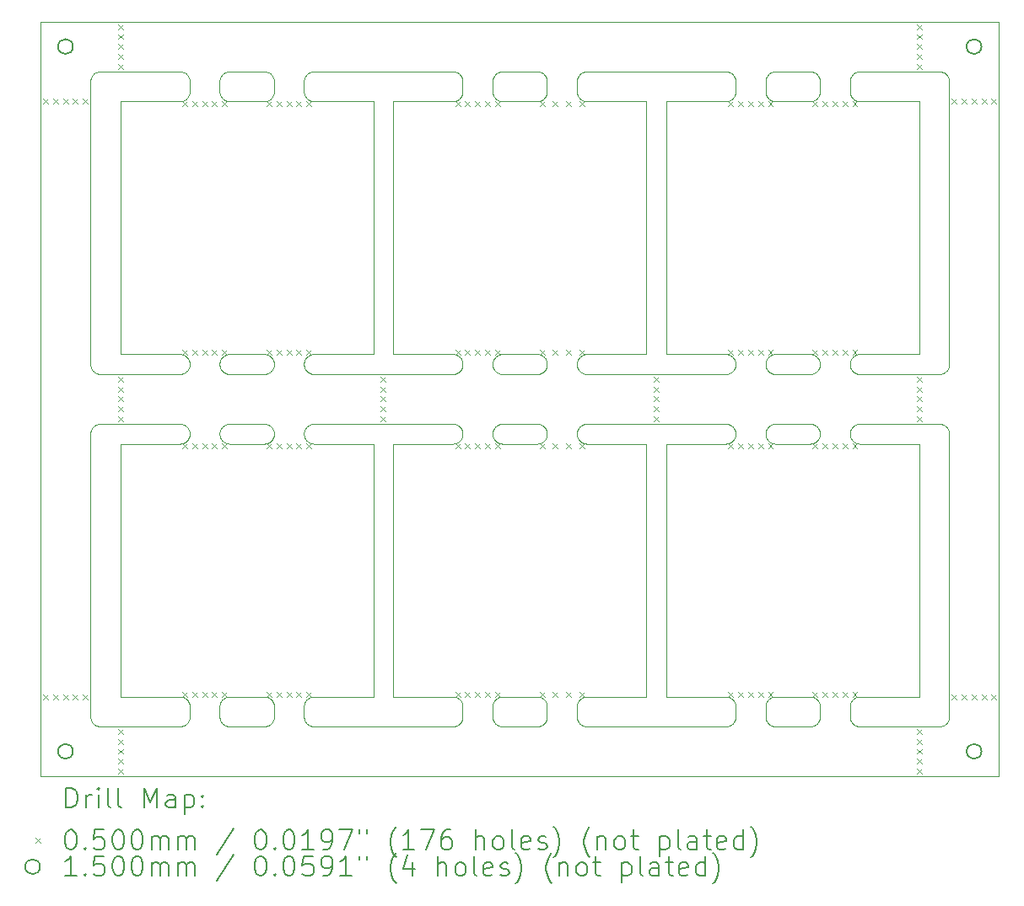
<source format=gbr>
%TF.GenerationSoftware,KiCad,Pcbnew,9.0.5*%
%TF.CreationDate,2025-11-15T17:58:49+00:00*%
%TF.ProjectId,pmic_panel,706d6963-5f70-4616-9e65-6c2e6b696361,rev?*%
%TF.SameCoordinates,Original*%
%TF.FileFunction,Drillmap*%
%TF.FilePolarity,Positive*%
%FSLAX45Y45*%
G04 Gerber Fmt 4.5, Leading zero omitted, Abs format (unit mm)*
G04 Created by KiCad (PCBNEW 9.0.5) date 2025-11-15 17:58:49*
%MOMM*%
%LPD*%
G01*
G04 APERTURE LIST*
%ADD10C,0.100000*%
%ADD11C,0.200000*%
%ADD12C,0.150000*%
G04 APERTURE END LIST*
D10*
X17342546Y-5507189D02*
X17339343Y-5503476D01*
X17317748Y-6154758D02*
X17317148Y-6149892D01*
X14584271Y-2738330D02*
X14582506Y-2733755D01*
X11885208Y-6054213D02*
X11889474Y-6051796D01*
X16950422Y-8785840D02*
X16954997Y-8787604D01*
X15117493Y-5473755D02*
X15115729Y-5478330D01*
X12383213Y-2705002D02*
X12382852Y-2709892D01*
X18196145Y-9054121D02*
X18192593Y-9050740D01*
X11532365Y-6110900D02*
X11533673Y-6115626D01*
X12692925Y-5482813D02*
X12690938Y-5478330D01*
X10544302Y-2570901D02*
X10545840Y-2566245D01*
X11522454Y-9031459D02*
X11519830Y-9035601D01*
X10540481Y-2590108D02*
X10541081Y-2585242D01*
X17830522Y-2525879D02*
X17834073Y-2529260D01*
X17843674Y-5380390D02*
X17846497Y-5384399D01*
X14240142Y-2522676D02*
X14243855Y-2525879D01*
X11936568Y-6040000D02*
X12283432Y-6040000D01*
X17862852Y-2709892D02*
X17862252Y-2714758D01*
X18229578Y-6234160D02*
X18225003Y-6232395D01*
X17016186Y-6130108D02*
X17016546Y-6134998D01*
X15090522Y-5514121D02*
X15086809Y-5517324D01*
X17016667Y-8980099D02*
X17016546Y-8985002D01*
X11838586Y-5420410D02*
X11839660Y-5415626D01*
X15052433Y-2795698D02*
X15047707Y-2797006D01*
X10547604Y-9018330D02*
X10545840Y-9013755D01*
X19065002Y-9079880D02*
X19060099Y-9080000D01*
X14232268Y-9063164D02*
X14228125Y-9065787D01*
X12382252Y-5454758D02*
X12381414Y-5459590D01*
X15106497Y-6195601D02*
X15103674Y-6199610D01*
X12377493Y-5473755D02*
X12375729Y-5478330D01*
X12692925Y-2557187D02*
X12695129Y-2552807D01*
X11536546Y-2594998D02*
X11536667Y-2599901D01*
X12783234Y-6040000D02*
X14176765Y-6040000D01*
X18180170Y-2755601D02*
X18177546Y-2751459D01*
X15452593Y-6069260D02*
X15456145Y-6065879D01*
X12377493Y-9013755D02*
X12375729Y-9018330D01*
X11536185Y-2590108D02*
X11536546Y-2594998D01*
X11898337Y-2507604D02*
X11902911Y-2505840D01*
X12380339Y-6164374D02*
X12379032Y-6169099D01*
X14666775Y-2500481D02*
X14671665Y-2500120D01*
X15429173Y-2566245D02*
X15430938Y-2561670D01*
X16963859Y-2511796D02*
X16968126Y-2514213D01*
X12783234Y-5540000D02*
X12778331Y-5539880D01*
X16990788Y-2532811D02*
X16993990Y-2536524D01*
X15432925Y-2742813D02*
X15430938Y-2738330D01*
X15042923Y-2501920D02*
X15047707Y-2502994D01*
X11907567Y-9075698D02*
X11902911Y-9074160D01*
X12357454Y-6207189D02*
X12354073Y-6210740D01*
X10554213Y-2548541D02*
X10556836Y-2544399D01*
X11441668Y-5340120D02*
X11446558Y-5340481D01*
X16983855Y-9054121D02*
X16980143Y-9057324D01*
X12697546Y-8828541D02*
X12700169Y-8824399D01*
X10840000Y-8778775D02*
X10840027Y-8779875D01*
X16990788Y-5372811D02*
X16993990Y-5376524D01*
X10541081Y-6125242D02*
X10541920Y-6120410D01*
X15442993Y-6199610D02*
X15440169Y-6195601D01*
X11456256Y-2798080D02*
X11451425Y-2798919D01*
X11898337Y-5532396D02*
X11893854Y-5530409D01*
X11441668Y-6040120D02*
X11446558Y-6040481D01*
X15113742Y-8837187D02*
X15115729Y-8841670D01*
X14275585Y-8994758D02*
X14274747Y-8999590D01*
X17016186Y-5430108D02*
X17016546Y-5434998D01*
X14661908Y-5341081D02*
X14666775Y-5340481D01*
X11856326Y-2759610D02*
X11853503Y-2755601D01*
X12740520Y-6049591D02*
X12745003Y-6047604D01*
X12382252Y-6125242D02*
X12382852Y-6130108D01*
X12684415Y-2714758D02*
X12683814Y-2709892D01*
X11496277Y-2519660D02*
X11500142Y-2522676D01*
X11529062Y-8841670D02*
X11530827Y-8846245D01*
X17016546Y-6145002D02*
X17016186Y-6149892D01*
X14579660Y-2575626D02*
X14580968Y-2570901D01*
X15432925Y-9022813D02*
X15430938Y-9018330D01*
X17016186Y-2709892D02*
X17015585Y-2714758D01*
X14642911Y-6045840D02*
X14647567Y-6044302D01*
X15057089Y-6234160D02*
X15052433Y-6235698D01*
X10547604Y-5478330D02*
X10545840Y-5473755D01*
X16320000Y-2801227D02*
X16320000Y-5338773D01*
X11536546Y-8985002D02*
X11536185Y-8989892D01*
X12383213Y-5445002D02*
X12382852Y-5449892D01*
X17801663Y-2507604D02*
X17806146Y-2509591D01*
X15471874Y-5354213D02*
X15476141Y-5351796D01*
X12371537Y-2747193D02*
X12369120Y-2751459D01*
X15427635Y-9009099D02*
X15426327Y-9004374D01*
X17316787Y-8874998D02*
X17317148Y-8870108D01*
X12683333Y-6140099D02*
X12683333Y-6139901D01*
X14576667Y-5439901D02*
X14576787Y-5434998D01*
X15097454Y-5372811D02*
X15100657Y-5376524D01*
X14576787Y-6145002D02*
X14576667Y-6140099D01*
X14214997Y-2792396D02*
X14210422Y-2794160D01*
X15094073Y-2770740D02*
X15090522Y-2774121D01*
X12749578Y-8785840D02*
X12754234Y-8784302D01*
X12326146Y-6230408D02*
X12321663Y-6232395D01*
X12317089Y-8785840D02*
X12321663Y-8787604D01*
X14580968Y-9009099D02*
X14579660Y-9004374D01*
X17330880Y-5388541D02*
X17333503Y-5384399D01*
X17318586Y-2580410D02*
X17319661Y-2575626D01*
X14671665Y-2799880D02*
X14666775Y-2799519D01*
X11873191Y-6217324D02*
X11869478Y-6214121D01*
X12383213Y-5434998D02*
X12383333Y-5439901D01*
X19159880Y-5445002D02*
X19159519Y-5449892D01*
X17353191Y-8802676D02*
X17357056Y-8799660D01*
X17857494Y-6106245D02*
X17859032Y-6110900D01*
X17855729Y-2738330D02*
X17853742Y-2742813D01*
X12749578Y-5534160D02*
X12745003Y-5532396D01*
X10551796Y-6092807D02*
X10554213Y-6088541D01*
X17855729Y-8841670D02*
X17857494Y-8846245D01*
X14613191Y-6217324D02*
X14609478Y-6214121D01*
X17837454Y-8812811D02*
X17840657Y-8816524D01*
X15090522Y-2774121D02*
X15086809Y-2777324D01*
X14240142Y-2777324D02*
X14236277Y-2780340D01*
X17782923Y-8781920D02*
X17787707Y-8782994D01*
X12371537Y-5487193D02*
X12369120Y-5491459D01*
X14186558Y-9079519D02*
X14181668Y-9079880D01*
X16976277Y-6059659D02*
X16980143Y-6062676D01*
X15047707Y-6237006D02*
X15042923Y-6238080D01*
X16997007Y-9039610D02*
X16993990Y-9043476D01*
X18199857Y-9057324D02*
X18196145Y-9054121D01*
X14617056Y-5359660D02*
X14621065Y-5356836D01*
X17007075Y-2557187D02*
X17009062Y-2561670D01*
X14247407Y-6069260D02*
X14250788Y-6072811D01*
X11536667Y-8879901D02*
X11536667Y-8980099D01*
X11470422Y-9074160D02*
X11465766Y-9075698D01*
X15432925Y-5482813D02*
X15430938Y-5478330D01*
X15074792Y-6054213D02*
X15078935Y-6056836D01*
X16987407Y-5369260D02*
X16990788Y-5372811D01*
X18163814Y-8989892D02*
X18163454Y-8985002D01*
X18238960Y-2502994D02*
X18243744Y-2501920D01*
X15057089Y-2794160D02*
X15052433Y-2795698D01*
X14638337Y-8787604D02*
X14642911Y-8785840D01*
X18234234Y-9075698D02*
X18229578Y-9074160D01*
X14247407Y-2529260D02*
X14250788Y-2532811D01*
X17859032Y-2570901D02*
X17860339Y-2575626D01*
X12731874Y-5525787D02*
X12727732Y-5523164D01*
X17397077Y-6238080D02*
X17392293Y-6237006D01*
X17317148Y-8870108D02*
X17317748Y-8865242D01*
X12758960Y-5342994D02*
X12763744Y-5341920D01*
X15503744Y-6041919D02*
X15508575Y-6041081D01*
X11513990Y-5376524D02*
X11517007Y-5380390D01*
X14676568Y-6040000D02*
X15023432Y-6040000D01*
X11500142Y-5362676D02*
X11503855Y-5365879D01*
X10606245Y-5534160D02*
X10601670Y-5532396D01*
X11844271Y-9018330D02*
X11842506Y-9013755D01*
X19079590Y-2501920D02*
X19084374Y-2502994D01*
X18175129Y-5487193D02*
X18172925Y-5482813D01*
X12685253Y-2719590D02*
X12684415Y-2714758D01*
X10840125Y-8779973D02*
X10841225Y-8780000D01*
X12383213Y-2594998D02*
X12383333Y-2599901D01*
X17411665Y-6040120D02*
X17416568Y-6040000D01*
X10541920Y-8999590D02*
X10541081Y-8994758D01*
X17357056Y-9060340D02*
X17353191Y-9057324D01*
X17397077Y-6041919D02*
X17401908Y-6041081D01*
X17822944Y-5520340D02*
X17818935Y-5523164D01*
X12377493Y-2733755D02*
X12375729Y-2738330D01*
X14609478Y-2525879D02*
X14613191Y-2522676D01*
X12692925Y-6182813D02*
X12690938Y-6178330D01*
X12754234Y-5344302D02*
X12758960Y-5342994D01*
X15111537Y-5487193D02*
X15109120Y-5491459D01*
X16954997Y-6232395D02*
X16950422Y-6234160D01*
X11507407Y-2529260D02*
X11510788Y-2532811D01*
X15440169Y-5495601D02*
X15437546Y-5491459D01*
X12709212Y-2532811D02*
X12712593Y-2529260D01*
X10541081Y-2585242D02*
X10541920Y-2580410D01*
X10554213Y-5491459D02*
X10551796Y-5487193D01*
X18196145Y-6065879D02*
X18199857Y-6062676D01*
X10580390Y-9060340D02*
X10576524Y-9057324D01*
X10840125Y-5339973D02*
X10841225Y-5340000D01*
X11519830Y-8824399D02*
X11522454Y-8828541D01*
X12363674Y-2759610D02*
X12360657Y-2763476D01*
X10841227Y-5340000D02*
X11436765Y-5340000D01*
X17324271Y-2738330D02*
X17322506Y-2733755D01*
X10634998Y-2500120D02*
X10639901Y-2500000D01*
X10541920Y-6120410D02*
X10542994Y-6115626D01*
X15518331Y-2500120D02*
X15523234Y-2500000D01*
X15523234Y-5340000D02*
X16118773Y-5340000D01*
X19148204Y-9027193D02*
X19145787Y-9031459D01*
X12366497Y-9035601D02*
X12363674Y-9039610D01*
X19155698Y-9009099D02*
X19154160Y-9013755D01*
X17317148Y-2590108D02*
X17317748Y-2585242D01*
X11532365Y-2570901D02*
X11533673Y-2575626D01*
X10840000Y-5338775D02*
X10840027Y-5339875D01*
X17806146Y-5530409D02*
X17801663Y-5532396D01*
X17810526Y-5351796D02*
X17814792Y-5354213D01*
X17801663Y-9072396D02*
X17797089Y-9074160D01*
X14647567Y-2504302D02*
X14652293Y-2502994D01*
X17345927Y-2770740D02*
X17342546Y-2767189D01*
X14253990Y-9043476D02*
X14250788Y-9047189D01*
X19150409Y-6097187D02*
X19152396Y-6101670D01*
X14605927Y-9050740D02*
X14602546Y-9047189D01*
X15498960Y-2502994D02*
X15503744Y-2501920D01*
X11510788Y-5507189D02*
X11507407Y-5510740D01*
X11507407Y-2770740D02*
X11503855Y-2774121D01*
X15061663Y-8787604D02*
X15066146Y-8789591D01*
X12763744Y-5341920D02*
X12768575Y-5341081D01*
X15424415Y-2714758D02*
X15423814Y-2709892D01*
X15449212Y-9047189D02*
X15446010Y-9043476D01*
X18248575Y-9078919D02*
X18243744Y-9078080D01*
X17853742Y-5482813D02*
X17851537Y-5487193D01*
X17016546Y-2705002D02*
X17016186Y-2709892D01*
X18234234Y-5535698D02*
X18229578Y-5534160D01*
X14210422Y-5534160D02*
X14205766Y-5535698D01*
X15113742Y-5397187D02*
X15115729Y-5401670D01*
X15429173Y-6106245D02*
X15430938Y-6101670D01*
X17009062Y-2738330D02*
X17007075Y-2742813D01*
X14181668Y-2799880D02*
X14176765Y-2800000D01*
X17324271Y-9018330D02*
X17322506Y-9013755D01*
X17763432Y-8780000D02*
X17768335Y-8780120D01*
X17861414Y-5459590D02*
X17860339Y-5464374D01*
X11917077Y-8781920D02*
X11921908Y-8781081D01*
X11917077Y-9078080D02*
X11912293Y-9077006D01*
X15523234Y-9080000D02*
X15518331Y-9079880D01*
X11907567Y-2504302D02*
X11912293Y-2502994D01*
X15109120Y-5388541D02*
X15111537Y-5392807D01*
X17861414Y-6120410D02*
X17862252Y-6125242D01*
X15426327Y-8855626D02*
X15427635Y-8850901D01*
X14276185Y-5449892D02*
X14275585Y-5454758D01*
X14647567Y-5344302D02*
X14652293Y-5342994D01*
X17406775Y-9079519D02*
X17401908Y-9078919D01*
X11536546Y-8874998D02*
X11536667Y-8879901D01*
X17330880Y-2751459D02*
X17328463Y-2747193D01*
X14661908Y-6041081D02*
X14666775Y-6040481D01*
X14666775Y-5539519D02*
X14661908Y-5538919D01*
X18180170Y-5384399D02*
X18182993Y-5380390D01*
X15120339Y-6164374D02*
X15119032Y-6169099D01*
X11483859Y-2511796D02*
X11488125Y-2514213D01*
X18169173Y-2566245D02*
X18170938Y-2561670D01*
X17009062Y-2561670D02*
X17010827Y-2566245D01*
X11534747Y-5459590D02*
X11533673Y-5464374D01*
X14181668Y-8780120D02*
X14186558Y-8780481D01*
X15103674Y-6080390D02*
X15106497Y-6084398D01*
X14588463Y-5392807D02*
X14590880Y-5388541D01*
X17837454Y-9047189D02*
X17834073Y-9050740D01*
X12695129Y-5487193D02*
X12692925Y-5482813D01*
X15423333Y-6139901D02*
X15423454Y-6134998D01*
X17353191Y-9057324D02*
X17349478Y-9054121D01*
X17806146Y-8789591D02*
X17810526Y-8791796D01*
X12687635Y-2729099D02*
X12686327Y-2724374D01*
X14577748Y-6125242D02*
X14578586Y-6120410D01*
X15123213Y-6145002D02*
X15122852Y-6149892D01*
X17322506Y-2566245D02*
X17324271Y-2561670D01*
X18207732Y-8796836D02*
X18211874Y-8794213D01*
X14586258Y-5482813D02*
X14584271Y-5478330D01*
X10630108Y-2500481D02*
X10634998Y-2500120D01*
X14599343Y-5376524D02*
X14602546Y-5372811D01*
X10547604Y-2561670D02*
X10549591Y-2557187D01*
X18220521Y-2509591D02*
X18225003Y-2507604D01*
X12371537Y-2552807D02*
X12373742Y-2557187D01*
X12683814Y-2590108D02*
X12684415Y-2585242D01*
X16931425Y-5538919D02*
X16926559Y-5539519D01*
X12312433Y-5344302D02*
X12317089Y-5345840D01*
X15508575Y-2501081D02*
X15513441Y-2500481D01*
X14609478Y-5365879D02*
X14613191Y-5362676D01*
X19659973Y-9579875D02*
X19660000Y-9578775D01*
X14577148Y-5449892D02*
X14576787Y-5445002D01*
X16959479Y-6049591D02*
X16963859Y-6051796D01*
X15061663Y-5347604D02*
X15066146Y-5349591D01*
X18203723Y-5520340D02*
X18199857Y-5517324D01*
X15119032Y-2729099D02*
X15117493Y-2733755D01*
X15427635Y-6110900D02*
X15429173Y-6106245D01*
X12382252Y-8994758D02*
X12381414Y-8999590D01*
X19093755Y-2505840D02*
X19098330Y-2507604D01*
X14652293Y-2797006D02*
X14647567Y-2795698D01*
X18199857Y-2522676D02*
X18203723Y-2519660D01*
X11837148Y-5430108D02*
X11837748Y-5425242D01*
X14579660Y-9004374D02*
X14578586Y-8999590D01*
X15456145Y-6214121D02*
X15452593Y-6210740D01*
X12377493Y-8846245D02*
X12379032Y-8850901D01*
X14577748Y-5454758D02*
X14577148Y-5449892D01*
X12379032Y-2570901D02*
X12380339Y-2575626D01*
X14638337Y-6047604D02*
X14642911Y-6045840D01*
X18203723Y-9060340D02*
X18199857Y-9057324D01*
X17010827Y-9013755D02*
X17009062Y-9018330D01*
X10584399Y-2516836D02*
X10588541Y-2514213D01*
X17763432Y-6040000D02*
X17768335Y-6040120D01*
X15115729Y-9018330D02*
X15113742Y-9022813D01*
X14593503Y-6084398D02*
X14596326Y-6080390D01*
X18211874Y-2514213D02*
X18216141Y-2511796D01*
X12383333Y-6139901D02*
X12383333Y-6140099D01*
X19115601Y-5523164D02*
X19111459Y-5525787D01*
X11527075Y-9022813D02*
X11524870Y-9027193D01*
X11873191Y-6062676D02*
X11877056Y-6059659D01*
X15435129Y-8832807D02*
X15437546Y-8828541D01*
X12684415Y-8994758D02*
X12683814Y-8989892D01*
X11470422Y-2505840D02*
X11474997Y-2507604D01*
X18192593Y-2770740D02*
X18189212Y-2767189D01*
X16950422Y-5534160D02*
X16945766Y-5535698D01*
X16954997Y-9072396D02*
X16950422Y-9074160D01*
X19140340Y-6080390D02*
X19143164Y-6084398D01*
X11483859Y-5528204D02*
X11479479Y-5530409D01*
X12763744Y-8781920D02*
X12768575Y-8781081D01*
X11513990Y-9043476D02*
X11510788Y-9047189D01*
X17328463Y-2747193D02*
X17326258Y-2742813D01*
X11517007Y-8820390D02*
X11519830Y-8824399D01*
X15523234Y-2500000D02*
X16916765Y-2500000D01*
X17322506Y-5473755D02*
X17320968Y-5469099D01*
X11885208Y-9065787D02*
X11881065Y-9063164D01*
X12298092Y-2501081D02*
X12302923Y-2501920D01*
X15122852Y-8989892D02*
X15122252Y-8994758D01*
X15508575Y-2798919D02*
X15503744Y-2798080D01*
X15061663Y-9072396D02*
X15057089Y-9074160D01*
X15090522Y-6214121D02*
X15086809Y-6217324D01*
X17763432Y-2500000D02*
X17768335Y-2500120D01*
X15442993Y-6080390D02*
X15446010Y-6076524D01*
X12723723Y-8799660D02*
X12727732Y-8796836D01*
X16990788Y-6207189D02*
X16987407Y-6210740D01*
X15459857Y-6062676D02*
X15463723Y-6059659D01*
X11931665Y-2799880D02*
X11926775Y-2799519D01*
X18858773Y-6240000D02*
X18263235Y-6240000D01*
X17834073Y-2529260D02*
X17837454Y-2532811D01*
X11461040Y-2502994D02*
X11465766Y-2504302D01*
X15120339Y-2724374D02*
X15119032Y-2729099D01*
X17373854Y-2790409D02*
X17369474Y-2788204D01*
X17416568Y-6240000D02*
X17411665Y-6239880D01*
X14232268Y-8796836D02*
X14236277Y-8799660D01*
X17416568Y-2500000D02*
X17763432Y-2500000D01*
X16945766Y-5344302D02*
X16950422Y-5345840D01*
X17016667Y-8879901D02*
X17016667Y-8980099D01*
X18182993Y-2759610D02*
X18180170Y-2755601D01*
X11513990Y-6203476D02*
X11510788Y-6207189D01*
X17863213Y-6134998D02*
X17863333Y-6139901D01*
X17339343Y-2763476D02*
X17336326Y-2759610D01*
X11536667Y-6140099D02*
X11536546Y-6145002D01*
X18263235Y-6040000D02*
X19060099Y-6040000D01*
X17322506Y-6106245D02*
X17324271Y-6101670D01*
X16926559Y-5539519D02*
X16921669Y-5539880D01*
X16120000Y-6241225D02*
X16119973Y-6240124D01*
X15467732Y-5523164D02*
X15463723Y-5520340D01*
X19155698Y-6110900D02*
X19157006Y-6115626D01*
X16119973Y-5339875D02*
X16120000Y-5338775D01*
X15425253Y-2719590D02*
X15424415Y-2714758D01*
X17810526Y-5528204D02*
X17806146Y-5530409D01*
X16993990Y-6076524D02*
X16997007Y-6080390D01*
X15033225Y-9079519D02*
X15028335Y-9079880D01*
X12683333Y-2700099D02*
X12683333Y-2599901D01*
X14590880Y-5491459D02*
X14588463Y-5487193D01*
X14269062Y-2738330D02*
X14267075Y-2742813D01*
X15463723Y-8799660D02*
X15467732Y-8796836D01*
X12723723Y-6059659D02*
X12727732Y-6056836D01*
X12683814Y-5449892D02*
X12683454Y-5445002D01*
X11859343Y-5503476D02*
X11856326Y-5499610D01*
X17834073Y-2770740D02*
X17830522Y-2774121D01*
X11534747Y-6120410D02*
X11535585Y-6125242D01*
X15028335Y-5539880D02*
X15023432Y-5540000D01*
X15115729Y-6101670D02*
X15117493Y-6106245D01*
X11527075Y-2742813D02*
X11524870Y-2747193D01*
X15066146Y-8789591D02*
X15070526Y-8791796D01*
X14210422Y-8785840D02*
X14214997Y-8787604D01*
X14625208Y-2785787D02*
X14621065Y-2783164D01*
X14584271Y-6178330D02*
X14582506Y-6173755D01*
X15518331Y-2799880D02*
X15513441Y-2799519D01*
X17014747Y-8860410D02*
X17015585Y-8865242D01*
X19130740Y-5510740D02*
X19127189Y-5514121D01*
X18167635Y-6110900D02*
X18169173Y-6106245D01*
X14181668Y-5539880D02*
X14176765Y-5540000D01*
X16950422Y-6045840D02*
X16954997Y-6047604D01*
X10625242Y-2501081D02*
X10630108Y-2500481D01*
X18177546Y-5491459D02*
X18175129Y-5487193D01*
X12783234Y-2500000D02*
X14176765Y-2500000D01*
X17322506Y-5406245D02*
X17324271Y-5401670D01*
X17822944Y-2519660D02*
X17826809Y-2522676D01*
X16954997Y-2507604D02*
X16959479Y-2509591D01*
X11536546Y-5434998D02*
X11536667Y-5439901D01*
X18207732Y-5356836D02*
X18211874Y-5354213D01*
X11527075Y-8837187D02*
X11529062Y-8841670D01*
X12690938Y-6178330D02*
X12689173Y-6173755D01*
X17860339Y-8855626D02*
X17861414Y-8860410D01*
X18263235Y-9080000D02*
X18258331Y-9079880D01*
X14605927Y-5510740D02*
X14602546Y-5507189D01*
X17316667Y-2700099D02*
X17316667Y-2599901D01*
X15459857Y-5517324D02*
X15456145Y-5514121D01*
X14671665Y-2500120D02*
X14676568Y-2500000D01*
X12709212Y-2767189D02*
X12706010Y-2763476D01*
X19137324Y-6076524D02*
X19140340Y-6080390D01*
X15476141Y-8791796D02*
X15480520Y-8789591D01*
X14577148Y-6130108D02*
X14577748Y-6125242D01*
X12740520Y-2790409D02*
X12736141Y-2788204D01*
X14599343Y-6076524D02*
X14602546Y-6072811D01*
X14582506Y-5406245D02*
X14584271Y-5401670D01*
X11483859Y-6051796D02*
X11488125Y-6054213D01*
X15494234Y-2795698D02*
X15489578Y-2794160D01*
X16959479Y-8789591D02*
X16963859Y-8791796D01*
X12369120Y-5491459D02*
X12366497Y-5495601D01*
X14176765Y-2500000D02*
X14181668Y-2500120D01*
X17863213Y-8874998D02*
X17863333Y-8879901D01*
X11850880Y-6191459D02*
X11848463Y-6187192D01*
X14586258Y-6097187D02*
X14588463Y-6092807D01*
X15440169Y-2755601D02*
X15437546Y-2751459D01*
X11889474Y-6051796D02*
X11893854Y-6049591D01*
X11500142Y-6217324D02*
X11496277Y-6220340D01*
X11846258Y-9022813D02*
X11844271Y-9018330D01*
X12334792Y-6225787D02*
X12330526Y-6228204D01*
X17853742Y-6182813D02*
X17851537Y-6187192D01*
X11488125Y-8794213D02*
X11492268Y-8796836D01*
X11532365Y-5410901D02*
X11533673Y-5415626D01*
X11837748Y-6154758D02*
X11837148Y-6149892D01*
X11503855Y-5365879D02*
X11507407Y-5369260D01*
X18166327Y-5415626D02*
X18167635Y-5410901D01*
X15047707Y-2502994D02*
X15052433Y-2504302D01*
X17860339Y-6164374D02*
X17859032Y-6169099D01*
X17320968Y-2570901D02*
X17322506Y-2566245D01*
X11535585Y-6125242D02*
X11536185Y-6130108D01*
X14262454Y-5388541D02*
X14264870Y-5392807D01*
X16968126Y-6225787D02*
X16963859Y-6228204D01*
X11446558Y-6040481D02*
X11451425Y-6041081D01*
X12683814Y-8989892D02*
X12683454Y-8985002D01*
X17861414Y-8999590D02*
X17860339Y-9004374D01*
X11517007Y-5499610D02*
X11513990Y-5503476D01*
X17378337Y-6232395D02*
X17373854Y-6230408D01*
X12686327Y-2575626D02*
X12687635Y-2570901D01*
X17778092Y-9078919D02*
X17773225Y-9079519D01*
X12354073Y-9050740D02*
X12350522Y-9054121D01*
X11921908Y-5538919D02*
X11917077Y-5538080D01*
X11839660Y-6115626D02*
X11840968Y-6110900D01*
X17843674Y-6199610D02*
X17840657Y-6203476D01*
X10572811Y-9054121D02*
X10569260Y-9050740D01*
X12683454Y-6145002D02*
X12683333Y-6140099D01*
X17002454Y-5388541D02*
X17004871Y-5392807D01*
X18243744Y-9078080D02*
X18238960Y-9077006D01*
X18166327Y-9004374D02*
X18165253Y-8999590D01*
X16120000Y-2801225D02*
X16119973Y-2800124D01*
X11465766Y-9075698D02*
X11461040Y-9077006D01*
X11869478Y-5514121D02*
X11865927Y-5510740D01*
X14223859Y-9068204D02*
X14219479Y-9070409D01*
X19069892Y-9079519D02*
X19065002Y-9079880D01*
X17401908Y-6041081D02*
X17406775Y-6040481D01*
X15424415Y-6154758D02*
X15423814Y-6149892D01*
X17013673Y-9004374D02*
X17012365Y-9009099D01*
X17014747Y-6159589D02*
X17013673Y-6164374D01*
X17857494Y-6173755D02*
X17855729Y-6178330D01*
X19154160Y-2566245D02*
X19155698Y-2570901D01*
X15449212Y-6072811D02*
X15452593Y-6069260D01*
X11479479Y-2790409D02*
X11474997Y-2792396D01*
X15467732Y-2783164D02*
X15463723Y-2780340D01*
X17763432Y-2800000D02*
X17416568Y-2800000D01*
X17320968Y-2729099D02*
X17319661Y-2724374D01*
X11527075Y-6097187D02*
X11529062Y-6101670D01*
X12758960Y-6042994D02*
X12763744Y-6041919D01*
X11873191Y-5362676D02*
X11877056Y-5359660D01*
X14186558Y-5539519D02*
X14181668Y-5539880D01*
X19074758Y-2501081D02*
X19079590Y-2501920D01*
X10601670Y-6047604D02*
X10606245Y-6045840D01*
X17792433Y-6044302D02*
X17797089Y-6045840D01*
X17778092Y-6041081D02*
X17782923Y-6041919D01*
X16941040Y-2797006D02*
X16936256Y-2798080D01*
X15074792Y-6225787D02*
X15070526Y-6228204D01*
X15111537Y-6187192D02*
X15109120Y-6191459D01*
X11524870Y-5487193D02*
X11522454Y-5491459D01*
X14578586Y-6159589D02*
X14577748Y-6154758D01*
X14580968Y-2570901D02*
X14582506Y-2566245D01*
X15123213Y-2594998D02*
X15123333Y-2599901D01*
X10597187Y-5530409D02*
X10592807Y-5528204D01*
X15042923Y-8781920D02*
X15047707Y-8782994D01*
X12373742Y-5482813D02*
X12371537Y-5487193D01*
X18175129Y-8832807D02*
X18177546Y-8828541D01*
X17373854Y-6230408D02*
X17369474Y-6228204D01*
X15426327Y-5464374D02*
X15425253Y-5459590D01*
X14609478Y-2774121D02*
X14605927Y-2770740D01*
X16941040Y-5342994D02*
X16945766Y-5344302D01*
X14273673Y-6115626D02*
X14274747Y-6120410D01*
X12302923Y-6238080D02*
X12298092Y-6238919D01*
X11838586Y-8860410D02*
X11839660Y-8855626D01*
X17330880Y-6088541D02*
X17333503Y-6084398D01*
X17339343Y-9043476D02*
X17336326Y-9039610D01*
X16987407Y-2529260D02*
X16990788Y-2532811D01*
X16321225Y-6240000D02*
X16320124Y-6240027D01*
X12350522Y-8805879D02*
X12354073Y-8809260D01*
X15090522Y-5365879D02*
X15094073Y-5369260D01*
X17016546Y-5445002D02*
X17016186Y-5449892D01*
X12330526Y-5351796D02*
X12334792Y-5354213D01*
X12382852Y-2590108D02*
X12383213Y-2594998D01*
X12363674Y-5499610D02*
X12360657Y-5503476D01*
X16976277Y-5520340D02*
X16972268Y-5523164D01*
X17324271Y-8841670D02*
X17326258Y-8837187D01*
X17826809Y-6217324D02*
X17822944Y-6220340D01*
X14196256Y-5538080D02*
X14191425Y-5538919D01*
X16963859Y-9068204D02*
X16959479Y-9070409D01*
X16118775Y-8780000D02*
X16119875Y-8779973D01*
X11519830Y-5384399D02*
X11522454Y-5388541D01*
X15057089Y-5534160D02*
X15052433Y-5535698D01*
X17317148Y-5449892D02*
X17316787Y-5445002D01*
X12773441Y-9079519D02*
X12768575Y-9078919D01*
X14276185Y-2590108D02*
X14276546Y-2594998D01*
X19084374Y-2502994D02*
X19089099Y-2504302D01*
X18196145Y-5514121D02*
X18192593Y-5510740D01*
X18229578Y-2794160D02*
X18225003Y-2792396D01*
X16980143Y-2522676D02*
X16983855Y-2525879D01*
X11898337Y-5347604D02*
X11902911Y-5345840D01*
X12346809Y-2777324D02*
X12342944Y-2780340D01*
X12357454Y-2532811D02*
X12360657Y-2536524D01*
X11869478Y-5365879D02*
X11873191Y-5362676D01*
X16999830Y-9035601D02*
X16997007Y-9039610D01*
X11456256Y-2501920D02*
X11461040Y-2502994D01*
X16983855Y-5365879D02*
X16987407Y-5369260D01*
X16921669Y-6040120D02*
X16926559Y-6040481D01*
X14196256Y-2501920D02*
X14201040Y-2502994D01*
X14176765Y-6040000D02*
X14181668Y-6040120D01*
X10559660Y-2540390D02*
X10562676Y-2536524D01*
X16941040Y-6042994D02*
X16945766Y-6044302D01*
X14267075Y-5397187D02*
X14269062Y-5401670D01*
X14201040Y-6042994D02*
X14205766Y-6044302D01*
X16976277Y-8799660D02*
X16980143Y-8802676D01*
X11536185Y-5449892D02*
X11535585Y-5454758D01*
X14666775Y-5340481D02*
X14671665Y-5340120D01*
X15463723Y-2519660D02*
X15467732Y-2516836D01*
X12778331Y-6239880D02*
X12773441Y-6239519D01*
X12692925Y-6097187D02*
X12695129Y-6092807D01*
X15100657Y-8816524D02*
X15103674Y-8820390D01*
X18180170Y-5495601D02*
X18177546Y-5491459D01*
X11492268Y-5356836D02*
X11496277Y-5359660D01*
X16980143Y-6062676D02*
X16983855Y-6065879D01*
X17851537Y-5392807D02*
X17853742Y-5397187D01*
X15508575Y-6238919D02*
X15503744Y-6238080D01*
X12298092Y-5538919D02*
X12293225Y-5539519D01*
X12692925Y-5397187D02*
X12695129Y-5392807D01*
X12307707Y-6237006D02*
X12302923Y-6238080D01*
X12683454Y-5434998D02*
X12683814Y-5430108D01*
X19143164Y-5495601D02*
X19140340Y-5499610D01*
X11507407Y-5510740D02*
X11503855Y-5514121D01*
X11530827Y-5473755D02*
X11529062Y-5478330D01*
X12773441Y-6239519D02*
X12768575Y-6238919D01*
X14275585Y-2585242D02*
X14276185Y-2590108D01*
X11527075Y-5482813D02*
X11524870Y-5487193D01*
X17357056Y-2519660D02*
X17361065Y-2516836D01*
X14652293Y-6042994D02*
X14657077Y-6041919D01*
X19093755Y-9074160D02*
X19089099Y-9075698D01*
X12342944Y-5520340D02*
X12338935Y-5523164D01*
X19093755Y-5534160D02*
X19089099Y-5535698D01*
X15471874Y-6225787D02*
X15467732Y-6223164D01*
X17806146Y-6049591D02*
X17810526Y-6051796D01*
X15423814Y-8989892D02*
X15423454Y-8985002D01*
X15097454Y-6207189D02*
X15094073Y-6210740D01*
X12745003Y-2507604D02*
X12749578Y-2505840D01*
X14647567Y-5535698D02*
X14642911Y-5534160D01*
X14629474Y-9068204D02*
X14625208Y-9065787D01*
X17015585Y-2585242D02*
X17016186Y-2590108D01*
X11846258Y-6097187D02*
X11848463Y-6092807D01*
X18169173Y-6106245D02*
X18170938Y-6101670D01*
X17863333Y-6139901D02*
X17863333Y-6140099D01*
X11885208Y-8794213D02*
X11889474Y-8791796D01*
X15052433Y-5344302D02*
X15057089Y-5345840D01*
X11837748Y-5425242D02*
X11838586Y-5420410D01*
X17830522Y-9054121D02*
X17826809Y-9057324D01*
X18216141Y-5528204D02*
X18211874Y-5525787D01*
X11837148Y-2590108D02*
X11837748Y-2585242D01*
X14274747Y-6159589D02*
X14273673Y-6164374D01*
X11522454Y-8828541D02*
X11524870Y-8832807D01*
X19127189Y-2525879D02*
X19130740Y-2529260D01*
X19107193Y-9068204D02*
X19102813Y-9070409D01*
X11856326Y-5499610D02*
X11853503Y-5495601D01*
X17382911Y-8785840D02*
X17387567Y-8784302D01*
X12778331Y-9079880D02*
X12773441Y-9079519D01*
X18248575Y-6041081D02*
X18253441Y-6040481D01*
X10606245Y-6045840D02*
X10610901Y-6044302D01*
X18164415Y-8865242D02*
X18165253Y-8860410D01*
X14652293Y-2502994D02*
X14657077Y-2501920D01*
X17768335Y-5340120D02*
X17773225Y-5340481D01*
X17416568Y-8780000D02*
X17763432Y-8780000D01*
X15463723Y-9060340D02*
X15459857Y-9057324D01*
X14243855Y-6214121D02*
X14240142Y-6217324D01*
X11446558Y-5340481D02*
X11451425Y-5341081D01*
X16945766Y-6044302D02*
X16950422Y-6045840D01*
X12690938Y-8841670D02*
X12692925Y-8837187D01*
X15097454Y-8812811D02*
X15100657Y-8816524D01*
X10554213Y-9031459D02*
X10551796Y-9027193D01*
X19130740Y-6069260D02*
X19134121Y-6072811D01*
X11893854Y-8789591D02*
X11898337Y-8787604D01*
X13378775Y-5340000D02*
X13379875Y-5339973D01*
X12366497Y-2755601D02*
X12363674Y-2759610D01*
X15115729Y-2561670D02*
X15117493Y-2566245D01*
X15430938Y-6178330D02*
X15429173Y-6173755D01*
X12326146Y-2790409D02*
X12321663Y-2792396D01*
X17322506Y-2733755D02*
X17320968Y-2729099D01*
X16959479Y-2790409D02*
X16954997Y-2792396D01*
X19145787Y-6088541D02*
X19148204Y-6092807D01*
X17339343Y-6076524D02*
X17342546Y-6072811D01*
X17345927Y-5369260D02*
X17349478Y-5365879D01*
X17317148Y-5430108D02*
X17317748Y-5425242D01*
X14661908Y-9078919D02*
X14657077Y-9078080D01*
X17397077Y-8781920D02*
X17401908Y-8781081D01*
X17859032Y-6169099D02*
X17857494Y-6173755D01*
X10556836Y-5495601D02*
X10554213Y-5491459D01*
X14247407Y-5369260D02*
X14250788Y-5372811D01*
X14629474Y-6051796D02*
X14633854Y-6049591D01*
X14629474Y-2511796D02*
X14633854Y-2509591D01*
X11837748Y-8865242D02*
X11838586Y-8860410D01*
X14276546Y-8985002D02*
X14276185Y-8989892D01*
X15446010Y-9043476D02*
X15442993Y-9039610D01*
X11862546Y-5372811D02*
X11865927Y-5369260D01*
X10572811Y-6065879D02*
X10576524Y-6062676D01*
X14214997Y-2507604D02*
X14219479Y-2509591D01*
X17015585Y-6154758D02*
X17014747Y-6159589D01*
X14269062Y-6101670D02*
X14270827Y-6106245D01*
X15523234Y-6040000D02*
X16916765Y-6040000D01*
X10541081Y-8994758D02*
X10540481Y-8989892D01*
X17320968Y-6169099D02*
X17319661Y-6164374D01*
X15503744Y-5341920D02*
X15508575Y-5341081D01*
X18172925Y-6097187D02*
X18175129Y-6092807D01*
X17837454Y-6207189D02*
X17834073Y-6210740D01*
X12702993Y-6199610D02*
X12700169Y-6195601D01*
X14590880Y-6191459D02*
X14588463Y-6187192D01*
X17862852Y-5449892D02*
X17862252Y-5454758D01*
X17416568Y-9080000D02*
X17411665Y-9079880D01*
X14579660Y-8855626D02*
X14580968Y-8850901D01*
X17849120Y-9031459D02*
X17846497Y-9035601D01*
X12697546Y-6088541D02*
X12700169Y-6084398D01*
X12377493Y-2566245D02*
X12379032Y-2570901D01*
X16926559Y-6239519D02*
X16921669Y-6239880D01*
X14602546Y-9047189D02*
X14599343Y-9043476D01*
X10639901Y-6040000D02*
X11436765Y-6040000D01*
X12334792Y-2785787D02*
X12330526Y-2788204D01*
X14676568Y-2800000D02*
X14671665Y-2799880D01*
X17012365Y-6169099D02*
X17010827Y-6173755D01*
X12382852Y-8989892D02*
X12382252Y-8994758D01*
X14657077Y-6041919D02*
X14661908Y-6041081D01*
X16926559Y-6040481D02*
X16931425Y-6041081D01*
X17010827Y-5473755D02*
X17009062Y-5478330D01*
X18164415Y-5454758D02*
X18163814Y-5449892D01*
X15121414Y-5420410D02*
X15122252Y-5425242D01*
X16999830Y-6195601D02*
X16997007Y-6199610D01*
X12334792Y-8794213D02*
X12338935Y-8796836D01*
X19134121Y-9047189D02*
X19130740Y-9050740D01*
X11510788Y-2532811D02*
X11513990Y-2536524D01*
X15485003Y-2792396D02*
X15480520Y-2790409D01*
X17012365Y-8850901D02*
X17013673Y-8855626D01*
X12712593Y-9050740D02*
X12709212Y-9047189D01*
X12288335Y-6239880D02*
X12283432Y-6240000D01*
X17406775Y-2500481D02*
X17411665Y-2500120D01*
X14609478Y-5514121D02*
X14605927Y-5510740D01*
X11902911Y-5534160D02*
X11898337Y-5532396D01*
X17319661Y-5464374D02*
X17318586Y-5459590D01*
X16963859Y-6051796D02*
X16968126Y-6054213D01*
X12317089Y-9074160D02*
X12312433Y-9075698D01*
X18167635Y-5469099D02*
X18166327Y-5464374D01*
X14652293Y-8782994D02*
X14657077Y-8781920D01*
X15111537Y-6092807D02*
X15113742Y-6097187D01*
X12700169Y-5384399D02*
X12702993Y-5380390D01*
X14676568Y-9080000D02*
X14671665Y-9079880D01*
X17863333Y-8879901D02*
X17863333Y-8980099D01*
X14219479Y-5349591D02*
X14223859Y-5351796D01*
X15423454Y-8985002D02*
X15423333Y-8980099D01*
X17365208Y-6225787D02*
X17361065Y-6223164D01*
X19158919Y-2585242D02*
X19159519Y-2590108D01*
X17353191Y-2777324D02*
X17349478Y-2774121D01*
X15423333Y-2700099D02*
X15423333Y-2599901D01*
X15033225Y-2500481D02*
X15038092Y-2501081D01*
X15066146Y-6230408D02*
X15061663Y-6232395D01*
X12379032Y-8850901D02*
X12380339Y-8855626D01*
X12689173Y-5473755D02*
X12687635Y-5469099D01*
X12692925Y-2742813D02*
X12690938Y-2738330D01*
X17863213Y-2594998D02*
X17863333Y-2599901D01*
X17016546Y-8874998D02*
X17016667Y-8879901D01*
X10634998Y-6040120D02*
X10639901Y-6040000D01*
X17843674Y-2540390D02*
X17846497Y-2544399D01*
X11898337Y-9072396D02*
X11893854Y-9070409D01*
X17012365Y-6110900D02*
X17013673Y-6115626D01*
X11483859Y-5351796D02*
X11488125Y-5354213D01*
X17826809Y-5362676D02*
X17830522Y-5365879D01*
X17320968Y-5410901D02*
X17322506Y-5406245D01*
X12326146Y-5530409D02*
X12321663Y-5532396D01*
X17853742Y-2742813D02*
X17851537Y-2747193D01*
X11527075Y-6182813D02*
X11524870Y-6187192D01*
X11844271Y-6178330D02*
X11842506Y-6173755D01*
X15119032Y-6169099D02*
X15117493Y-6173755D01*
X12366497Y-5384399D02*
X12369120Y-5388541D01*
X11921908Y-8781081D02*
X11926775Y-8780481D01*
X15485003Y-8787604D02*
X15489578Y-8785840D01*
X15120339Y-5415626D02*
X15121414Y-5420410D01*
X11496277Y-2780340D02*
X11492268Y-2783164D01*
X12716145Y-2774121D02*
X12712593Y-2770740D01*
X12695129Y-5392807D02*
X12697546Y-5388541D01*
X14676568Y-8780000D02*
X15023432Y-8780000D01*
X12321663Y-2507604D02*
X12326146Y-2509591D01*
X18182993Y-6199610D02*
X18180170Y-6195601D01*
X16999830Y-6084398D02*
X17002454Y-6088541D01*
X14210422Y-2794160D02*
X14205766Y-2795698D01*
X11839660Y-2575626D02*
X11840968Y-2570901D01*
X17365208Y-8794213D02*
X17369474Y-8791796D01*
X12307707Y-5342994D02*
X12312433Y-5344302D01*
X12283432Y-8780000D02*
X12288335Y-8780120D01*
X17773225Y-6239519D02*
X17768335Y-6239880D01*
X17378337Y-6047604D02*
X17382911Y-6045840D01*
X15424415Y-6125242D02*
X15425253Y-6120410D01*
X11836667Y-2700099D02*
X11836667Y-2599901D01*
X15452593Y-2770740D02*
X15449212Y-2767189D01*
X11474997Y-2792396D02*
X11470422Y-2794160D01*
X17009062Y-5478330D02*
X17007075Y-5482813D01*
X12375729Y-5401670D02*
X12377493Y-5406245D01*
X11465766Y-5535698D02*
X11461040Y-5537006D01*
X11441668Y-5539880D02*
X11436765Y-5540000D01*
X12758960Y-6237006D02*
X12754234Y-6235698D01*
X11529062Y-9018330D02*
X11527075Y-9022813D01*
X18234234Y-8784302D02*
X18238960Y-8782994D01*
X14629474Y-6228204D02*
X14625208Y-6225787D01*
X15430938Y-9018330D02*
X15429173Y-9013755D01*
X14582506Y-6106245D02*
X14584271Y-6101670D01*
X15437546Y-6191459D02*
X15435129Y-6187192D01*
X17357056Y-6220340D02*
X17353191Y-6217324D01*
X11893854Y-2509591D02*
X11898337Y-2507604D01*
X19152396Y-6101670D02*
X19154160Y-6106245D01*
X15489578Y-5534160D02*
X15485003Y-5532396D01*
X19065002Y-5539880D02*
X19060099Y-5540000D01*
X16931425Y-5341081D02*
X16936256Y-5341920D01*
X12360657Y-2536524D02*
X12363674Y-2540390D01*
X18196145Y-8805879D02*
X18199857Y-8802676D01*
X17837454Y-5372811D02*
X17840657Y-5376524D01*
X11503855Y-2525879D02*
X11507407Y-2529260D01*
X15122852Y-2709892D02*
X15122252Y-2714758D01*
X12758960Y-2797006D02*
X12754234Y-2795698D01*
X15476141Y-6228204D02*
X15471874Y-6225787D01*
X10540120Y-2594998D02*
X10540481Y-2590108D01*
X12773441Y-2799519D02*
X12768575Y-2798919D01*
X17411665Y-2799880D02*
X17406775Y-2799519D01*
X17853742Y-6097187D02*
X17855729Y-6101670D01*
X12360657Y-5376524D02*
X12363674Y-5380390D01*
X14671665Y-6239880D02*
X14666775Y-6239519D01*
X17830522Y-2774121D02*
X17826809Y-2777324D01*
X15074792Y-5525787D02*
X15070526Y-5528204D01*
X17773225Y-5340481D02*
X17778092Y-5341081D01*
X11533673Y-5464374D02*
X11532365Y-5469099D01*
X15061663Y-6232395D02*
X15057089Y-6234160D01*
X17411665Y-9079880D02*
X17406775Y-9079519D01*
X19660000Y-9578773D02*
X19660000Y-2001227D01*
X11461040Y-8782994D02*
X11465766Y-8784302D01*
X17336326Y-9039610D02*
X17333503Y-9035601D01*
X15425253Y-5459590D02*
X15424415Y-5454758D01*
X10576524Y-2522676D02*
X10580390Y-2519660D01*
X13581225Y-2800000D02*
X13580124Y-2800027D01*
X14647567Y-8784302D02*
X14652293Y-8782994D01*
X14276546Y-8874998D02*
X14276667Y-8879901D01*
X14186558Y-2500481D02*
X14191425Y-2501081D01*
X14201040Y-2502994D02*
X14205766Y-2504302D01*
X14621065Y-5356836D02*
X14625208Y-5354213D01*
X12773441Y-2500481D02*
X12778331Y-2500120D01*
X14186558Y-8780481D02*
X14191425Y-8781081D01*
X15518331Y-8780120D02*
X15523234Y-8780000D01*
X18263235Y-8780000D02*
X18858773Y-8780000D01*
X14219479Y-5530409D02*
X14214997Y-5532396D01*
X10562676Y-2536524D02*
X10565879Y-2532811D01*
X17810526Y-9068204D02*
X17806146Y-9070409D01*
X14633854Y-5349591D02*
X14638337Y-5347604D01*
X17015585Y-8994758D02*
X17014747Y-8999590D01*
X11893854Y-6230408D02*
X11889474Y-6228204D01*
X17316667Y-8879901D02*
X17316787Y-8874998D01*
X15426327Y-2724374D02*
X15425253Y-2719590D01*
X12740520Y-5530409D02*
X12736141Y-5528204D01*
X11856326Y-6080390D02*
X11859343Y-6076524D01*
X12768575Y-6041081D02*
X12773441Y-6040481D01*
X15052433Y-2504302D02*
X15057089Y-2505840D01*
X14579660Y-6164374D02*
X14578586Y-6159589D01*
X17357056Y-5520340D02*
X17353191Y-5517324D01*
X18180170Y-6195601D02*
X18177546Y-6191459D01*
X19160000Y-5440099D02*
X19159880Y-5445002D01*
X14257007Y-8820390D02*
X14259830Y-8824399D01*
X14269062Y-9018330D02*
X14267075Y-9022813D01*
X11530827Y-6106245D02*
X11532365Y-6110900D01*
X19119610Y-6059659D02*
X19123476Y-6062676D01*
X15467732Y-6223164D02*
X15463723Y-6220340D01*
X17773225Y-8780481D02*
X17778092Y-8781081D01*
X15440169Y-6195601D02*
X15437546Y-6191459D01*
X15449212Y-5372811D02*
X15452593Y-5369260D01*
X14576667Y-6139901D02*
X14576787Y-6134998D01*
X15446010Y-5503476D02*
X15442993Y-5499610D01*
X12383333Y-2599901D02*
X12383333Y-2700099D01*
X16983855Y-6065879D02*
X16987407Y-6069260D01*
X17814792Y-8794213D02*
X17818935Y-8796836D01*
X14243855Y-9054121D02*
X14240142Y-9057324D01*
X12379032Y-6110900D02*
X12380339Y-6115626D01*
X17012365Y-5410901D02*
X17013673Y-5415626D01*
X14625208Y-8794213D02*
X14629474Y-8791796D01*
X15066146Y-2509591D02*
X15070526Y-2511796D01*
X17863333Y-5439901D02*
X17863333Y-5440099D01*
X19102813Y-2509591D02*
X19107193Y-2511796D01*
X13580000Y-8778775D02*
X13580027Y-8779875D01*
X17768335Y-5539880D02*
X17763432Y-5540000D01*
X10580390Y-2519660D02*
X10584399Y-2516836D01*
X10551796Y-2552807D02*
X10554213Y-2548541D01*
X11898337Y-6232395D02*
X11893854Y-6230408D01*
X15440169Y-9035601D02*
X15437546Y-9031459D01*
X12702993Y-6080390D02*
X12706010Y-6076524D01*
X15513441Y-8780481D02*
X15518331Y-8780120D01*
X16993990Y-2763476D02*
X16990788Y-2767189D01*
X14276546Y-6134998D02*
X14276667Y-6139901D01*
X17012365Y-2729099D02*
X17010827Y-2733755D01*
X14275585Y-8865242D02*
X14276185Y-8870108D01*
X11492268Y-2783164D02*
X11488125Y-2785787D01*
X15503744Y-2798080D02*
X15498960Y-2797006D01*
X15023432Y-8780000D02*
X15028335Y-8780120D01*
X16987407Y-5510740D02*
X16983855Y-5514121D01*
X14602546Y-8812811D02*
X14605927Y-8809260D01*
X16954997Y-5532396D02*
X16950422Y-5534160D01*
X15066146Y-5349591D02*
X15070526Y-5351796D01*
X14609478Y-9054121D02*
X14605927Y-9050740D01*
X12288335Y-5539880D02*
X12283432Y-5540000D01*
X11530827Y-2566245D02*
X11532365Y-2570901D01*
X17016546Y-8985002D02*
X17016186Y-8989892D01*
X11524870Y-2747193D02*
X11522454Y-2751459D01*
X12684415Y-8865242D02*
X12685253Y-8860410D01*
X17401908Y-5538919D02*
X17397077Y-5538080D01*
X10551796Y-9027193D02*
X10549591Y-9022813D01*
X15446010Y-6076524D02*
X15449212Y-6072811D01*
X12768575Y-9078919D02*
X12763744Y-9078080D01*
X14582506Y-2733755D02*
X14580968Y-2729099D01*
X17843674Y-2759610D02*
X17840657Y-2763476D01*
X11836667Y-6139901D02*
X11836787Y-6134998D01*
X18163333Y-2599901D02*
X18163454Y-2594998D01*
X14647567Y-2795698D02*
X14642911Y-2794160D01*
X15426327Y-6164374D02*
X15425253Y-6159589D01*
X11893854Y-5349591D02*
X11898337Y-5347604D01*
X11873191Y-8802676D02*
X11877056Y-8799660D01*
X12685253Y-6159589D02*
X12684415Y-6154758D01*
X12719857Y-6062676D02*
X12723723Y-6059659D01*
X10588541Y-5525787D02*
X10584399Y-5523164D01*
X15023432Y-2800000D02*
X14676568Y-2800000D01*
X12706010Y-2763476D02*
X12702993Y-2759610D01*
X17863333Y-8980099D02*
X17863213Y-8985002D01*
X12731874Y-8794213D02*
X12736141Y-8791796D01*
X16999830Y-5384399D02*
X17002454Y-5388541D01*
X12697546Y-9031459D02*
X12695129Y-9027193D01*
X19148204Y-5487193D02*
X19145787Y-5491459D01*
X15513441Y-6040481D02*
X15518331Y-6040120D01*
X19158080Y-5459590D02*
X19157006Y-5464374D01*
X12768575Y-2501081D02*
X12773441Y-2500481D01*
X16990788Y-6072811D02*
X16993990Y-6076524D01*
X12768575Y-6238919D02*
X12763744Y-6238080D01*
X17797089Y-2505840D02*
X17801663Y-2507604D01*
X11865927Y-5369260D02*
X11869478Y-5365879D01*
X18164415Y-8994758D02*
X18163814Y-8989892D01*
X14272365Y-9009099D02*
X14270827Y-9013755D01*
X17787707Y-8782994D02*
X17792433Y-8784302D01*
X12363674Y-6199610D02*
X12360657Y-6203476D01*
X11456256Y-8781920D02*
X11461040Y-8782994D01*
X17013673Y-5464374D02*
X17012365Y-5469099D01*
X15494234Y-9075698D02*
X15489578Y-9074160D01*
X11496277Y-5520340D02*
X11492268Y-5523164D01*
X15471874Y-8794213D02*
X15476141Y-8791796D01*
X11436765Y-6040000D02*
X11441668Y-6040120D01*
X18211874Y-5525787D02*
X18207732Y-5523164D01*
X14191425Y-6238919D02*
X14186558Y-6239519D01*
X11839660Y-2724374D02*
X11838586Y-2719590D01*
X19084374Y-5537006D02*
X19079590Y-5538080D01*
X12758960Y-5537006D02*
X12754234Y-5535698D01*
X18203723Y-6059659D02*
X18207732Y-6056836D01*
X17818935Y-2783164D02*
X17814792Y-2785787D01*
X11530827Y-8846245D02*
X11532365Y-8850901D01*
X12354073Y-6069260D02*
X12357454Y-6072811D01*
X17361065Y-9063164D02*
X17357056Y-9060340D01*
X13581225Y-6240000D02*
X13580124Y-6240027D01*
X17365208Y-2514213D02*
X17369474Y-2511796D01*
X12283432Y-6240000D02*
X11936568Y-6240000D01*
X16945766Y-6235698D02*
X16941040Y-6237006D01*
X14264870Y-2747193D02*
X14262454Y-2751459D01*
X12357454Y-9047189D02*
X12354073Y-9050740D01*
X19069892Y-2500481D02*
X19074758Y-2501081D01*
X18258331Y-5539880D02*
X18253441Y-5539519D01*
X17387567Y-6044302D02*
X17392293Y-6042994D01*
X16987407Y-6069260D02*
X16990788Y-6072811D01*
X17411665Y-8780120D02*
X17416568Y-8780000D01*
X14257007Y-2540390D02*
X14259830Y-2544399D01*
X14223859Y-5528204D02*
X14219479Y-5530409D01*
X10841225Y-6240000D02*
X10840125Y-6240027D01*
X11441668Y-2799880D02*
X11436765Y-2800000D01*
X14214997Y-6047604D02*
X14219479Y-6049591D01*
X14176765Y-6240000D02*
X13581227Y-6240000D01*
X14205766Y-6235698D02*
X14201040Y-6237006D01*
X17773225Y-6040481D02*
X17778092Y-6041081D01*
X19658775Y-9580000D02*
X19659875Y-9579973D01*
X14613191Y-2522676D02*
X14617056Y-2519660D01*
X12382252Y-8865242D02*
X12382852Y-8870108D01*
X10597187Y-2509591D02*
X10601670Y-2507604D01*
X18207732Y-9063164D02*
X18203723Y-9060340D01*
X14269062Y-6178330D02*
X14267075Y-6182813D01*
X10562676Y-5503476D02*
X10559660Y-5499610D01*
X12778331Y-5340120D02*
X12783234Y-5340000D01*
X14240142Y-5362676D02*
X14243855Y-5365879D01*
X14210422Y-6234160D02*
X14205766Y-6235698D01*
X17837454Y-2767189D02*
X17834073Y-2770740D01*
X18192593Y-9050740D02*
X18189212Y-9047189D01*
X14276546Y-2705002D02*
X14276185Y-2709892D01*
X17392293Y-5537006D02*
X17387567Y-5535698D01*
X11837148Y-2709892D02*
X11836787Y-2705002D01*
X17326258Y-6097187D02*
X17328463Y-6092807D01*
X14274747Y-8860410D02*
X14275585Y-8865242D01*
X11859343Y-6203476D02*
X11856326Y-6199610D01*
X15423814Y-5430108D02*
X15424415Y-5425242D01*
X15427635Y-2570901D02*
X15429173Y-2566245D01*
X19160000Y-8980099D02*
X19159880Y-8985002D01*
X12700169Y-9035601D02*
X12697546Y-9031459D01*
X11931665Y-6040120D02*
X11936568Y-6040000D01*
X17406775Y-5539519D02*
X17401908Y-5538919D01*
X11503855Y-2774121D02*
X11500142Y-2777324D01*
X14599343Y-9043476D02*
X14596326Y-9039610D01*
X14633854Y-6049591D02*
X14638337Y-6047604D01*
X14270827Y-5406245D02*
X14272365Y-5410901D01*
X18167635Y-2570901D02*
X18169173Y-2566245D01*
X17010827Y-2566245D02*
X17012365Y-2570901D01*
X14240142Y-9057324D02*
X14236277Y-9060340D01*
X18243744Y-5538080D02*
X18238960Y-5537006D01*
X15423333Y-2599901D02*
X15423454Y-2594998D01*
X15423333Y-6140099D02*
X15423333Y-6139901D01*
X17401908Y-8781081D02*
X17406775Y-8780481D01*
X12334792Y-5354213D02*
X12338935Y-5356836D01*
X14270827Y-5473755D02*
X14269062Y-5478330D01*
X11465766Y-6044302D02*
X11470422Y-6045840D01*
X12383333Y-5439901D02*
X12383333Y-5440099D01*
X17857494Y-5406245D02*
X17859032Y-5410901D01*
X11533673Y-8855626D02*
X11534747Y-8860410D01*
X12736141Y-2511796D02*
X12740520Y-2509591D01*
X14228125Y-5525787D02*
X14223859Y-5528204D01*
X12330526Y-8791796D02*
X12334792Y-8794213D01*
X15090522Y-8805879D02*
X15094073Y-8809260D01*
X10551796Y-5487193D02*
X10549591Y-5482813D01*
X11842506Y-5406245D02*
X11844271Y-5401670D01*
X14243855Y-5365879D02*
X14247407Y-5369260D01*
X17318586Y-6159589D02*
X17317748Y-6154758D01*
X15115729Y-5401670D02*
X15117493Y-5406245D01*
X18163814Y-8870108D02*
X18164415Y-8865242D01*
X16321227Y-8780000D02*
X16916765Y-8780000D01*
X19145787Y-9031459D02*
X19143164Y-9035601D01*
X18177546Y-5388541D02*
X18180170Y-5384399D01*
X15103674Y-2540390D02*
X15106497Y-2544399D01*
X14666775Y-2799519D02*
X14661908Y-2798919D01*
X14584271Y-6101670D02*
X14586258Y-6097187D01*
X19123476Y-9057324D02*
X19119610Y-9060340D01*
X15103674Y-8820390D02*
X15106497Y-8824399D01*
X18248575Y-5341081D02*
X18253441Y-5340481D01*
X18211874Y-2785787D02*
X18207732Y-2783164D01*
X11500142Y-5517324D02*
X11496277Y-5520340D01*
X14236277Y-5520340D02*
X14232268Y-5523164D01*
X17843674Y-9039610D02*
X17840657Y-9043476D01*
X16931425Y-2798919D02*
X16926559Y-2799519D01*
X11522454Y-6088541D02*
X11524870Y-6092807D01*
X12346809Y-2522676D02*
X12350522Y-2525879D01*
X14605927Y-5369260D02*
X14609478Y-5365879D01*
X12709212Y-5507189D02*
X12706010Y-5503476D01*
X18192593Y-2529260D02*
X18196145Y-2525879D01*
X11836787Y-2705002D02*
X11836667Y-2700099D01*
X14232268Y-5356836D02*
X14236277Y-5359660D01*
X11507407Y-9050740D02*
X11503855Y-9054121D01*
X18258331Y-5340120D02*
X18263235Y-5340000D01*
X12363674Y-9039610D02*
X12360657Y-9043476D01*
X17361065Y-6056836D02*
X17365208Y-6054213D01*
X15100657Y-2536524D02*
X15103674Y-2540390D01*
X17810526Y-2788204D02*
X17806146Y-2790409D01*
X17369474Y-2788204D02*
X17365208Y-2785787D01*
X17369474Y-8791796D02*
X17373854Y-8789591D01*
X14590880Y-5388541D02*
X14593503Y-5384399D01*
X10556836Y-2544399D02*
X10559660Y-2540390D01*
X12736141Y-5351796D02*
X12740520Y-5349591D01*
X17857494Y-5473755D02*
X17855729Y-5478330D01*
X19158080Y-8999590D02*
X19157006Y-9004374D01*
X17822944Y-5359660D02*
X17826809Y-5362676D01*
X10606245Y-2505840D02*
X10610901Y-2504302D01*
X15498960Y-9077006D02*
X15494234Y-9075698D01*
X18175129Y-6187192D02*
X18172925Y-6182813D01*
X17859032Y-5410901D02*
X17860339Y-5415626D01*
X10620410Y-6041919D02*
X10625242Y-6041081D01*
X16950422Y-2505840D02*
X16954997Y-2507604D01*
X11839660Y-9004374D02*
X11838586Y-8999590D01*
X12727732Y-2516836D02*
X12731874Y-2514213D01*
X11893854Y-6049591D02*
X11898337Y-6047604D01*
X14275585Y-2714758D02*
X14274747Y-2719590D01*
X12736141Y-8791796D02*
X12740520Y-8789591D01*
X15109120Y-8828541D02*
X15111537Y-8832807D01*
X11465766Y-2795698D02*
X11461040Y-2797006D01*
X14671665Y-5539880D02*
X14666775Y-5539519D01*
X12357454Y-5372811D02*
X12360657Y-5376524D01*
X12375729Y-6178330D02*
X12373742Y-6182813D01*
X17822944Y-8799660D02*
X17826809Y-8802676D01*
X10620410Y-9078080D02*
X10615626Y-9077006D01*
X15097454Y-6072811D02*
X15100657Y-6076524D01*
X18229578Y-9074160D02*
X18225003Y-9072396D01*
X15425253Y-6120410D02*
X15426327Y-6115626D01*
X14609478Y-8805879D02*
X14613191Y-8802676D01*
X12283432Y-2800000D02*
X11936568Y-2800000D01*
X12719857Y-5362676D02*
X12723723Y-5359660D01*
X16972268Y-5356836D02*
X16976277Y-5359660D01*
X12690938Y-2738330D02*
X12689173Y-2733755D01*
X12363674Y-6080390D02*
X12366497Y-6084398D01*
X10576524Y-5517324D02*
X10572811Y-5514121D01*
X11885208Y-5525787D02*
X11881065Y-5523164D01*
X14586258Y-2742813D02*
X14584271Y-2738330D01*
X18165253Y-6120410D02*
X18166327Y-6115626D01*
X14652293Y-5537006D02*
X14647567Y-5535698D01*
X12321663Y-9072396D02*
X12317089Y-9074160D01*
X11936568Y-2800000D02*
X11931665Y-2799880D01*
X12360657Y-9043476D02*
X12357454Y-9047189D01*
X12712593Y-2770740D02*
X12709212Y-2767189D01*
X18186010Y-2536524D02*
X18189212Y-2532811D01*
X12697546Y-6191459D02*
X12695129Y-6187192D01*
X14605927Y-2529260D02*
X14609478Y-2525879D01*
X12686327Y-5415626D02*
X12687635Y-5410901D01*
X10540000Y-2599901D02*
X10540120Y-2594998D01*
X15459857Y-9057324D02*
X15456145Y-9054121D01*
X17862252Y-8865242D02*
X17862852Y-8870108D01*
X14579660Y-5464374D02*
X14578586Y-5459590D01*
X19148204Y-2552807D02*
X19150409Y-2557187D01*
X11853503Y-9035601D02*
X11850880Y-9031459D01*
X18163333Y-6140099D02*
X18163333Y-6139901D01*
X11877056Y-5359660D02*
X11881065Y-5356836D01*
X12684415Y-6154758D02*
X12683814Y-6149892D01*
X17353191Y-2522676D02*
X17357056Y-2519660D01*
X19150409Y-5482813D02*
X19148204Y-5487193D01*
X12783234Y-5340000D02*
X13378773Y-5340000D01*
X16997007Y-8820390D02*
X16999830Y-8824399D01*
X14267075Y-8837187D02*
X14269062Y-8841670D01*
X14602546Y-2532811D02*
X14605927Y-2529260D01*
X15111537Y-2747193D02*
X15109120Y-2751459D01*
X12317089Y-6234160D02*
X12312433Y-6235698D01*
X12377493Y-6173755D02*
X12375729Y-6178330D01*
X12330526Y-6228204D02*
X12326146Y-6230408D01*
X18238960Y-5537006D02*
X18234234Y-5535698D01*
X14652293Y-5342994D02*
X14657077Y-5341920D01*
X16945766Y-8784302D02*
X16950422Y-8785840D01*
X12298092Y-2798919D02*
X12293225Y-2799519D01*
X17778092Y-5341081D02*
X17782923Y-5341920D01*
X15123333Y-6140099D02*
X15123213Y-6145002D01*
X18253441Y-5340481D02*
X18258331Y-5340120D01*
X17763432Y-6240000D02*
X17416568Y-6240000D01*
X17016667Y-5439901D02*
X17016667Y-5440099D01*
X15456145Y-5365879D02*
X15459857Y-5362676D01*
X12754234Y-9075698D02*
X12749578Y-9074160D01*
X12723723Y-2780340D02*
X12719857Y-2777324D01*
X17016186Y-8989892D02*
X17015585Y-8994758D01*
X17849120Y-6088541D02*
X17851537Y-6092807D01*
X18225003Y-2792396D02*
X18220521Y-2790409D01*
X10540000Y-8980099D02*
X10540000Y-6139901D01*
X12382852Y-6130108D02*
X12383213Y-6134998D01*
X17862252Y-8994758D02*
X17861414Y-8999590D01*
X14250788Y-2767189D02*
X14247407Y-2770740D01*
X15113742Y-6182813D02*
X15111537Y-6187192D01*
X12685253Y-2580410D02*
X12686327Y-2575626D01*
X11921908Y-2501081D02*
X11926775Y-2500481D01*
X18189212Y-6207189D02*
X18186010Y-6203476D01*
X15489578Y-6045840D02*
X15494234Y-6044302D01*
X12326146Y-9070409D02*
X12321663Y-9072396D01*
X12683454Y-5445002D02*
X12683333Y-5440099D01*
X11936568Y-5340000D02*
X12283432Y-5340000D01*
X17797089Y-9074160D02*
X17792433Y-9075698D01*
X17353191Y-5517324D02*
X17349478Y-5514121D01*
X12683454Y-8985002D02*
X12683333Y-8980099D01*
X14264870Y-8832807D02*
X14267075Y-8837187D01*
X11436765Y-2500000D02*
X11441668Y-2500120D01*
X11850880Y-5388541D02*
X11853503Y-5384399D01*
X15070526Y-5351796D02*
X15074792Y-5354213D01*
X11456256Y-6041919D02*
X11461040Y-6042994D01*
X11524870Y-6187192D02*
X11522454Y-6191459D01*
X15429173Y-2733755D02*
X15427635Y-2729099D01*
X13379875Y-6240027D02*
X13378775Y-6240000D01*
X19137324Y-5503476D02*
X19134121Y-5507189D01*
X14613191Y-8802676D02*
X14617056Y-8799660D01*
X14613191Y-6062676D02*
X14617056Y-6059659D01*
X12346809Y-5517324D02*
X12342944Y-5520340D01*
X15440169Y-2544399D02*
X15442993Y-2540390D01*
X17330880Y-2548541D02*
X17333503Y-2544399D01*
X19065002Y-6040120D02*
X19069892Y-6040481D01*
X18182993Y-5499610D02*
X18180170Y-5495601D01*
X12697546Y-2751459D02*
X12695129Y-2747193D01*
X17320968Y-6110900D02*
X17322506Y-6106245D01*
X15094073Y-2529260D02*
X15097454Y-2532811D01*
X16972268Y-6223164D02*
X16968126Y-6225787D01*
X18234234Y-2795698D02*
X18229578Y-2794160D01*
X14257007Y-9039610D02*
X14253990Y-9043476D01*
X14621065Y-8796836D02*
X14625208Y-8794213D01*
X19107193Y-2511796D02*
X19111459Y-2514213D01*
X14273673Y-2724374D02*
X14272365Y-2729099D01*
X15122252Y-8994758D02*
X15121414Y-8999590D01*
X18182993Y-2540390D02*
X18186010Y-2536524D01*
X17316787Y-2705002D02*
X17316667Y-2700099D01*
X11535585Y-2585242D02*
X11536185Y-2590108D01*
X12706010Y-6203476D02*
X12702993Y-6199610D01*
X14590880Y-6088541D02*
X14593503Y-6084398D01*
X10625242Y-9078919D02*
X10620410Y-9078080D01*
X11470422Y-6045840D02*
X11474997Y-6047604D01*
X19159880Y-2594998D02*
X19160000Y-2599901D01*
X15121414Y-5459590D02*
X15120339Y-5464374D01*
X11441668Y-8780120D02*
X11446558Y-8780481D01*
X11881065Y-2516836D02*
X11885208Y-2514213D01*
X14577148Y-6149892D02*
X14576787Y-6145002D01*
X19060099Y-6040000D02*
X19065002Y-6040120D01*
X12373742Y-2742813D02*
X12371537Y-2747193D01*
X17342546Y-2767189D02*
X17339343Y-2763476D01*
X19084374Y-9077006D02*
X19079590Y-9078080D01*
X17810526Y-8791796D02*
X17814792Y-8794213D01*
X17401908Y-9078919D02*
X17397077Y-9078080D01*
X14621065Y-9063164D02*
X14617056Y-9060340D01*
X17320968Y-5469099D02*
X17319661Y-5464374D01*
X11902911Y-5345840D02*
X11907567Y-5344302D01*
X16950422Y-2794160D02*
X16945766Y-2795698D01*
X14259830Y-6195601D02*
X14257007Y-6199610D01*
X16941040Y-5537006D02*
X16936256Y-5538080D01*
X14582506Y-6173755D02*
X14580968Y-6169099D01*
X17013673Y-6164374D02*
X17012365Y-6169099D01*
X15074792Y-9065787D02*
X15070526Y-9068204D01*
X17806146Y-5349591D02*
X17810526Y-5351796D01*
X15028335Y-9079880D02*
X15023432Y-9080000D01*
X14588463Y-6187192D02*
X14586258Y-6182813D01*
X18229578Y-5534160D02*
X18225003Y-5532396D01*
X12731874Y-5354213D02*
X12736141Y-5351796D01*
X14593503Y-9035601D02*
X14590880Y-9031459D01*
X18263235Y-6240000D02*
X18258331Y-6239880D01*
X14638337Y-5347604D02*
X14642911Y-5345840D01*
X12338935Y-2516836D02*
X12342944Y-2519660D01*
X15423454Y-6145002D02*
X15423333Y-6140099D01*
X16959479Y-5530409D02*
X16954997Y-5532396D01*
X15070526Y-6051796D02*
X15074792Y-6054213D01*
X11848463Y-5487193D02*
X11846258Y-5482813D01*
X14181668Y-6239880D02*
X14176765Y-6240000D01*
X12736141Y-6228204D02*
X12731874Y-6225787D01*
X17863213Y-5434998D02*
X17863333Y-5439901D01*
X11889474Y-2511796D02*
X11893854Y-2509591D01*
X18248575Y-2501081D02*
X18253441Y-2500481D01*
X17392293Y-9077006D02*
X17387567Y-9075698D01*
X14236277Y-6220340D02*
X14232268Y-6223164D01*
X10540000Y-6139901D02*
X10540120Y-6134998D01*
X11877056Y-2519660D02*
X11881065Y-2516836D01*
X17810526Y-6051796D02*
X17814792Y-6054213D01*
X11844271Y-6101670D02*
X11846258Y-6097187D01*
X17818935Y-2516836D02*
X17822944Y-2519660D01*
X10556836Y-6084398D02*
X10559660Y-6080390D01*
X17004871Y-2747193D02*
X17002454Y-2751459D01*
X18182993Y-9039610D02*
X18180170Y-9035601D01*
X16954997Y-5347604D02*
X16959479Y-5349591D01*
X17787707Y-2797006D02*
X17782923Y-2798080D01*
X13580000Y-5338775D02*
X13580027Y-5339875D01*
X12719857Y-2777324D02*
X12716145Y-2774121D01*
X12382252Y-2714758D02*
X12381414Y-2719590D01*
X17862252Y-6154758D02*
X17861414Y-6159589D01*
X15452593Y-5369260D02*
X15456145Y-5365879D01*
X11853503Y-2544399D02*
X11856326Y-2540390D01*
X14638337Y-9072396D02*
X14633854Y-9070409D01*
X14617056Y-9060340D02*
X14613191Y-9057324D01*
X15480520Y-5349591D02*
X15485003Y-5347604D01*
X11529062Y-2738330D02*
X11527075Y-2742813D01*
X10601670Y-2507604D02*
X10606245Y-2505840D01*
X12687635Y-9009099D02*
X12686327Y-9004374D01*
X14584271Y-8841670D02*
X14586258Y-8837187D01*
X15480520Y-2790409D02*
X15476141Y-2788204D01*
X15117493Y-6173755D02*
X15115729Y-6178330D01*
X17316787Y-5445002D02*
X17316667Y-5440099D01*
X17349478Y-6214121D02*
X17345927Y-6210740D01*
X17834073Y-8809260D02*
X17837454Y-8812811D01*
X14272365Y-2729099D02*
X14270827Y-2733755D01*
X12700169Y-2755601D02*
X12697546Y-2751459D01*
X12293225Y-6239519D02*
X12288335Y-6239880D01*
X15078935Y-5356836D02*
X15082944Y-5359660D01*
X14274747Y-5459590D02*
X14273673Y-5464374D01*
X15111537Y-5392807D02*
X15113742Y-5397187D01*
X11850880Y-9031459D02*
X11848463Y-9027193D01*
X17014747Y-2719590D02*
X17013673Y-2724374D01*
X15078935Y-6223164D02*
X15074792Y-6225787D01*
X15066146Y-5530409D02*
X15061663Y-5532396D01*
X19157006Y-5464374D02*
X19155698Y-5469099D01*
X18169173Y-8846245D02*
X18170938Y-8841670D01*
X15097454Y-2767189D02*
X15094073Y-2770740D01*
X15120339Y-5464374D02*
X15119032Y-5469099D01*
X11534747Y-2580410D02*
X11535585Y-2585242D01*
X14276667Y-6140099D02*
X14276546Y-6145002D01*
X16997007Y-6199610D02*
X16993990Y-6203476D01*
X11865927Y-2529260D02*
X11869478Y-2525879D01*
X14274747Y-6120410D02*
X14275585Y-6125242D01*
X12749578Y-2505840D02*
X12754234Y-2504302D01*
X10545840Y-9013755D02*
X10544302Y-9009099D01*
X14250788Y-9047189D02*
X14247407Y-9050740D01*
X17316787Y-5434998D02*
X17317148Y-5430108D01*
X16999830Y-8824399D02*
X17002454Y-8828541D01*
X16921669Y-6239880D02*
X16916765Y-6240000D01*
X17782923Y-2501920D02*
X17787707Y-2502994D01*
X11500142Y-2777324D02*
X11496277Y-2780340D01*
X15123213Y-8985002D02*
X15122852Y-8989892D01*
X19658773Y-2000000D02*
X10041227Y-2000000D01*
X17369474Y-6228204D02*
X17365208Y-6225787D01*
X14219479Y-8789591D02*
X14223859Y-8791796D01*
X11877056Y-9060340D02*
X11873191Y-9057324D01*
X18858775Y-5340000D02*
X18859875Y-5339973D01*
X19140340Y-9039610D02*
X19137324Y-9043476D01*
X11446558Y-9079519D02*
X11441668Y-9079880D01*
X17339343Y-8816524D02*
X17342546Y-8812811D01*
X14219479Y-2509591D02*
X14223859Y-2511796D01*
X12684415Y-5425242D02*
X12685253Y-5420410D01*
X11474997Y-5347604D02*
X11479479Y-5349591D01*
X11902911Y-2505840D02*
X11907567Y-2504302D01*
X12689173Y-5406245D02*
X12690938Y-5401670D01*
X14617056Y-5520340D02*
X14613191Y-5517324D01*
X17014747Y-8999590D02*
X17013673Y-9004374D01*
X17016186Y-6149892D02*
X17015585Y-6154758D01*
X11836787Y-6134998D02*
X11837148Y-6130108D01*
X11522454Y-5388541D02*
X11524870Y-5392807D01*
X12719857Y-9057324D02*
X12716145Y-9054121D01*
X16916765Y-6240000D02*
X16321227Y-6240000D01*
X17855729Y-2561670D02*
X17857494Y-2566245D01*
X18165253Y-5420410D02*
X18166327Y-5415626D01*
X12363674Y-8820390D02*
X12366497Y-8824399D01*
X11844271Y-5401670D02*
X11846258Y-5397187D01*
X14577148Y-2709892D02*
X14576787Y-2705002D01*
X14223859Y-8791796D02*
X14228125Y-8794213D01*
X11510788Y-2767189D02*
X11507407Y-2770740D01*
X19093755Y-6045840D02*
X19098330Y-6047604D01*
X16963859Y-5351796D02*
X16968126Y-5354213D01*
X17336326Y-2540390D02*
X17339343Y-2536524D01*
X17782923Y-9078080D02*
X17778092Y-9078919D01*
X14259830Y-5384399D02*
X14262454Y-5388541D01*
X17860339Y-9004374D02*
X17859032Y-9009099D01*
X14621065Y-5523164D02*
X14617056Y-5520340D01*
X10840000Y-2801227D02*
X10840000Y-5338773D01*
X14586258Y-8837187D02*
X14588463Y-8832807D01*
X12706010Y-5376524D02*
X12709212Y-5372811D01*
X14613191Y-5517324D02*
X14609478Y-5514121D01*
X16983855Y-6214121D02*
X16980143Y-6217324D01*
X11456256Y-9078080D02*
X11451425Y-9078919D01*
X15480520Y-9070409D02*
X15476141Y-9068204D01*
X13380000Y-6241225D02*
X13379973Y-6240124D01*
X12317089Y-5534160D02*
X12312433Y-5535698D01*
X12719857Y-2522676D02*
X12723723Y-2519660D01*
X14576787Y-2594998D02*
X14577148Y-2590108D01*
X10545840Y-2566245D02*
X10547604Y-2561670D01*
X11859343Y-2536524D02*
X11862546Y-2532811D01*
X14240142Y-8802676D02*
X14243855Y-8805879D01*
X12350522Y-6214121D02*
X12346809Y-6217324D01*
X12683333Y-8879901D02*
X12683454Y-8874998D01*
X14586258Y-6182813D02*
X14584271Y-6178330D01*
X16980143Y-9057324D02*
X16976277Y-9060340D01*
X11535585Y-5454758D02*
X11534747Y-5459590D01*
X12690938Y-6101670D02*
X12692925Y-6097187D01*
X11840968Y-9009099D02*
X11839660Y-9004374D01*
X17814792Y-2785787D02*
X17810526Y-2788204D01*
X12716145Y-9054121D02*
X12712593Y-9050740D01*
X12754234Y-5535698D02*
X12749578Y-5534160D01*
X11885208Y-2785787D02*
X11881065Y-2783164D01*
X19115601Y-6056836D02*
X19119610Y-6059659D01*
X18192593Y-8809260D02*
X18196145Y-8805879D01*
X15476141Y-5528204D02*
X15471874Y-5525787D01*
X19152396Y-5478330D02*
X19150409Y-5482813D01*
X18175129Y-2552807D02*
X18177546Y-2548541D01*
X17322506Y-9013755D02*
X17320968Y-9009099D01*
X17317148Y-6149892D02*
X17316787Y-6145002D01*
X16321227Y-5340000D02*
X16916765Y-5340000D01*
X12307707Y-2502994D02*
X12312433Y-2504302D01*
X19123476Y-6062676D02*
X19127189Y-6065879D01*
X17318586Y-8860410D02*
X17319661Y-8855626D01*
X17336326Y-2759610D02*
X17333503Y-2755601D01*
X14250788Y-6207189D02*
X14247407Y-6210740D01*
X14578586Y-2580410D02*
X14579660Y-2575626D01*
X16983855Y-2774121D02*
X16980143Y-2777324D01*
X17002454Y-2548541D02*
X17004871Y-2552807D01*
X15476141Y-2511796D02*
X15480520Y-2509591D01*
X10841225Y-2800000D02*
X10840125Y-2800027D01*
X15463723Y-6220340D02*
X15459857Y-6217324D01*
X18189212Y-6072811D02*
X18192593Y-6069260D01*
X17843674Y-6080390D02*
X17846497Y-6084398D01*
X18170938Y-9018330D02*
X18169173Y-9013755D01*
X14657077Y-5341920D02*
X14661908Y-5341081D01*
X15047707Y-2797006D02*
X15042923Y-2798080D01*
X17851537Y-2552807D02*
X17853742Y-2557187D01*
X12382852Y-2709892D02*
X12382252Y-2714758D01*
X18220521Y-8789591D02*
X18225003Y-8787604D01*
X14625208Y-5525787D02*
X14621065Y-5523164D01*
X15038092Y-5341081D02*
X15042923Y-5341920D01*
X11536667Y-6139901D02*
X11536667Y-6140099D01*
X14253990Y-5376524D02*
X14257007Y-5380390D01*
X19098330Y-5532396D02*
X19093755Y-5534160D01*
X14613191Y-5362676D02*
X14617056Y-5359660D01*
X17009062Y-8841670D02*
X17010827Y-8846245D01*
X11889474Y-6228204D02*
X11885208Y-6225787D01*
X15094073Y-5510740D02*
X15090522Y-5514121D01*
X17333503Y-5495601D02*
X17330880Y-5491459D01*
X18186010Y-8816524D02*
X18189212Y-8812811D01*
X14181668Y-5340120D02*
X14186558Y-5340481D01*
X17317748Y-6125242D02*
X17318586Y-6120410D01*
X11856326Y-8820390D02*
X11859343Y-8816524D01*
X12736141Y-2788204D02*
X12731874Y-2785787D01*
X12783234Y-6240000D02*
X12778331Y-6239880D01*
X11912293Y-6237006D02*
X11907567Y-6235698D01*
X14580968Y-2729099D02*
X14579660Y-2724374D01*
X14584271Y-5401670D02*
X14586258Y-5397187D01*
X12763744Y-6041919D02*
X12768575Y-6041081D01*
X14590880Y-9031459D02*
X14588463Y-9027193D01*
X14274747Y-8999590D02*
X14273673Y-9004374D01*
X11535585Y-8994758D02*
X11534747Y-8999590D01*
X17319661Y-9004374D02*
X17318586Y-8999590D01*
X17373854Y-9070409D02*
X17369474Y-9068204D01*
X17016667Y-2599901D02*
X17016667Y-2700099D01*
X15480520Y-8789591D02*
X15485003Y-8787604D01*
X12690938Y-5478330D02*
X12689173Y-5473755D01*
X12381414Y-8860410D02*
X12382252Y-8865242D01*
X15028335Y-6040120D02*
X15033225Y-6040481D01*
X14657077Y-9078080D02*
X14652293Y-9077006D01*
X17851537Y-5487193D02*
X17849120Y-5491459D01*
X18216141Y-9068204D02*
X18211874Y-9065787D01*
X17316667Y-5439901D02*
X17316787Y-5434998D01*
X15038092Y-6041081D02*
X15042923Y-6041919D01*
X12723723Y-5520340D02*
X12719857Y-5517324D01*
X18258331Y-8780120D02*
X18263235Y-8780000D01*
X15103674Y-2759610D02*
X15100657Y-2763476D01*
X10610901Y-2504302D02*
X10615626Y-2502994D01*
X16993990Y-5503476D02*
X16990788Y-5507189D01*
X14577148Y-5430108D02*
X14577748Y-5425242D01*
X18220521Y-5530409D02*
X18216141Y-5528204D01*
X12723723Y-9060340D02*
X12719857Y-9057324D01*
X16320124Y-8779973D02*
X16321225Y-8780000D01*
X18164415Y-2714758D02*
X18163814Y-2709892D01*
X15115729Y-2738330D02*
X15113742Y-2742813D01*
X11881065Y-6223164D02*
X11877056Y-6220340D01*
X18163454Y-6145002D02*
X18163333Y-6140099D01*
X12700169Y-6195601D02*
X12697546Y-6191459D01*
X12342944Y-2519660D02*
X12346809Y-2522676D01*
X15094073Y-6210740D02*
X15090522Y-6214121D01*
X17317748Y-5425242D02*
X17318586Y-5420410D01*
X12317089Y-2505840D02*
X12321663Y-2507604D01*
X11842506Y-6106245D02*
X11844271Y-6101670D01*
X17806146Y-9070409D02*
X17801663Y-9072396D01*
X12379032Y-5410901D02*
X12380339Y-5415626D01*
X19065002Y-2500120D02*
X19069892Y-2500481D01*
X14576667Y-2700099D02*
X14576667Y-2599901D01*
X15106497Y-9035601D02*
X15103674Y-9039610D01*
X11836667Y-8980099D02*
X11836667Y-8879901D01*
X18243744Y-2798080D02*
X18238960Y-2797006D01*
X17361065Y-6223164D02*
X17357056Y-6220340D01*
X14259830Y-2544399D02*
X14262454Y-2548541D01*
X17397077Y-2798080D02*
X17392293Y-2797006D01*
X15086809Y-6062676D02*
X15090522Y-6065879D01*
X17849120Y-2548541D02*
X17851537Y-2552807D01*
X11510788Y-9047189D02*
X11507407Y-9050740D01*
X11936568Y-9080000D02*
X11931665Y-9079880D01*
X13380000Y-8778773D02*
X13380000Y-6241227D01*
X17416568Y-5340000D02*
X17763432Y-5340000D01*
X15442993Y-5380390D02*
X15446010Y-5376524D01*
X15023432Y-5540000D02*
X14676568Y-5540000D01*
X15423333Y-5439901D02*
X15423454Y-5434998D01*
X14269062Y-2561670D02*
X14270827Y-2566245D01*
X11446558Y-6239519D02*
X11441668Y-6239880D01*
X12687635Y-5469099D02*
X12686327Y-5464374D01*
X17806146Y-2790409D02*
X17801663Y-2792396D01*
X12354073Y-2529260D02*
X12357454Y-2532811D01*
X11479479Y-5530409D02*
X11474997Y-5532396D01*
X17328463Y-2552807D02*
X17330880Y-2548541D01*
X15100657Y-2763476D02*
X15097454Y-2767189D01*
X17326258Y-5397187D02*
X17328463Y-5392807D01*
X11536185Y-6149892D02*
X11535585Y-6154758D01*
X17863213Y-6145002D02*
X17862852Y-6149892D01*
X11436765Y-5340000D02*
X11441668Y-5340120D01*
X14270827Y-9013755D02*
X14269062Y-9018330D01*
X17773225Y-5539519D02*
X17768335Y-5539880D01*
X16945766Y-5535698D02*
X16941040Y-5537006D01*
X15052433Y-6235698D02*
X15047707Y-6237006D01*
X14228125Y-9065787D02*
X14223859Y-9068204D01*
X14625208Y-2514213D02*
X14629474Y-2511796D01*
X10592807Y-5528204D02*
X10588541Y-5525787D01*
X10615626Y-5537006D02*
X10610901Y-5535698D01*
X17397077Y-5341920D02*
X17401908Y-5341081D01*
X18186010Y-5503476D02*
X18182993Y-5499610D01*
X18189212Y-9047189D02*
X18186010Y-9043476D01*
X19115601Y-9063164D02*
X19111459Y-9065787D01*
X17822944Y-6059659D02*
X17826809Y-6062676D01*
X18172925Y-2742813D02*
X18170938Y-2738330D01*
X17857494Y-2566245D02*
X17859032Y-2570901D01*
X15078935Y-2516836D02*
X15082944Y-2519660D01*
X17013673Y-5415626D02*
X17014747Y-5420410D01*
X18207732Y-2783164D02*
X18203723Y-2780340D01*
X12684415Y-6125242D02*
X12685253Y-6120410D01*
X12360657Y-5503476D02*
X12357454Y-5507189D01*
X16976277Y-9060340D02*
X16972268Y-9063164D01*
X15082944Y-9060340D02*
X15078935Y-9063164D01*
X12686327Y-6115626D02*
X12687635Y-6110900D01*
X11507407Y-8809260D02*
X11510788Y-8812811D01*
X18196145Y-5365879D02*
X18199857Y-5362676D01*
X11917077Y-5538080D02*
X11912293Y-5537006D01*
X15042923Y-9078080D02*
X15038092Y-9078919D01*
X17849120Y-5388541D02*
X17851537Y-5392807D01*
X18243744Y-6238080D02*
X18238960Y-6237006D01*
X12731874Y-6054213D02*
X12736141Y-6051796D01*
X11842506Y-8846245D02*
X11844271Y-8841670D01*
X19074758Y-9078919D02*
X19069892Y-9079519D01*
X10569260Y-9050740D02*
X10565879Y-9047189D01*
X11889474Y-5351796D02*
X11893854Y-5349591D01*
X17328463Y-5392807D02*
X17330880Y-5388541D01*
X11519830Y-2755601D02*
X11517007Y-2759610D01*
X12380339Y-2724374D02*
X12379032Y-2729099D01*
X12712593Y-5510740D02*
X12709212Y-5507189D01*
X18172925Y-6182813D02*
X18170938Y-6178330D01*
X17401908Y-2798919D02*
X17397077Y-2798080D01*
X17336326Y-6199610D02*
X17333503Y-6195601D01*
X11921908Y-5341081D02*
X11926775Y-5340481D01*
X19660000Y-2001225D02*
X19659973Y-2000124D01*
X11926775Y-8780481D02*
X11931665Y-8780120D01*
X11441668Y-2500120D02*
X11446558Y-2500481D01*
X11456256Y-5538080D02*
X11451425Y-5538919D01*
X12321663Y-8787604D02*
X12326146Y-8789591D01*
X15503744Y-2501920D02*
X15508575Y-2501081D01*
X16963859Y-8791796D02*
X16968126Y-8794213D01*
X17342546Y-6072811D02*
X17345927Y-6069260D01*
X18211874Y-6225787D02*
X18207732Y-6223164D01*
X14625208Y-5354213D02*
X14629474Y-5351796D01*
X18196145Y-2774121D02*
X18192593Y-2770740D01*
X12727732Y-6223164D02*
X12723723Y-6220340D01*
X17007075Y-6097187D02*
X17009062Y-6101670D01*
X10542994Y-5464374D02*
X10541920Y-5459590D01*
X12338935Y-2783164D02*
X12334792Y-2785787D01*
X17392293Y-2797006D02*
X17387567Y-2795698D01*
X12689173Y-9013755D02*
X12687635Y-9009099D01*
X11483859Y-9068204D02*
X11479479Y-9070409D01*
X14576787Y-6134998D02*
X14577148Y-6130108D01*
X19152396Y-2561670D02*
X19154160Y-2566245D01*
X14580968Y-5469099D02*
X14579660Y-5464374D01*
X17016186Y-5449892D02*
X17015585Y-5454758D01*
X17324271Y-6178330D02*
X17322506Y-6173755D01*
X17387567Y-2795698D02*
X17382911Y-2794160D01*
X12298092Y-6041081D02*
X12302923Y-6041919D01*
X12288335Y-6040120D02*
X12293225Y-6040481D01*
X15082944Y-6059659D02*
X15086809Y-6062676D01*
X18234234Y-6044302D02*
X18238960Y-6042994D01*
X18243744Y-2501920D02*
X18248575Y-2501081D01*
X10588541Y-2514213D02*
X10592807Y-2511796D01*
X17330880Y-6191459D02*
X17328463Y-6187192D01*
X11461040Y-5342994D02*
X11465766Y-5344302D01*
X14576787Y-8985002D02*
X14576667Y-8980099D01*
X17324271Y-6101670D02*
X17326258Y-6097187D01*
X18203723Y-5359660D02*
X18207732Y-5356836D01*
X14661908Y-8781081D02*
X14666775Y-8780481D01*
X18167635Y-9009099D02*
X18166327Y-9004374D01*
X17009062Y-6178330D02*
X17007075Y-6182813D01*
X10610901Y-5535698D02*
X10606245Y-5534160D01*
X12702993Y-8820390D02*
X12706010Y-8816524D01*
X17002454Y-2751459D02*
X16999830Y-2755601D01*
X12350522Y-5514121D02*
X12346809Y-5517324D01*
X18180170Y-2544399D02*
X18182993Y-2540390D01*
X12383333Y-8980099D02*
X12383213Y-8985002D01*
X17342546Y-5372811D02*
X17345927Y-5369260D01*
X15047707Y-8782994D02*
X15052433Y-8784302D01*
X12334792Y-5525787D02*
X12330526Y-5528204D01*
X17830522Y-6065879D02*
X17834073Y-6069260D01*
X15038092Y-2798919D02*
X15033225Y-2799519D01*
X11507407Y-6069260D02*
X11510788Y-6072811D01*
X11533673Y-6164374D02*
X11532365Y-6169099D01*
X11510788Y-8812811D02*
X11513990Y-8816524D01*
X15086809Y-5362676D02*
X15090522Y-5365879D01*
X17840657Y-5503476D02*
X17837454Y-5507189D01*
X17806146Y-6230408D02*
X17801663Y-6232395D01*
X14232268Y-6223164D02*
X14228125Y-6225787D01*
X15425253Y-8860410D02*
X15426327Y-8855626D01*
X11936568Y-5540000D02*
X11931665Y-5539880D01*
X11921908Y-6041081D02*
X11926775Y-6040481D01*
X10840000Y-6241227D02*
X10840000Y-8778773D01*
X17004871Y-5487193D02*
X17002454Y-5491459D01*
X10584399Y-5523164D02*
X10580390Y-5520340D01*
X11451425Y-6041081D02*
X11456256Y-6041919D01*
X10592807Y-6051796D02*
X10597187Y-6049591D01*
X17007075Y-6182813D02*
X17004871Y-6187192D01*
X14210422Y-9074160D02*
X14205766Y-9075698D01*
X16921669Y-2799880D02*
X16916765Y-2800000D01*
X15508575Y-5538919D02*
X15503744Y-5538080D01*
X11532365Y-8850901D02*
X11533673Y-8855626D01*
X15463723Y-6059659D02*
X15467732Y-6056836D01*
X17333503Y-8824399D02*
X17336326Y-8820390D01*
X14205766Y-2504302D02*
X14210422Y-2505840D01*
X11907567Y-2795698D02*
X11902911Y-2794160D01*
X15122252Y-2714758D02*
X15121414Y-2719590D01*
X12686327Y-6164374D02*
X12685253Y-6159589D01*
X17016667Y-6139901D02*
X17016667Y-6140099D01*
X15435129Y-2552807D02*
X15437546Y-2548541D01*
X11846258Y-5397187D02*
X11848463Y-5392807D01*
X14617056Y-2780340D02*
X14613191Y-2777324D01*
X16997007Y-6080390D02*
X16999830Y-6084398D01*
X14578586Y-5459590D02*
X14577748Y-5454758D01*
X14625208Y-6225787D02*
X14621065Y-6223164D01*
X18172925Y-9022813D02*
X18170938Y-9018330D01*
X17861414Y-2719590D02*
X17860339Y-2724374D01*
X15449212Y-5507189D02*
X15446010Y-5503476D01*
X10549591Y-5482813D02*
X10547604Y-5478330D01*
X19130740Y-2529260D02*
X19134121Y-2532811D01*
X14276185Y-6149892D02*
X14275585Y-6154758D01*
X14647567Y-6044302D02*
X14652293Y-6042994D01*
X17860339Y-2575626D02*
X17861414Y-2580410D01*
X15066146Y-6049591D02*
X15070526Y-6051796D01*
X18199857Y-5362676D02*
X18203723Y-5359660D01*
X11848463Y-2747193D02*
X11846258Y-2742813D01*
X15057089Y-2505840D02*
X15061663Y-2507604D01*
X14633854Y-2790409D02*
X14629474Y-2788204D01*
X11848463Y-8832807D02*
X11850880Y-8828541D01*
X12369120Y-2548541D02*
X12371537Y-2552807D01*
X11931665Y-6239880D02*
X11926775Y-6239519D01*
X11836667Y-2599901D02*
X11836787Y-2594998D01*
X15494234Y-6235698D02*
X15489578Y-6234160D01*
X18165253Y-2719590D02*
X18164415Y-2714758D01*
X12354073Y-8809260D02*
X12357454Y-8812811D01*
X17862852Y-6130108D02*
X17863213Y-6134998D01*
X17378337Y-2507604D02*
X17382911Y-2505840D01*
X12317089Y-5345840D02*
X12321663Y-5347604D01*
X17768335Y-6239880D02*
X17763432Y-6240000D01*
X15115729Y-8841670D02*
X15117493Y-8846245D01*
X19123476Y-5517324D02*
X19119610Y-5520340D01*
X12338935Y-6223164D02*
X12334792Y-6225787D01*
X16980143Y-8802676D02*
X16983855Y-8805879D01*
X12369120Y-6191459D02*
X12366497Y-6195601D01*
X16976277Y-2519660D02*
X16980143Y-2522676D01*
X14580968Y-6110900D02*
X14582506Y-6106245D01*
X14671665Y-5340120D02*
X14676568Y-5340000D01*
X11842506Y-5473755D02*
X11840968Y-5469099D01*
X18229578Y-5345840D02*
X18234234Y-5344302D01*
X16959479Y-9070409D02*
X16954997Y-9072396D01*
X17851537Y-6187192D02*
X17849120Y-6191459D01*
X17860339Y-5464374D02*
X17859032Y-5469099D01*
X17416568Y-5540000D02*
X17411665Y-5539880D01*
X16931425Y-2501081D02*
X16936256Y-2501920D01*
X15459857Y-2522676D02*
X15463723Y-2519660D01*
X14196256Y-8781920D02*
X14201040Y-8782994D01*
X12375729Y-6101670D02*
X12377493Y-6106245D01*
X18225003Y-5347604D02*
X18229578Y-5345840D01*
X18225003Y-8787604D02*
X18229578Y-8785840D01*
X12731874Y-6225787D02*
X12727732Y-6223164D01*
X17330880Y-8828541D02*
X17333503Y-8824399D01*
X12312433Y-9075698D02*
X12307707Y-9077006D01*
X18211874Y-9065787D02*
X18207732Y-9063164D01*
X15109120Y-2751459D02*
X15106497Y-2755601D01*
X14579660Y-6115626D02*
X14580968Y-6110900D01*
X17849120Y-5491459D02*
X17846497Y-5495601D01*
X14642911Y-5534160D02*
X14638337Y-5532396D01*
X11451425Y-6238919D02*
X11446558Y-6239519D01*
X11846258Y-6182813D02*
X11844271Y-6178330D01*
X12302923Y-2501920D02*
X12307707Y-2502994D01*
X12375729Y-9018330D02*
X12373742Y-9022813D01*
X14652293Y-9077006D02*
X14647567Y-9075698D01*
X12778331Y-6040120D02*
X12783234Y-6040000D01*
X18186010Y-6203476D02*
X18182993Y-6199610D01*
X16119875Y-6240027D02*
X16118775Y-6240000D01*
X14276185Y-2709892D02*
X14275585Y-2714758D01*
X14657077Y-5538080D02*
X14652293Y-5537006D01*
X14276667Y-8879901D02*
X14276667Y-8980099D01*
X17787707Y-5537006D02*
X17782923Y-5538080D01*
X11881065Y-5523164D02*
X11877056Y-5520340D01*
X17863333Y-2700099D02*
X17863213Y-2705002D01*
X17387567Y-8784302D02*
X17392293Y-8782994D01*
X12377493Y-6106245D02*
X12379032Y-6110900D01*
X11902911Y-6045840D02*
X11907567Y-6044302D01*
X12754234Y-2795698D02*
X12749578Y-2794160D01*
X11519830Y-9035601D02*
X11517007Y-9039610D01*
X11535585Y-2714758D02*
X11534747Y-2719590D01*
X15123333Y-2700099D02*
X15123213Y-2705002D01*
X11500142Y-2522676D02*
X11503855Y-2525879D01*
X12357454Y-6072811D02*
X12360657Y-6076524D01*
X14666775Y-9079519D02*
X14661908Y-9078919D01*
X11859343Y-5376524D02*
X11862546Y-5372811D01*
X11865927Y-6210740D02*
X11862546Y-6207189D01*
X11893854Y-2790409D02*
X11889474Y-2788204D01*
X14223859Y-6228204D02*
X14219479Y-6230408D01*
X11474997Y-8787604D02*
X11479479Y-8789591D01*
X11535585Y-5425242D02*
X11536185Y-5430108D01*
X14201040Y-6237006D02*
X14196256Y-6238080D01*
X12342944Y-2780340D02*
X12338935Y-2783164D01*
X17316667Y-2599901D02*
X17316787Y-2594998D01*
X14176765Y-9080000D02*
X12783234Y-9080000D01*
X14593503Y-5384399D02*
X14596326Y-5380390D01*
X15047707Y-5537006D02*
X15042923Y-5538080D01*
X18238960Y-9077006D02*
X18234234Y-9075698D01*
X16993990Y-9043476D02*
X16990788Y-9047189D01*
X10620410Y-5538080D02*
X10615626Y-5537006D01*
X14576787Y-5434998D02*
X14577148Y-5430108D01*
X10545840Y-6106245D02*
X10547604Y-6101670D01*
X10569260Y-2529260D02*
X10572811Y-2525879D01*
X12338935Y-5356836D02*
X12342944Y-5359660D01*
X12731874Y-2785787D02*
X12727732Y-2783164D01*
X17324271Y-5401670D02*
X17326258Y-5397187D01*
X17792433Y-5535698D02*
X17787707Y-5537006D01*
X18180170Y-6084398D02*
X18182993Y-6080390D01*
X18229578Y-8785840D02*
X18234234Y-8784302D01*
X11836667Y-5440099D02*
X11836667Y-5439901D01*
X10559660Y-6080390D02*
X10562676Y-6076524D01*
X14577748Y-8865242D02*
X14578586Y-8860410D01*
X15435129Y-2747193D02*
X15432925Y-2742813D01*
X12695129Y-6187192D02*
X12692925Y-6182813D01*
X15057089Y-6045840D02*
X15061663Y-6047604D01*
X19134121Y-2532811D02*
X19137324Y-2536524D01*
X15038092Y-8781081D02*
X15042923Y-8781920D01*
X15442993Y-8820390D02*
X15446010Y-8816524D01*
X16954997Y-8787604D02*
X16959479Y-8789591D01*
X14264870Y-9027193D02*
X14262454Y-9031459D01*
X10625242Y-5538919D02*
X10620410Y-5538080D01*
X15042923Y-5538080D02*
X15038092Y-5538919D01*
X14661908Y-6238919D02*
X14657077Y-6238080D01*
X17863213Y-2705002D02*
X17862852Y-2709892D01*
X16945766Y-9075698D02*
X16941040Y-9077006D01*
X17837454Y-6072811D02*
X17840657Y-6076524D01*
X12298092Y-6238919D02*
X12293225Y-6239519D01*
X14633854Y-5530409D02*
X14629474Y-5528204D01*
X17322506Y-8846245D02*
X17324271Y-8841670D01*
X18859875Y-2800027D02*
X18858775Y-2800000D01*
X18225003Y-9072396D02*
X18220521Y-9070409D01*
X19157006Y-9004374D02*
X19155698Y-9009099D01*
X15513441Y-5539519D02*
X15508575Y-5538919D01*
X17014747Y-6120410D02*
X17015585Y-6125242D01*
X17818935Y-6223164D02*
X17814792Y-6225787D01*
X16990788Y-5507189D02*
X16987407Y-5510740D01*
X17859032Y-6110900D02*
X17860339Y-6115626D01*
X10576524Y-6062676D02*
X10580390Y-6059659D01*
X16921669Y-5539880D02*
X16916765Y-5540000D01*
X17857494Y-2733755D02*
X17855729Y-2738330D01*
X17333503Y-6084398D02*
X17336326Y-6080390D01*
X18163333Y-8879901D02*
X18163454Y-8874998D01*
X19140340Y-5499610D02*
X19137324Y-5503476D01*
X15452593Y-5510740D02*
X15449212Y-5507189D01*
X17004871Y-2552807D02*
X17007075Y-2557187D01*
X12321663Y-5347604D02*
X12326146Y-5349591D01*
X14582506Y-5473755D02*
X14580968Y-5469099D01*
X15426327Y-9004374D02*
X15425253Y-8999590D01*
X11912293Y-2797006D02*
X11907567Y-2795698D01*
X14236277Y-5359660D02*
X14240142Y-5362676D01*
X15467732Y-9063164D02*
X15463723Y-9060340D01*
X11846258Y-5482813D02*
X11844271Y-5478330D01*
X11838586Y-8999590D02*
X11837748Y-8994758D01*
X11921908Y-2798919D02*
X11917077Y-2798080D01*
X10562676Y-6076524D02*
X10565879Y-6072811D01*
X14269062Y-8841670D02*
X14270827Y-8846245D01*
X12312433Y-6235698D02*
X12307707Y-6237006D01*
X12712593Y-6210740D02*
X12709212Y-6207189D01*
X14274747Y-2719590D02*
X14273673Y-2724374D01*
X16941040Y-8782994D02*
X16945766Y-8784302D01*
X19134121Y-5507189D02*
X19130740Y-5510740D01*
X16320000Y-6241227D02*
X16320000Y-8778773D01*
X15103674Y-5380390D02*
X15106497Y-5384399D01*
X10630108Y-6040481D02*
X10634998Y-6040120D01*
X15494234Y-5535698D02*
X15489578Y-5534160D01*
X18177546Y-9031459D02*
X18175129Y-9027193D01*
X17319661Y-2575626D02*
X17320968Y-2570901D01*
X16997007Y-5499610D02*
X16993990Y-5503476D01*
X15463723Y-5359660D02*
X15467732Y-5356836D01*
X14577148Y-2590108D02*
X14577748Y-2585242D01*
X17834073Y-5510740D02*
X17830522Y-5514121D01*
X12283432Y-2500000D02*
X12288335Y-2500120D01*
X19098330Y-9072396D02*
X19093755Y-9074160D01*
X10580390Y-5520340D02*
X10576524Y-5517324D01*
X18211874Y-6054213D02*
X18216141Y-6051796D01*
X18263235Y-5540000D02*
X18258331Y-5539880D01*
X11869478Y-2525879D02*
X11873191Y-2522676D01*
X18163454Y-2594998D02*
X18163814Y-2590108D01*
X10601670Y-5532396D02*
X10597187Y-5530409D01*
X11837748Y-5454758D02*
X11837148Y-5449892D01*
X14599343Y-6203476D02*
X14596326Y-6199610D01*
X14577748Y-2714758D02*
X14577148Y-2709892D01*
X17365208Y-5525787D02*
X17361065Y-5523164D01*
X18165253Y-2580410D02*
X18166327Y-2575626D01*
X15423814Y-6149892D02*
X15423454Y-6145002D01*
X16976277Y-5359660D02*
X16980143Y-5362676D01*
X15456145Y-6065879D02*
X15459857Y-6062676D01*
X15425253Y-6159589D02*
X15424415Y-6154758D01*
X11451425Y-5538919D02*
X11446558Y-5539519D01*
X12363674Y-2540390D02*
X12366497Y-2544399D01*
X12706010Y-6076524D02*
X12709212Y-6072811D01*
X11496277Y-8799660D02*
X11500142Y-8802676D01*
X14262454Y-2751459D02*
X14259830Y-2755601D01*
X11446558Y-2799519D02*
X11441668Y-2799880D01*
X14201040Y-2797006D02*
X14196256Y-2798080D01*
X17773225Y-2799519D02*
X17768335Y-2799880D01*
X12342944Y-6059659D02*
X12346809Y-6062676D01*
X17326258Y-2742813D02*
X17324271Y-2738330D01*
X15066146Y-9070409D02*
X15061663Y-9072396D01*
X11524870Y-5392807D02*
X11527075Y-5397187D01*
X15052433Y-5535698D02*
X15047707Y-5537006D01*
X17382911Y-2505840D02*
X17387567Y-2504302D01*
X14599343Y-2536524D02*
X14602546Y-2532811D01*
X12716145Y-5365879D02*
X12719857Y-5362676D01*
X11500142Y-9057324D02*
X11496277Y-9060340D01*
X12354073Y-2770740D02*
X12350522Y-2774121D01*
X12706010Y-9043476D02*
X12702993Y-9039610D01*
X19098330Y-6047604D02*
X19102813Y-6049591D01*
X15430938Y-2738330D02*
X15429173Y-2733755D01*
X14223859Y-6051796D02*
X14228125Y-6054213D01*
X15437546Y-9031459D02*
X15435129Y-9027193D01*
X17387567Y-6235698D02*
X17382911Y-6234160D01*
X14577748Y-2585242D02*
X14578586Y-2580410D01*
X11885208Y-2514213D02*
X11889474Y-2511796D01*
X11474997Y-9072396D02*
X11470422Y-9074160D01*
X17342546Y-6207189D02*
X17339343Y-6203476D01*
X17857494Y-9013755D02*
X17855729Y-9018330D01*
X17863333Y-2599901D02*
X17863333Y-2700099D01*
X18167635Y-5410901D02*
X18169173Y-5406245D01*
X11488125Y-5354213D02*
X11492268Y-5356836D01*
X19102813Y-9070409D02*
X19098330Y-9072396D01*
X17782923Y-5341920D02*
X17787707Y-5342994D01*
X15100657Y-9043476D02*
X15097454Y-9047189D01*
X11838586Y-2580410D02*
X11839660Y-2575626D01*
X15437546Y-5388541D02*
X15440169Y-5384399D01*
X18172925Y-5482813D02*
X18170938Y-5478330D01*
X17345927Y-5510740D02*
X17342546Y-5507189D01*
X18167635Y-6169099D02*
X18166327Y-6164374D01*
X17317748Y-8865242D02*
X17318586Y-8860410D01*
X15109120Y-9031459D02*
X15106497Y-9035601D01*
X11510788Y-6072811D02*
X11513990Y-6076524D01*
X18253441Y-8780481D02*
X18258331Y-8780120D01*
X18163454Y-5434998D02*
X18163814Y-5430108D01*
X11534747Y-6159589D02*
X11533673Y-6164374D01*
X17382911Y-5534160D02*
X17378337Y-5532396D01*
X19089099Y-6044302D02*
X19093755Y-6045840D01*
X15122252Y-2585242D02*
X15122852Y-2590108D01*
X19159519Y-2590108D02*
X19159880Y-2594998D01*
X15086809Y-8802676D02*
X15090522Y-8805879D01*
X16941040Y-6237006D02*
X16936256Y-6238080D01*
X17826809Y-6062676D02*
X17830522Y-6065879D01*
X14577748Y-5425242D02*
X14578586Y-5420410D01*
X15086809Y-6217324D02*
X15082944Y-6220340D01*
X18238960Y-6042994D02*
X18243744Y-6041919D01*
X15122852Y-5430108D02*
X15123213Y-5434998D01*
X17406775Y-2799519D02*
X17401908Y-2798919D01*
X14196256Y-2798080D02*
X14191425Y-2798919D01*
X17397077Y-9078080D02*
X17392293Y-9077006D01*
X11517007Y-6080390D02*
X11519830Y-6084398D01*
X11840968Y-6169099D02*
X11839660Y-6164374D01*
X14609478Y-6214121D02*
X14605927Y-6210740D01*
X11840968Y-2570901D02*
X11842506Y-2566245D01*
X12380339Y-5415626D02*
X12381414Y-5420410D01*
X11488125Y-2514213D02*
X11492268Y-2516836D01*
X15097454Y-2532811D02*
X15100657Y-2536524D01*
X17002454Y-8828541D02*
X17004871Y-8832807D01*
X11837748Y-8994758D02*
X11837148Y-8989892D01*
X14625208Y-9065787D02*
X14621065Y-9063164D01*
X15057089Y-8785840D02*
X15061663Y-8787604D01*
X11859343Y-6076524D02*
X11862546Y-6072811D01*
X15103674Y-6199610D02*
X15100657Y-6203476D01*
X15106497Y-5495601D02*
X15103674Y-5499610D01*
X17007075Y-9022813D02*
X17004871Y-9027193D01*
X17859032Y-9009099D02*
X17857494Y-9013755D01*
X11865927Y-9050740D02*
X11862546Y-9047189D01*
X14228125Y-6225787D02*
X14223859Y-6228204D01*
X15449212Y-6207189D02*
X15446010Y-6203476D01*
X18248575Y-6238919D02*
X18243744Y-6238080D01*
X12366497Y-5495601D02*
X12363674Y-5499610D01*
X14666775Y-6040481D02*
X14671665Y-6040120D01*
X14602546Y-6207189D02*
X14599343Y-6203476D01*
X14661908Y-2798919D02*
X14657077Y-2798080D01*
X12383333Y-5440099D02*
X12383213Y-5445002D01*
X19123476Y-2522676D02*
X19127189Y-2525879D01*
X18860000Y-6241225D02*
X18859973Y-6240124D01*
X18175129Y-5392807D02*
X18177546Y-5388541D01*
X14247407Y-2770740D02*
X14243855Y-2774121D01*
X15057089Y-5345840D02*
X15061663Y-5347604D01*
X14590880Y-8828541D02*
X14593503Y-8824399D01*
X14647567Y-6235698D02*
X14642911Y-6234160D01*
X15503744Y-6238080D02*
X15498960Y-6237006D01*
X11902911Y-6234160D02*
X11898337Y-6232395D01*
X14236277Y-6059659D02*
X14240142Y-6062676D01*
X17792433Y-6235698D02*
X17787707Y-6237006D01*
X14586258Y-2557187D02*
X14588463Y-2552807D01*
X11535585Y-8865242D02*
X11536185Y-8870108D01*
X11465766Y-8784302D02*
X11470422Y-8785840D01*
X11907567Y-6235698D02*
X11902911Y-6234160D01*
X11862546Y-2767189D02*
X11859343Y-2763476D01*
X15523234Y-2800000D02*
X15518331Y-2799880D01*
X17401908Y-6238919D02*
X17397077Y-6238080D01*
X17317748Y-2714758D02*
X17317148Y-2709892D01*
X11844271Y-8841670D02*
X11846258Y-8837187D01*
X18175129Y-9027193D02*
X18172925Y-9022813D01*
X12697546Y-5491459D02*
X12695129Y-5487193D01*
X18170938Y-5401670D02*
X18172925Y-5397187D01*
X15498960Y-2797006D02*
X15494234Y-2795698D01*
X12283432Y-5340000D02*
X12288335Y-5340120D01*
X11532365Y-6169099D02*
X11530827Y-6173755D01*
X14262454Y-2548541D02*
X14264870Y-2552807D01*
X16963859Y-2788204D02*
X16959479Y-2790409D01*
X18859973Y-8779875D02*
X18860000Y-8778775D01*
X11853503Y-2755601D02*
X11850880Y-2751459D01*
X17834073Y-9050740D02*
X17830522Y-9054121D01*
X11885208Y-6225787D02*
X11881065Y-6223164D01*
X14232268Y-2516836D02*
X14236277Y-2519660D01*
X15119032Y-6110900D02*
X15120339Y-6115626D01*
X14269062Y-5401670D02*
X14270827Y-5406245D01*
X11850880Y-6088541D02*
X11853503Y-6084398D01*
X12687635Y-2570901D02*
X12689173Y-2566245D01*
X10040000Y-9578775D02*
X10040027Y-9579875D01*
X17818935Y-9063164D02*
X17814792Y-9065787D01*
X17851537Y-9027193D02*
X17849120Y-9031459D01*
X12346809Y-6217324D02*
X12342944Y-6220340D01*
X17810526Y-2511796D02*
X17814792Y-2514213D01*
X17846497Y-5495601D02*
X17843674Y-5499610D01*
X17320968Y-8850901D02*
X17322506Y-8846245D01*
X11474997Y-5532396D02*
X11470422Y-5534160D01*
X17773225Y-9079519D02*
X17768335Y-9079880D01*
X17002454Y-6088541D02*
X17004871Y-6092807D01*
X16120000Y-8778773D02*
X16120000Y-6241227D01*
X16936256Y-6238080D02*
X16931425Y-6238919D01*
X17345927Y-6210740D02*
X17342546Y-6207189D01*
X19137324Y-9043476D02*
X19134121Y-9047189D01*
X11862546Y-9047189D02*
X11859343Y-9043476D01*
X15430938Y-5401670D02*
X15432925Y-5397187D01*
X14191425Y-2798919D02*
X14186558Y-2799519D01*
X11853503Y-6195601D02*
X11850880Y-6191459D01*
X14228125Y-6054213D02*
X14232268Y-6056836D01*
X14593503Y-2544399D02*
X14596326Y-2540390D01*
X19089099Y-2504302D02*
X19093755Y-2505840D01*
X15119032Y-8850901D02*
X15120339Y-8855626D01*
X11492268Y-5523164D02*
X11488125Y-5525787D01*
X14577148Y-8870108D02*
X14577748Y-8865242D01*
X14240142Y-6217324D02*
X14236277Y-6220340D01*
X12383213Y-6134998D02*
X12383333Y-6139901D01*
X17822944Y-2780340D02*
X17818935Y-2783164D01*
X17830522Y-6214121D02*
X17826809Y-6217324D01*
X15449212Y-2532811D02*
X15452593Y-2529260D01*
X17861414Y-2580410D02*
X17862252Y-2585242D01*
X17333503Y-5384399D02*
X17336326Y-5380390D01*
X12754234Y-6044302D02*
X12758960Y-6042994D01*
X16936256Y-9078080D02*
X16931425Y-9078919D01*
X15508575Y-6041081D02*
X15513441Y-6040481D01*
X11488125Y-6054213D02*
X11492268Y-6056836D01*
X19130740Y-9050740D02*
X19127189Y-9054121D01*
X18163814Y-6130108D02*
X18164415Y-6125242D01*
X17857494Y-8846245D02*
X17859032Y-8850901D01*
X19134121Y-6072811D02*
X19137324Y-6076524D01*
X15518331Y-9079880D02*
X15513441Y-9079519D01*
X17318586Y-5459590D02*
X17317748Y-5454758D01*
X15440169Y-5384399D02*
X15442993Y-5380390D01*
X14605927Y-6210740D02*
X14602546Y-6207189D01*
X17851537Y-6092807D02*
X17853742Y-6097187D01*
X12697546Y-5388541D02*
X12700169Y-5384399D01*
X14181668Y-2500120D02*
X14186558Y-2500481D01*
X12312433Y-5535698D02*
X12307707Y-5537006D01*
X10639901Y-9080000D02*
X10634998Y-9079880D01*
X19089099Y-9075698D02*
X19084374Y-9077006D01*
X14176765Y-5340000D02*
X14181668Y-5340120D01*
X11533673Y-9004374D02*
X11532365Y-9009099D01*
X16972268Y-5523164D02*
X16968126Y-5525787D01*
X15086809Y-9057324D02*
X15082944Y-9060340D01*
X14214997Y-8787604D02*
X14219479Y-8789591D01*
X17846497Y-2544399D02*
X17849120Y-2548541D01*
X11926775Y-2500481D02*
X11931665Y-2500120D01*
X17846497Y-5384399D02*
X17849120Y-5388541D01*
X17840657Y-8816524D02*
X17843674Y-8820390D01*
X16941040Y-9077006D02*
X16936256Y-9078080D01*
X14276546Y-5434998D02*
X14276667Y-5439901D01*
X17013673Y-8855626D02*
X17014747Y-8860410D01*
X10549591Y-6097187D02*
X10551796Y-6092807D01*
X17801663Y-6047604D02*
X17806146Y-6049591D01*
X15123333Y-2599901D02*
X15123333Y-2700099D01*
X16959479Y-5349591D02*
X16963859Y-5351796D01*
X18177546Y-6191459D02*
X18175129Y-6187192D01*
X15518331Y-6239880D02*
X15513441Y-6239519D01*
X16916765Y-2500000D02*
X16921669Y-2500120D01*
X15456145Y-5514121D02*
X15452593Y-5510740D01*
X14580968Y-8850901D02*
X14582506Y-8846245D01*
X12381414Y-5420410D02*
X12382252Y-5425242D01*
X12375729Y-5478330D02*
X12373742Y-5482813D01*
X12383333Y-8879901D02*
X12383333Y-8980099D01*
X15038092Y-2501081D02*
X15042923Y-2501920D01*
X17342546Y-2532811D02*
X17345927Y-2529260D01*
X16987407Y-8809260D02*
X16990788Y-8812811D01*
X15122852Y-6130108D02*
X15123213Y-6134998D01*
X17787707Y-6237006D02*
X17782923Y-6238080D01*
X17349478Y-8805879D02*
X17353191Y-8802676D01*
X15120339Y-6115626D02*
X15121414Y-6120410D01*
X12709212Y-9047189D02*
X12706010Y-9043476D01*
X17851537Y-8832807D02*
X17853742Y-8837187D01*
X17373854Y-2509591D02*
X17378337Y-2507604D01*
X18207732Y-6056836D02*
X18211874Y-6054213D01*
X17797089Y-6045840D02*
X17801663Y-6047604D01*
X16954997Y-2792396D02*
X16950422Y-2794160D01*
X11907567Y-5344302D02*
X11912293Y-5342994D01*
X19069892Y-6040481D02*
X19074758Y-6041081D01*
X15424415Y-5454758D02*
X15423814Y-5449892D01*
X12312433Y-2795698D02*
X12307707Y-2797006D01*
X11926775Y-2799519D02*
X11921908Y-2798919D01*
X10540120Y-6134998D02*
X10540481Y-6130108D01*
X14582506Y-2566245D02*
X14584271Y-2561670D01*
X17365208Y-6054213D02*
X17369474Y-6051796D01*
X11496277Y-5359660D02*
X11500142Y-5362676D01*
X17411665Y-2500120D02*
X17416568Y-2500000D01*
X10544302Y-5469099D02*
X10542994Y-5464374D01*
X16993990Y-6203476D02*
X16990788Y-6207189D01*
X18189212Y-2767189D02*
X18186010Y-2763476D01*
X18169173Y-9013755D02*
X18167635Y-9009099D01*
X17317148Y-6130108D02*
X17317748Y-6125242D01*
X12293225Y-2500481D02*
X12298092Y-2501081D01*
X11856326Y-2540390D02*
X11859343Y-2536524D01*
X19115601Y-2516836D02*
X19119610Y-2519660D01*
X11503855Y-5514121D02*
X11500142Y-5517324D01*
X12350522Y-9054121D02*
X12346809Y-9057324D01*
X12346809Y-9057324D02*
X12342944Y-9060340D01*
X12366497Y-6084398D02*
X12369120Y-6088541D01*
X17855729Y-6101670D02*
X17857494Y-6106245D01*
X17353191Y-5362676D02*
X17357056Y-5359660D01*
X16320000Y-8778775D02*
X16320027Y-8779875D01*
X11838586Y-5459590D02*
X11837748Y-5454758D01*
X19145787Y-2548541D02*
X19148204Y-2552807D01*
X15523234Y-5540000D02*
X15518331Y-5539880D01*
X18175129Y-6092807D02*
X18177546Y-6088541D01*
X14262454Y-9031459D02*
X14259830Y-9035601D01*
X12381414Y-8999590D02*
X12380339Y-9004374D01*
X14617056Y-6220340D02*
X14613191Y-6217324D01*
X11446558Y-2500481D02*
X11451425Y-2501081D01*
X12768575Y-5341081D02*
X12773441Y-5340481D01*
X12330526Y-9068204D02*
X12326146Y-9070409D01*
X12307707Y-2797006D02*
X12302923Y-2798080D01*
X11869478Y-6214121D02*
X11865927Y-6210740D01*
X12723723Y-6220340D02*
X12719857Y-6217324D01*
X17353191Y-6217324D02*
X17349478Y-6214121D01*
X18860000Y-8778773D02*
X18860000Y-6241227D01*
X10544302Y-9009099D02*
X10542994Y-9004374D01*
X12723723Y-2519660D02*
X12727732Y-2516836D01*
X10610901Y-9075698D02*
X10606245Y-9074160D01*
X12683814Y-2709892D02*
X12683454Y-2705002D01*
X14214997Y-9072396D02*
X14210422Y-9074160D01*
X15485003Y-2507604D02*
X15489578Y-2505840D01*
X11917077Y-6041919D02*
X11921908Y-6041081D01*
X17846497Y-8824399D02*
X17849120Y-8828541D01*
X11529062Y-6178330D02*
X11527075Y-6182813D01*
X15100657Y-5376524D02*
X15103674Y-5380390D01*
X17015585Y-5425242D02*
X17016186Y-5430108D01*
X18169173Y-5406245D02*
X18170938Y-5401670D01*
X12709212Y-6072811D02*
X12712593Y-6069260D01*
X17387567Y-9075698D02*
X17382911Y-9074160D01*
X11456256Y-5341920D02*
X11461040Y-5342994D01*
X17840657Y-2763476D02*
X17837454Y-2767189D01*
X17010827Y-8846245D02*
X17012365Y-8850901D01*
X11869478Y-8805879D02*
X11873191Y-8802676D01*
X17357056Y-8799660D02*
X17361065Y-8796836D01*
X11859343Y-2763476D02*
X11856326Y-2759610D01*
X12302923Y-5538080D02*
X12298092Y-5538919D01*
X14273673Y-5415626D02*
X14274747Y-5420410D01*
X14578586Y-6120410D02*
X14579660Y-6115626D01*
X18199857Y-5517324D02*
X18196145Y-5514121D01*
X11524870Y-2552807D02*
X11527075Y-2557187D01*
X18163454Y-8874998D02*
X18163814Y-8870108D01*
X15123333Y-5440099D02*
X15123213Y-5445002D01*
X13378773Y-6240000D02*
X12783234Y-6240000D01*
X17846497Y-2755601D02*
X17843674Y-2759610D01*
X12326146Y-6049591D02*
X12330526Y-6051796D01*
X18860000Y-5338773D02*
X18860000Y-2801227D01*
X11488125Y-2785787D02*
X11483859Y-2788204D01*
X14576787Y-2705002D02*
X14576667Y-2700099D01*
X11483859Y-2788204D02*
X11479479Y-2790409D01*
X18192593Y-5369260D02*
X18196145Y-5365879D01*
X16120000Y-5338773D02*
X16120000Y-2801227D01*
X15123213Y-2705002D02*
X15122852Y-2709892D01*
X11873191Y-2522676D02*
X11877056Y-2519660D01*
X14579660Y-2724374D02*
X14578586Y-2719590D01*
X11470422Y-6234160D02*
X11465766Y-6235698D01*
X12689173Y-2566245D02*
X12690938Y-2561670D01*
X15430938Y-6101670D02*
X15432925Y-6097187D01*
X15446010Y-6203476D02*
X15442993Y-6199610D01*
X16950422Y-9074160D02*
X16945766Y-9075698D01*
X12768575Y-2798919D02*
X12763744Y-2798080D01*
X11503855Y-6065879D02*
X11507407Y-6069260D01*
X12763744Y-2798080D02*
X12758960Y-2797006D01*
X11510788Y-6207189D02*
X11507407Y-6210740D01*
X11507407Y-5369260D02*
X11510788Y-5372811D01*
X18211874Y-8794213D02*
X18216141Y-8791796D01*
X15423814Y-6130108D02*
X15424415Y-6125242D01*
X11877056Y-2780340D02*
X11873191Y-2777324D01*
X18166327Y-6115626D02*
X18167635Y-6110900D01*
X11533673Y-5415626D02*
X11534747Y-5420410D01*
X11839660Y-5464374D02*
X11838586Y-5459590D01*
X17369474Y-5528204D02*
X17365208Y-5525787D01*
X12731874Y-9065787D02*
X12727732Y-9063164D01*
X16968126Y-5354213D02*
X16972268Y-5356836D01*
X12687635Y-6169099D02*
X12686327Y-6164374D01*
X15097454Y-9047189D02*
X15094073Y-9050740D01*
X14584271Y-5478330D02*
X14582506Y-5473755D01*
X17860339Y-5415626D02*
X17861414Y-5420410D01*
X15425253Y-5420410D02*
X15426327Y-5415626D01*
X10597187Y-6049591D02*
X10601670Y-6047604D01*
X14671665Y-6040120D02*
X14676568Y-6040000D01*
X14201040Y-8782994D02*
X14205766Y-8784302D01*
X15463723Y-5520340D02*
X15459857Y-5517324D01*
X14191425Y-5538919D02*
X14186558Y-5539519D01*
X15047707Y-6042994D02*
X15052433Y-6044302D01*
X14257007Y-5499610D02*
X14253990Y-5503476D01*
X17822944Y-6220340D02*
X17818935Y-6223164D01*
X17339343Y-2536524D02*
X17342546Y-2532811D01*
X17387567Y-5344302D02*
X17392293Y-5342994D01*
X14588463Y-2552807D02*
X14590880Y-2548541D01*
X11889474Y-5528204D02*
X11885208Y-5525787D01*
X11856326Y-6199610D02*
X11853503Y-6195601D01*
X15503744Y-8781920D02*
X15508575Y-8781081D01*
X17316787Y-6145002D02*
X17316667Y-6140099D01*
X14267075Y-2742813D02*
X14264870Y-2747193D01*
X15423814Y-5449892D02*
X15423454Y-5445002D01*
X12692925Y-8837187D02*
X12695129Y-8832807D01*
X14257007Y-6080390D02*
X14259830Y-6084398D01*
X17801663Y-8787604D02*
X17806146Y-8789591D01*
X17840657Y-2536524D02*
X17843674Y-2540390D01*
X15442993Y-2759610D02*
X15440169Y-2755601D01*
X17792433Y-8784302D02*
X17797089Y-8785840D01*
X11837148Y-8989892D02*
X11836787Y-8985002D01*
X18258331Y-6040120D02*
X18263235Y-6040000D01*
X14576667Y-8980099D02*
X14576667Y-8879901D01*
X11524870Y-6092807D02*
X11527075Y-6097187D01*
X12727732Y-5356836D02*
X12731874Y-5354213D01*
X15117493Y-8846245D02*
X15119032Y-8850901D01*
X15115729Y-6178330D02*
X15113742Y-6182813D01*
X14596326Y-5499610D02*
X14593503Y-5495601D01*
X18258331Y-6239880D02*
X18253441Y-6239519D01*
X17861414Y-8860410D02*
X17862252Y-8865242D01*
X17349478Y-5365879D02*
X17353191Y-5362676D01*
X12749578Y-2794160D02*
X12745003Y-2792396D01*
X15432925Y-6097187D02*
X15435129Y-6092807D01*
X15090522Y-6065879D02*
X15094073Y-6069260D01*
X11536185Y-5430108D02*
X11536546Y-5434998D01*
X14605927Y-6069260D02*
X14609478Y-6065879D01*
X15437546Y-2751459D02*
X15435129Y-2747193D01*
X17004871Y-6187192D02*
X17002454Y-6191459D01*
X19159519Y-6130108D02*
X19159880Y-6134998D01*
X11846258Y-8837187D02*
X11848463Y-8832807D01*
X17863333Y-5440099D02*
X17863213Y-5445002D01*
X15082944Y-5520340D02*
X15078935Y-5523164D01*
X14671665Y-9079880D02*
X14666775Y-9079519D01*
X16119875Y-2800027D02*
X16118775Y-2800000D01*
X12283432Y-5540000D02*
X11936568Y-5540000D01*
X17378337Y-8787604D02*
X17382911Y-8785840D01*
X15121414Y-8999590D02*
X15120339Y-9004374D01*
X15106497Y-8824399D02*
X15109120Y-8828541D01*
X12298092Y-9078919D02*
X12293225Y-9079519D01*
X18163454Y-5445002D02*
X18163333Y-5440099D01*
X15471874Y-6054213D02*
X15476141Y-6051796D01*
X16990788Y-2767189D02*
X16987407Y-2770740D01*
X17002454Y-6191459D02*
X16999830Y-6195601D01*
X14205766Y-2795698D02*
X14201040Y-2797006D01*
X10540000Y-5440099D02*
X10540000Y-2599901D01*
X18216141Y-6051796D02*
X18220521Y-6049591D01*
X13581227Y-8780000D02*
X14176765Y-8780000D01*
X18238960Y-5342994D02*
X18243744Y-5341920D01*
X14576667Y-2599901D02*
X14576787Y-2594998D01*
X18163333Y-8980099D02*
X18163333Y-8879901D01*
X10041227Y-9580000D02*
X19658773Y-9580000D01*
X15471874Y-9065787D02*
X15467732Y-9063164D01*
X14270827Y-6106245D02*
X14272365Y-6110900D01*
X15070526Y-8791796D02*
X15074792Y-8794213D01*
X10584399Y-6056836D02*
X10588541Y-6054213D01*
X15480520Y-6230408D02*
X15476141Y-6228204D01*
X17392293Y-5342994D02*
X17397077Y-5341920D01*
X14262454Y-5491459D02*
X14259830Y-5495601D01*
X12712593Y-2529260D02*
X12716145Y-2525879D01*
X12381414Y-5459590D02*
X12380339Y-5464374D01*
X12768575Y-5538919D02*
X12763744Y-5538080D01*
X14276667Y-8980099D02*
X14276546Y-8985002D01*
X14275585Y-5425242D02*
X14276185Y-5430108D01*
X11534747Y-8999590D02*
X11533673Y-9004374D01*
X15424415Y-2585242D02*
X15425253Y-2580410D01*
X15113742Y-5482813D02*
X15111537Y-5487193D01*
X15094073Y-9050740D02*
X15090522Y-9054121D01*
X12686327Y-2724374D02*
X12685253Y-2719590D01*
X11931665Y-5539880D02*
X11926775Y-5539519D01*
X14596326Y-9039610D02*
X14593503Y-9035601D01*
X14267075Y-6097187D02*
X14269062Y-6101670D01*
X16118775Y-5340000D02*
X16119875Y-5339973D01*
X15061663Y-5532396D02*
X15057089Y-5534160D01*
X19145787Y-5491459D02*
X19143164Y-5495601D01*
X15028335Y-6239880D02*
X15023432Y-6240000D01*
X15432925Y-6182813D02*
X15430938Y-6178330D01*
X18216141Y-2788204D02*
X18211874Y-2785787D01*
X17814792Y-5525787D02*
X17810526Y-5528204D01*
X11902911Y-2794160D02*
X11898337Y-2792396D01*
X17326258Y-8837187D02*
X17328463Y-8832807D01*
X17849120Y-6191459D02*
X17846497Y-6195601D01*
X12307707Y-8782994D02*
X12312433Y-8784302D01*
X15033225Y-6040481D02*
X15038092Y-6041081D01*
X17014747Y-2580410D02*
X17015585Y-2585242D01*
X11492268Y-2516836D02*
X11496277Y-2519660D01*
X11850880Y-2751459D02*
X11848463Y-2747193D01*
X11492268Y-6223164D02*
X11488125Y-6225787D01*
X17862852Y-8870108D02*
X17863213Y-8874998D01*
X17317748Y-5454758D02*
X17317148Y-5449892D01*
X16997007Y-5380390D02*
X16999830Y-5384399D01*
X14247407Y-6210740D02*
X14243855Y-6214121D01*
X17787707Y-9077006D02*
X17782923Y-9078080D01*
X11840968Y-2729099D02*
X11839660Y-2724374D01*
X16931425Y-6238919D02*
X16926559Y-6239519D01*
X11470422Y-5534160D02*
X11465766Y-5535698D01*
X11926775Y-5539519D02*
X11921908Y-5538919D01*
X14666775Y-8780481D02*
X14671665Y-8780120D01*
X11522454Y-2548541D02*
X11524870Y-2552807D01*
X15119032Y-5410901D02*
X15120339Y-5415626D01*
X12686327Y-9004374D02*
X12685253Y-8999590D01*
X15078935Y-2783164D02*
X15074792Y-2785787D01*
X16945766Y-2795698D02*
X16941040Y-2797006D01*
X17763432Y-5340000D02*
X17768335Y-5340120D01*
X11838586Y-2719590D02*
X11837748Y-2714758D01*
X12360657Y-2763476D02*
X12357454Y-2767189D01*
X15122252Y-6154758D02*
X15121414Y-6159589D01*
X10592807Y-2511796D02*
X10597187Y-2509591D01*
X12330526Y-2511796D02*
X12334792Y-2514213D01*
X15094073Y-5369260D02*
X15097454Y-5372811D01*
X17319661Y-2724374D02*
X17318586Y-2719590D01*
X19102813Y-5530409D02*
X19098330Y-5532396D01*
X12298092Y-8781081D02*
X12302923Y-8781920D01*
X19159519Y-5449892D02*
X19158919Y-5454758D01*
X15459857Y-5362676D02*
X15463723Y-5359660D01*
X14593503Y-8824399D02*
X14596326Y-8820390D01*
X12381414Y-2580410D02*
X12382252Y-2585242D01*
X18172925Y-5397187D02*
X18175129Y-5392807D01*
X17016546Y-2594998D02*
X17016667Y-2599901D01*
X11839660Y-6164374D02*
X11838586Y-6159589D01*
X19152396Y-9018330D02*
X19150409Y-9022813D01*
X10565879Y-6072811D02*
X10569260Y-6069260D01*
X15123213Y-6134998D02*
X15123333Y-6139901D01*
X11513990Y-2763476D02*
X11510788Y-2767189D01*
X14274747Y-5420410D02*
X14275585Y-5425242D01*
X14599343Y-8816524D02*
X14602546Y-8812811D01*
X14219479Y-2790409D02*
X14214997Y-2792396D01*
X15115729Y-5478330D02*
X15113742Y-5482813D01*
X18163454Y-6134998D02*
X18163814Y-6130108D01*
X11532365Y-2729099D02*
X11530827Y-2733755D01*
X17801663Y-6232395D02*
X17797089Y-6234160D01*
X12373742Y-2557187D02*
X12375729Y-2561670D01*
X10540481Y-6130108D02*
X10541081Y-6125242D01*
X17849120Y-8828541D02*
X17851537Y-8832807D01*
X12293225Y-6040481D02*
X12298092Y-6041081D01*
X17411665Y-5340120D02*
X17416568Y-5340000D01*
X11529062Y-5401670D02*
X11530827Y-5406245D01*
X12778331Y-2500120D02*
X12783234Y-2500000D01*
X18186010Y-5376524D02*
X18189212Y-5372811D01*
X10549591Y-9022813D02*
X10547604Y-9018330D01*
X13379875Y-2800027D02*
X13378775Y-2800000D01*
X14593503Y-2755601D02*
X14590880Y-2751459D01*
X11527075Y-2557187D02*
X11529062Y-2561670D01*
X12702993Y-2759610D02*
X12700169Y-2755601D01*
X12283432Y-9080000D02*
X11936568Y-9080000D01*
X11534747Y-8860410D02*
X11535585Y-8865242D01*
X17846497Y-6084398D02*
X17849120Y-6088541D01*
X11862546Y-6207189D02*
X11859343Y-6203476D01*
X10040027Y-2000124D02*
X10040000Y-2001225D01*
X11503855Y-6214121D02*
X11500142Y-6217324D01*
X16987407Y-6210740D02*
X16983855Y-6214121D01*
X11532365Y-9009099D02*
X11530827Y-9013755D01*
X14666775Y-6239519D02*
X14661908Y-6238919D01*
X17406775Y-6239519D02*
X17401908Y-6238919D01*
X17862252Y-2714758D02*
X17861414Y-2719590D01*
X19079590Y-6041919D02*
X19084374Y-6042994D01*
X17787707Y-5342994D02*
X17792433Y-5344302D01*
X15523234Y-8780000D02*
X16118773Y-8780000D01*
X10639901Y-5540000D02*
X10634998Y-5539880D01*
X17818935Y-5356836D02*
X17822944Y-5359660D01*
X11917077Y-6238080D02*
X11912293Y-6237006D01*
X14223859Y-5351796D02*
X14228125Y-5354213D01*
X15111537Y-9027193D02*
X15109120Y-9031459D01*
X15452593Y-8809260D02*
X15456145Y-8805879D01*
X11889474Y-8791796D02*
X11893854Y-8789591D01*
X19659875Y-2000027D02*
X19658775Y-2000000D01*
X17316667Y-8980099D02*
X17316667Y-8879901D01*
X16968126Y-9065787D02*
X16963859Y-9068204D01*
X12745003Y-6047604D02*
X12749578Y-6045840D01*
X11530827Y-2733755D02*
X11529062Y-2738330D01*
X17837454Y-5507189D02*
X17834073Y-5510740D01*
X17357056Y-2780340D02*
X17353191Y-2777324D01*
X14621065Y-2783164D02*
X14617056Y-2780340D01*
X11513990Y-6076524D02*
X11517007Y-6080390D01*
X12740520Y-5349591D02*
X12745003Y-5347604D01*
X16999830Y-5495601D02*
X16997007Y-5499610D01*
X17826809Y-2777324D02*
X17822944Y-2780340D01*
X13379973Y-5339875D02*
X13380000Y-5338775D01*
X15423454Y-6134998D02*
X15423814Y-6130108D01*
X14578586Y-8999590D02*
X14577748Y-8994758D01*
X18189212Y-2532811D02*
X18192593Y-2529260D01*
X17411665Y-5539880D02*
X17406775Y-5539519D01*
X11853503Y-5495601D02*
X11850880Y-5491459D01*
X12683814Y-6149892D02*
X12683454Y-6145002D01*
X15437546Y-8828541D02*
X15440169Y-8824399D01*
X11881065Y-9063164D02*
X11877056Y-9060340D01*
X10541081Y-5454758D02*
X10540481Y-5449892D01*
X11529062Y-2561670D02*
X11530827Y-2566245D01*
X14201040Y-5537006D02*
X14196256Y-5538080D01*
X14596326Y-2759610D02*
X14593503Y-2755601D01*
X19158919Y-8994758D02*
X19158080Y-8999590D01*
X11837148Y-6149892D02*
X11836787Y-6145002D01*
X17373854Y-6049591D02*
X17378337Y-6047604D01*
X12758960Y-8782994D02*
X12763744Y-8781920D01*
X16968126Y-2785787D02*
X16963859Y-2788204D01*
X14257007Y-5380390D02*
X14259830Y-5384399D01*
X15082944Y-2519660D02*
X15086809Y-2522676D01*
X12371537Y-5392807D02*
X12373742Y-5397187D01*
X12736141Y-9068204D02*
X12731874Y-9065787D01*
X16993990Y-2536524D02*
X16997007Y-2540390D01*
X18189212Y-5372811D02*
X18192593Y-5369260D01*
X11503855Y-8805879D02*
X11507407Y-8809260D01*
X11898337Y-8787604D02*
X11902911Y-8785840D01*
X15437546Y-5491459D02*
X15435129Y-5487193D01*
X17012365Y-9009099D02*
X17010827Y-9013755D01*
X15123213Y-8874998D02*
X15123333Y-8879901D01*
X12689173Y-6173755D02*
X12687635Y-6169099D01*
X16936256Y-2798080D02*
X16931425Y-2798919D01*
X15086809Y-5517324D02*
X15082944Y-5520340D01*
X14629474Y-5351796D02*
X14633854Y-5349591D01*
X15463723Y-2780340D02*
X15459857Y-2777324D01*
X17778092Y-2798919D02*
X17773225Y-2799519D01*
X12706010Y-8816524D02*
X12709212Y-8812811D01*
X16987407Y-9050740D02*
X16983855Y-9054121D01*
X11836787Y-5434998D02*
X11837148Y-5430108D01*
X11840968Y-5410901D02*
X11842506Y-5406245D01*
X17318586Y-8999590D02*
X17317748Y-8994758D01*
X15489578Y-9074160D02*
X15485003Y-9072396D01*
X12683454Y-6134998D02*
X12683814Y-6130108D01*
X14236277Y-2780340D02*
X14232268Y-2783164D01*
X15070526Y-2511796D02*
X15074792Y-2514213D01*
X15122852Y-5449892D02*
X15122252Y-5454758D01*
X15426327Y-5415626D02*
X15427635Y-5410901D01*
X11436765Y-9080000D02*
X10639901Y-9080000D01*
X11862546Y-8812811D02*
X11865927Y-8809260D01*
X12754234Y-8784302D02*
X12758960Y-8782994D01*
X18186010Y-6076524D02*
X18189212Y-6072811D01*
X11912293Y-5537006D02*
X11907567Y-5535698D01*
X15432925Y-5397187D02*
X15435129Y-5392807D01*
X15023432Y-5340000D02*
X15028335Y-5340120D01*
X14633854Y-9070409D02*
X14629474Y-9068204D01*
X12727732Y-5523164D02*
X12723723Y-5520340D01*
X16936256Y-2501920D02*
X16941040Y-2502994D01*
X15449212Y-2767189D02*
X15446010Y-2763476D01*
X15123333Y-8980099D02*
X15123213Y-8985002D01*
X14250788Y-8812811D02*
X14253990Y-8816524D01*
X17378337Y-5532396D02*
X17373854Y-5530409D01*
X18189212Y-8812811D02*
X18192593Y-8809260D01*
X11907567Y-6044302D02*
X11912293Y-6042994D01*
X11456256Y-6238080D02*
X11451425Y-6238919D01*
X12346809Y-8802676D02*
X12350522Y-8805879D01*
X18238960Y-6237006D02*
X18234234Y-6235698D01*
X14599343Y-2763476D02*
X14596326Y-2759610D01*
X17317748Y-8994758D02*
X17317148Y-8989892D01*
X12727732Y-9063164D02*
X12723723Y-9060340D01*
X18163333Y-5439901D02*
X18163454Y-5434998D01*
X16916765Y-9080000D02*
X15523234Y-9080000D01*
X18177546Y-2751459D02*
X18175129Y-2747193D01*
X17853742Y-2557187D02*
X17855729Y-2561670D01*
X14652293Y-6237006D02*
X14647567Y-6235698D01*
X16972268Y-2516836D02*
X16976277Y-2519660D01*
X11517007Y-2540390D02*
X11519830Y-2544399D01*
X15480520Y-2509591D02*
X15485003Y-2507604D01*
X17814792Y-9065787D02*
X17810526Y-9068204D01*
X10565879Y-9047189D02*
X10562676Y-9043476D01*
X12783234Y-8780000D02*
X13378773Y-8780000D01*
X14582506Y-8846245D02*
X14584271Y-8841670D01*
X12380339Y-9004374D02*
X12379032Y-9009099D01*
X19155698Y-5469099D02*
X19154160Y-5473755D01*
X14243855Y-6065879D02*
X14247407Y-6069260D01*
X15042923Y-6041919D02*
X15047707Y-6042994D01*
X15480520Y-6049591D02*
X15485003Y-6047604D01*
X15430938Y-5478330D02*
X15429173Y-5473755D01*
X11869478Y-6065879D02*
X11873191Y-6062676D01*
X11859343Y-9043476D02*
X11856326Y-9039610D01*
X17782923Y-2798080D02*
X17778092Y-2798919D01*
X12745003Y-2792396D02*
X12740520Y-2790409D01*
X14617056Y-6059659D02*
X14621065Y-6056836D01*
X14621065Y-6056836D02*
X14625208Y-6054213D01*
X12695129Y-2552807D02*
X12697546Y-2548541D01*
X12369120Y-2751459D02*
X12366497Y-2755601D01*
X15023432Y-9080000D02*
X14676568Y-9080000D01*
X18243744Y-6041919D02*
X18248575Y-6041081D01*
X12702993Y-9039610D02*
X12700169Y-9035601D01*
X17797089Y-2794160D02*
X17792433Y-2795698D01*
X11936568Y-8780000D02*
X12283432Y-8780000D01*
X18234234Y-6235698D02*
X18229578Y-6234160D01*
X17406775Y-5340481D02*
X17411665Y-5340120D01*
X12749578Y-6045840D02*
X12754234Y-6044302D01*
X15070526Y-9068204D02*
X15066146Y-9070409D01*
X15117493Y-6106245D02*
X15119032Y-6110900D01*
X14247407Y-5510740D02*
X14243855Y-5514121D01*
X17373854Y-5349591D02*
X17378337Y-5347604D01*
X12342944Y-8799660D02*
X12346809Y-8802676D01*
X17861414Y-6159589D02*
X17860339Y-6164374D01*
X14210422Y-5345840D02*
X14214997Y-5347604D01*
X17330880Y-9031459D02*
X17328463Y-9027193D01*
X18203723Y-2780340D02*
X18199857Y-2777324D01*
X14588463Y-8832807D02*
X14590880Y-8828541D01*
X12727732Y-8796836D02*
X12731874Y-8794213D01*
X14240142Y-6062676D02*
X14243855Y-6065879D01*
X14186558Y-6040481D02*
X14191425Y-6041081D01*
X17316667Y-5440099D02*
X17316667Y-5439901D01*
X12382252Y-5425242D02*
X12382852Y-5430108D01*
X15100657Y-5503476D02*
X15097454Y-5507189D01*
X13379973Y-8779875D02*
X13380000Y-8778775D01*
X15423814Y-8870108D02*
X15424415Y-8865242D01*
X17007075Y-8837187D02*
X17009062Y-8841670D01*
X12754234Y-6235698D02*
X12749578Y-6234160D01*
X15456145Y-9054121D02*
X15452593Y-9050740D01*
X11926775Y-5340481D02*
X11931665Y-5340120D01*
X11902911Y-8785840D02*
X11907567Y-8784302D01*
X12778331Y-5539880D02*
X12773441Y-5539519D01*
X12683333Y-2599901D02*
X12683454Y-2594998D01*
X14214997Y-6232395D02*
X14210422Y-6234160D01*
X12366497Y-8824399D02*
X12369120Y-8828541D01*
X17333503Y-6195601D02*
X17330880Y-6191459D01*
X14272365Y-2570901D02*
X14273673Y-2575626D01*
X19111459Y-9065787D02*
X19107193Y-9068204D01*
X18182993Y-8820390D02*
X18186010Y-8816524D01*
X15094073Y-6069260D02*
X15097454Y-6072811D01*
X18170938Y-5478330D02*
X18169173Y-5473755D01*
X18248575Y-2798919D02*
X18243744Y-2798080D01*
X15476141Y-6051796D02*
X15480520Y-6049591D01*
X11873191Y-9057324D02*
X11869478Y-9054121D01*
X11844271Y-2561670D02*
X11846258Y-2557187D01*
X10569260Y-6069260D02*
X10572811Y-6065879D01*
X11534747Y-2719590D02*
X11533673Y-2724374D01*
X14657077Y-8781920D02*
X14661908Y-8781081D01*
X15425253Y-2580410D02*
X15426327Y-2575626D01*
X10615626Y-9077006D02*
X10610901Y-9075698D01*
X11848463Y-2552807D02*
X11850880Y-2548541D01*
X15485003Y-6232395D02*
X15480520Y-6230408D01*
X12758960Y-2502994D02*
X12763744Y-2501920D01*
X15423814Y-2590108D02*
X15424415Y-2585242D01*
X17318586Y-5420410D02*
X17319661Y-5415626D01*
X14269062Y-5478330D02*
X14267075Y-5482813D01*
X14205766Y-5535698D02*
X14201040Y-5537006D01*
X17373854Y-8789591D02*
X17378337Y-8787604D01*
X14232268Y-2783164D02*
X14228125Y-2785787D01*
X14270827Y-2733755D02*
X14269062Y-2738330D01*
X11881065Y-8796836D02*
X11885208Y-8794213D01*
X17768335Y-6040120D02*
X17773225Y-6040481D01*
X15042923Y-5341920D02*
X15047707Y-5342994D01*
X16320027Y-6240124D02*
X16320000Y-6241225D01*
X15028335Y-8780120D02*
X15033225Y-8780481D01*
X12773441Y-8780481D02*
X12778331Y-8780120D01*
X17853742Y-5397187D02*
X17855729Y-5401670D01*
X14613191Y-2777324D02*
X14609478Y-2774121D01*
X16916765Y-6040000D02*
X16921669Y-6040120D01*
X14257007Y-2759610D02*
X14253990Y-2763476D01*
X11517007Y-9039610D02*
X11513990Y-9043476D01*
X18167635Y-2729099D02*
X18166327Y-2724374D01*
X12783234Y-9080000D02*
X12778331Y-9079880D01*
X12380339Y-2575626D02*
X12381414Y-2580410D01*
X16921669Y-8780120D02*
X16926559Y-8780481D01*
X15503744Y-9078080D02*
X15498960Y-9077006D01*
X16990788Y-9047189D02*
X16987407Y-9050740D01*
X12689173Y-2733755D02*
X12687635Y-2729099D01*
X14196256Y-6238080D02*
X14191425Y-6238919D01*
X12369120Y-8828541D02*
X12371537Y-8832807D01*
X17316667Y-6140099D02*
X17316667Y-6139901D01*
X15429173Y-5406245D02*
X15430938Y-5401670D01*
X14276546Y-5445002D02*
X14276185Y-5449892D01*
X17392293Y-2502994D02*
X17397077Y-2501920D01*
X15078935Y-8796836D02*
X15082944Y-8799660D01*
X15100657Y-6076524D02*
X15103674Y-6080390D01*
X14605927Y-8809260D02*
X14609478Y-8805879D01*
X11898337Y-6047604D02*
X11902911Y-6045840D01*
X11837748Y-2585242D02*
X11838586Y-2580410D01*
X11931665Y-8780120D02*
X11936568Y-8780000D01*
X18165253Y-5459590D02*
X18164415Y-5454758D01*
X17778092Y-6238919D02*
X17773225Y-6239519D01*
X12702993Y-2540390D02*
X12706010Y-2536524D01*
X18163814Y-6149892D02*
X18163454Y-6145002D01*
X14201040Y-9077006D02*
X14196256Y-9078080D01*
X18253441Y-6239519D02*
X18248575Y-6238919D01*
X11513990Y-5503476D02*
X11510788Y-5507189D01*
X15498960Y-5342994D02*
X15503744Y-5341920D01*
X11517007Y-2759610D02*
X11513990Y-2763476D01*
X14270827Y-8846245D02*
X14272365Y-8850901D01*
X15425253Y-8999590D02*
X15424415Y-8994758D01*
X15442993Y-2540390D02*
X15446010Y-2536524D01*
X19079590Y-9078080D02*
X19074758Y-9078919D01*
X15113742Y-9022813D02*
X15111537Y-9027193D01*
X11536546Y-5445002D02*
X11536185Y-5449892D01*
X11465766Y-6235698D02*
X11461040Y-6237006D01*
X15109120Y-2548541D02*
X15111537Y-2552807D01*
X14272365Y-6169099D02*
X14270827Y-6173755D01*
X17013673Y-6115626D02*
X17014747Y-6120410D01*
X15119032Y-5469099D02*
X15117493Y-5473755D01*
X15440169Y-8824399D02*
X15442993Y-8820390D01*
X15498960Y-6237006D02*
X15494234Y-6235698D01*
X17004871Y-8832807D02*
X17007075Y-8837187D01*
X14657077Y-2798080D02*
X14652293Y-2797006D01*
X11917077Y-2798080D02*
X11912293Y-2797006D01*
X15033225Y-6239519D02*
X15028335Y-6239880D01*
X12754234Y-2504302D02*
X12758960Y-2502994D01*
X18163814Y-5449892D02*
X18163454Y-5445002D01*
X15028335Y-2500120D02*
X15033225Y-2500481D01*
X17826809Y-5517324D02*
X17822944Y-5520340D01*
X15074792Y-5354213D02*
X15078935Y-5356836D01*
X12685253Y-5459590D02*
X12684415Y-5454758D01*
X15106497Y-2755601D02*
X15103674Y-2759610D01*
X14228125Y-2785787D02*
X14223859Y-2788204D01*
X18203723Y-2519660D02*
X18207732Y-2516836D01*
X15459857Y-6217324D02*
X15456145Y-6214121D01*
X12763744Y-2501920D02*
X12768575Y-2501081D01*
X15442993Y-5499610D02*
X15440169Y-5495601D01*
X18166327Y-8855626D02*
X18167635Y-8850901D01*
X15103674Y-5499610D02*
X15100657Y-5503476D01*
X14205766Y-5344302D02*
X14210422Y-5345840D01*
X13378773Y-2800000D02*
X12783234Y-2800000D01*
X18192593Y-5510740D02*
X18189212Y-5507189D01*
X14272365Y-6110900D02*
X14273673Y-6115626D01*
X17328463Y-6092807D02*
X17330880Y-6088541D01*
X18170938Y-2561670D02*
X18172925Y-2557187D01*
X17392293Y-6237006D02*
X17387567Y-6235698D01*
X17401908Y-5341081D02*
X17406775Y-5340481D01*
X17319661Y-6164374D02*
X17318586Y-6159589D01*
X12321663Y-6047604D02*
X12326146Y-6049591D01*
X14196256Y-6041919D02*
X14201040Y-6042994D01*
X11461040Y-5537006D02*
X11456256Y-5538080D01*
X18196145Y-2525879D02*
X18199857Y-2522676D01*
X17016186Y-8870108D02*
X17016546Y-8874998D01*
X15429173Y-5473755D02*
X15427635Y-5469099D01*
X12683333Y-8980099D02*
X12683333Y-8879901D01*
X14232268Y-6056836D02*
X14236277Y-6059659D01*
X15489578Y-8785840D02*
X15494234Y-8784302D01*
X14596326Y-2540390D02*
X14599343Y-2536524D01*
X11850880Y-8828541D02*
X11853503Y-8824399D01*
X12380339Y-6115626D02*
X12381414Y-6120410D01*
X14247407Y-8809260D02*
X14250788Y-8812811D01*
X15052433Y-6044302D02*
X15057089Y-6045840D01*
X17339343Y-6203476D02*
X17336326Y-6199610D01*
X17361065Y-2783164D02*
X17357056Y-2780340D01*
X14629474Y-2788204D02*
X14625208Y-2785787D01*
X14196256Y-5341920D02*
X14201040Y-5342994D01*
X11513990Y-2536524D02*
X11517007Y-2540390D01*
X12716145Y-6214121D02*
X12712593Y-6210740D01*
X11844271Y-2738330D02*
X11842506Y-2733755D01*
X12369120Y-6088541D02*
X12371537Y-6092807D01*
X17862852Y-5430108D02*
X17863213Y-5434998D01*
X14642911Y-9074160D02*
X14638337Y-9072396D01*
X12773441Y-6040481D02*
X12778331Y-6040120D01*
X11470422Y-2794160D02*
X11465766Y-2795698D01*
X17361065Y-5523164D02*
X17357056Y-5520340D01*
X14250788Y-5372811D02*
X14253990Y-5376524D01*
X14590880Y-2751459D02*
X14588463Y-2747193D01*
X18164415Y-6154758D02*
X18163814Y-6149892D01*
X15033225Y-8780481D02*
X15038092Y-8781081D01*
X15119032Y-9009099D02*
X15117493Y-9013755D01*
X19154160Y-5473755D02*
X19152396Y-5478330D01*
X15123333Y-5439901D02*
X15123333Y-5440099D01*
X15082944Y-2780340D02*
X15078935Y-2783164D01*
X10542994Y-9004374D02*
X10541920Y-8999590D01*
X17862852Y-2590108D02*
X17863213Y-2594998D01*
X12288335Y-8780120D02*
X12293225Y-8780481D01*
X11877056Y-6220340D02*
X11873191Y-6217324D01*
X15023432Y-6240000D02*
X14676568Y-6240000D01*
X15446010Y-8816524D02*
X15449212Y-8812811D01*
X11496277Y-9060340D02*
X11492268Y-9063164D01*
X18258331Y-9079880D02*
X18253441Y-9079519D01*
X11479479Y-2509591D02*
X11483859Y-2511796D01*
X17840657Y-9043476D02*
X17837454Y-9047189D01*
X18182993Y-5380390D02*
X18186010Y-5376524D01*
X12709212Y-5372811D02*
X12712593Y-5369260D01*
X11530827Y-6173755D02*
X11529062Y-6178330D01*
X16999830Y-2544399D02*
X17002454Y-2548541D01*
X19159880Y-8985002D02*
X19159519Y-8989892D01*
X15122852Y-8870108D02*
X15123213Y-8874998D01*
X15082944Y-6220340D02*
X15078935Y-6223164D01*
X19150409Y-2557187D02*
X19152396Y-2561670D01*
X14276667Y-5440099D02*
X14276546Y-5445002D01*
X11842506Y-2733755D02*
X11840968Y-2729099D01*
X12778331Y-8780120D02*
X12783234Y-8780000D01*
X11492268Y-6056836D02*
X11496277Y-6059659D01*
X15061663Y-2507604D02*
X15066146Y-2509591D01*
X15033225Y-2799519D02*
X15028335Y-2799880D01*
X14262454Y-8828541D02*
X14264870Y-8832807D01*
X15120339Y-8855626D02*
X15121414Y-8860410D01*
X16118773Y-6240000D02*
X15523234Y-6240000D01*
X17830522Y-8805879D02*
X17834073Y-8809260D01*
X12373742Y-8837187D02*
X12375729Y-8841670D01*
X12360657Y-6076524D02*
X12363674Y-6080390D01*
X12346809Y-6062676D02*
X12350522Y-6065879D01*
X14633854Y-8789591D02*
X14638337Y-8787604D01*
X16997007Y-2540390D02*
X16999830Y-2544399D01*
X16993990Y-8816524D02*
X16997007Y-8820390D01*
X15471874Y-2785787D02*
X15467732Y-2783164D01*
X18192593Y-6069260D02*
X18196145Y-6065879D01*
X14605927Y-2770740D02*
X14602546Y-2767189D01*
X12307707Y-5537006D02*
X12302923Y-5538080D01*
X11533673Y-2724374D02*
X11532365Y-2729099D01*
X15074792Y-8794213D02*
X15078935Y-8796836D01*
X15427635Y-2729099D02*
X15426327Y-2724374D01*
X12369120Y-9031459D02*
X12366497Y-9035601D01*
X11881065Y-5356836D02*
X11885208Y-5354213D01*
X18859973Y-5339875D02*
X18860000Y-5338775D01*
X18220521Y-6049591D02*
X18225003Y-6047604D01*
X18203723Y-8799660D02*
X18207732Y-8796836D01*
X12745003Y-9072396D02*
X12740520Y-9070409D01*
X11926775Y-9079519D02*
X11921908Y-9078919D01*
X15429173Y-9013755D02*
X15427635Y-9009099D01*
X15070526Y-6228204D02*
X15066146Y-6230408D01*
X11479479Y-5349591D02*
X11483859Y-5351796D01*
X11912293Y-8782994D02*
X11917077Y-8781920D01*
X19111459Y-2514213D02*
X19115601Y-2516836D01*
X11522454Y-5491459D02*
X11519830Y-5495601D01*
X11488125Y-6225787D02*
X11483859Y-6228204D01*
X10572811Y-5514121D02*
X10569260Y-5510740D01*
X14228125Y-8794213D02*
X14232268Y-8796836D01*
X14617056Y-2519660D02*
X14621065Y-2516836D01*
X11517007Y-6199610D02*
X11513990Y-6203476D01*
X16926559Y-2500481D02*
X16931425Y-2501081D01*
X15074792Y-2514213D02*
X15078935Y-2516836D01*
X15047707Y-9077006D02*
X15042923Y-9078080D01*
X11898337Y-2792396D02*
X11893854Y-2790409D01*
X18258331Y-2799880D02*
X18253441Y-2799519D01*
X17336326Y-8820390D02*
X17339343Y-8816524D01*
X17843674Y-5499610D02*
X17840657Y-5503476D01*
X14259830Y-2755601D02*
X14257007Y-2759610D01*
X14621065Y-6223164D02*
X14617056Y-6220340D01*
X12338935Y-9063164D02*
X12334792Y-9065787D01*
X15494234Y-8784302D02*
X15498960Y-8782994D01*
X12302923Y-6041919D02*
X12307707Y-6042994D01*
X17349478Y-6065879D02*
X17353191Y-6062676D01*
X13580027Y-2800124D02*
X13580000Y-2801225D01*
X15489578Y-2505840D02*
X15494234Y-2504302D01*
X14259830Y-5495601D02*
X14257007Y-5499610D01*
X17349478Y-2525879D02*
X17353191Y-2522676D01*
X18207732Y-5523164D02*
X18203723Y-5520340D01*
X17349478Y-2774121D02*
X17345927Y-2770740D01*
X15424415Y-8865242D02*
X15425253Y-8860410D01*
X12773441Y-5340481D02*
X12778331Y-5340120D01*
X17814792Y-6054213D02*
X17818935Y-6056836D01*
X11889474Y-2788204D02*
X11885208Y-2785787D01*
X12684415Y-2585242D02*
X12685253Y-2580410D01*
X12371537Y-6092807D02*
X12373742Y-6097187D01*
X15498960Y-5537006D02*
X15494234Y-5535698D01*
X17818935Y-5523164D02*
X17814792Y-5525787D01*
X12727732Y-2783164D02*
X12723723Y-2780340D01*
X12317089Y-6045840D02*
X12321663Y-6047604D01*
X12697546Y-2548541D02*
X12700169Y-2544399D01*
X11513990Y-8816524D02*
X11517007Y-8820390D01*
X14642911Y-8785840D02*
X14647567Y-8784302D01*
X17792433Y-2795698D02*
X17787707Y-2797006D01*
X17345927Y-2529260D02*
X17349478Y-2525879D01*
X14593503Y-5495601D02*
X14590880Y-5491459D01*
X14647567Y-9075698D02*
X14642911Y-9074160D01*
X10630108Y-5539519D02*
X10625242Y-5538919D01*
X17349478Y-9054121D02*
X17345927Y-9050740D01*
X14596326Y-8820390D02*
X14599343Y-8816524D01*
X18165253Y-6159589D02*
X18164415Y-6154758D01*
X11519830Y-2544399D02*
X11522454Y-2548541D01*
X15423333Y-8980099D02*
X15423333Y-8879901D01*
X14578586Y-5420410D02*
X14579660Y-5415626D01*
X16997007Y-2759610D02*
X16993990Y-2763476D01*
X15423333Y-8879901D02*
X15423454Y-8874998D01*
X13580000Y-2801227D02*
X13580000Y-5338773D01*
X11912293Y-2502994D02*
X11917077Y-2501920D01*
X17859032Y-5469099D02*
X17857494Y-5473755D01*
X16980143Y-5362676D02*
X16983855Y-5365879D01*
X12740520Y-8789591D02*
X12745003Y-8787604D01*
X17840657Y-6203476D02*
X17837454Y-6207189D01*
X11527075Y-5397187D02*
X11529062Y-5401670D01*
X12685253Y-8860410D02*
X12686327Y-8855626D01*
X17004871Y-5392807D02*
X17007075Y-5397187D01*
X17316787Y-2594998D02*
X17317148Y-2590108D01*
X17316667Y-6139901D02*
X17316787Y-6134998D01*
X14276667Y-6139901D02*
X14276667Y-6140099D01*
X15424415Y-8994758D02*
X15423814Y-8989892D01*
X12342944Y-5359660D02*
X12346809Y-5362676D01*
X17010827Y-6106245D02*
X17012365Y-6110900D01*
X11850880Y-2548541D02*
X11853503Y-2544399D01*
X10606245Y-9074160D02*
X10601670Y-9072396D01*
X14253990Y-6203476D02*
X14250788Y-6207189D01*
X11873191Y-5517324D02*
X11869478Y-5514121D01*
X10841227Y-8780000D02*
X11436765Y-8780000D01*
X15038092Y-6238919D02*
X15033225Y-6239519D01*
X17840657Y-5376524D02*
X17843674Y-5380390D01*
X16980143Y-2777324D02*
X16976277Y-2780340D01*
X17320968Y-9009099D02*
X17319661Y-9004374D01*
X11533673Y-6115626D02*
X11534747Y-6120410D01*
X11912293Y-9077006D02*
X11907567Y-9075698D01*
X17016546Y-6134998D02*
X17016667Y-6139901D01*
X18175129Y-2747193D02*
X18172925Y-2742813D01*
X14576787Y-5445002D02*
X14576667Y-5440099D01*
X18225003Y-5532396D02*
X18220521Y-5530409D01*
X18163333Y-5440099D02*
X18163333Y-5439901D01*
X14676568Y-5540000D02*
X14671665Y-5539880D01*
X10601670Y-9072396D02*
X10597187Y-9070409D01*
X15033225Y-5539519D02*
X15028335Y-5539880D01*
X14250788Y-2532811D02*
X14253990Y-2536524D01*
X16972268Y-9063164D02*
X16968126Y-9065787D01*
X14267075Y-9022813D02*
X14264870Y-9027193D01*
X12380339Y-5464374D02*
X12379032Y-5469099D01*
X14181668Y-9079880D02*
X14176765Y-9080000D01*
X17326258Y-5482813D02*
X17324271Y-5478330D01*
X11902911Y-9074160D02*
X11898337Y-9072396D01*
X13378775Y-8780000D02*
X13379875Y-8779973D01*
X11842506Y-2566245D02*
X11844271Y-2561670D01*
X14264870Y-2552807D02*
X14267075Y-2557187D01*
X17324271Y-5478330D02*
X17322506Y-5473755D01*
X17814792Y-2514213D02*
X17818935Y-2516836D01*
X19127189Y-6065879D02*
X19130740Y-6069260D01*
X11846258Y-2742813D02*
X11844271Y-2738330D01*
X14267075Y-5482813D02*
X14264870Y-5487193D01*
X12357454Y-8812811D02*
X12360657Y-8816524D01*
X10541920Y-2580410D02*
X10542994Y-2575626D01*
X18177546Y-6088541D02*
X18180170Y-6084398D01*
X16119973Y-8779875D02*
X16120000Y-8778775D01*
X11844271Y-5478330D02*
X11842506Y-5473755D01*
X16968126Y-8794213D02*
X16972268Y-8796836D01*
X14214997Y-5532396D02*
X14210422Y-5534160D01*
X18164415Y-2585242D02*
X18165253Y-2580410D01*
X17846497Y-6195601D02*
X17843674Y-6199610D01*
X19157006Y-6115626D02*
X19158080Y-6120410D01*
X12334792Y-9065787D02*
X12330526Y-9068204D01*
X11865927Y-2770740D02*
X11862546Y-2767189D01*
X15432925Y-2557187D02*
X15435129Y-2552807D01*
X18165253Y-8999590D02*
X18164415Y-8994758D01*
X15467732Y-8796836D02*
X15471874Y-8794213D01*
X18170938Y-6178330D02*
X18169173Y-6173755D01*
X18163333Y-2700099D02*
X18163333Y-2599901D01*
X14617056Y-8799660D02*
X14621065Y-8796836D01*
X11836667Y-5439901D02*
X11836787Y-5434998D01*
X16945766Y-2504302D02*
X16950422Y-2505840D01*
X14264870Y-6092807D02*
X14267075Y-6097187D01*
X17806146Y-2509591D02*
X17810526Y-2511796D01*
X15437546Y-2548541D02*
X15440169Y-2544399D01*
X14191425Y-8781081D02*
X14196256Y-8781920D01*
X14596326Y-5380390D02*
X14599343Y-5376524D01*
X17357056Y-5359660D02*
X17361065Y-5356836D01*
X11862546Y-6072811D02*
X11865927Y-6069260D01*
X18216141Y-8791796D02*
X18220521Y-8789591D01*
X17778092Y-5538919D02*
X17773225Y-5539519D01*
X14186558Y-5340481D02*
X14191425Y-5341081D01*
X12763744Y-6238080D02*
X12758960Y-6237006D01*
X15489578Y-2794160D02*
X15485003Y-2792396D01*
X11474997Y-6047604D02*
X11479479Y-6049591D01*
X15117493Y-2733755D02*
X15115729Y-2738330D01*
X11492268Y-8796836D02*
X11496277Y-8799660D01*
X12687635Y-5410901D02*
X12689173Y-5406245D01*
X19154160Y-9013755D02*
X19152396Y-9018330D01*
X16968126Y-6054213D02*
X16972268Y-6056836D01*
X14273673Y-5464374D02*
X14272365Y-5469099D01*
X10620410Y-2501920D02*
X10625242Y-2501081D01*
X17792433Y-2504302D02*
X17797089Y-2505840D01*
X17862852Y-6149892D02*
X17862252Y-6154758D01*
X19119610Y-2519660D02*
X19123476Y-2522676D01*
X16976277Y-2780340D02*
X16972268Y-2783164D01*
X15435129Y-5392807D02*
X15437546Y-5388541D01*
X12383213Y-8985002D02*
X12382852Y-8989892D01*
X11893854Y-9070409D02*
X11889474Y-9068204D01*
X11479479Y-6230408D02*
X11474997Y-6232395D01*
X12687635Y-8850901D02*
X12689173Y-8846245D01*
X18225003Y-6232395D02*
X18220521Y-6230408D01*
X18166327Y-2724374D02*
X18165253Y-2719590D01*
X11853503Y-5384399D02*
X11856326Y-5380390D01*
X14621065Y-2516836D02*
X14625208Y-2514213D01*
X12346809Y-5362676D02*
X12350522Y-5365879D01*
X19150409Y-9022813D02*
X19148204Y-9027193D01*
X17778092Y-2501081D02*
X17782923Y-2501920D01*
X15508575Y-8781081D02*
X15513441Y-8780481D01*
X17378337Y-2792396D02*
X17373854Y-2790409D01*
X11837148Y-6130108D02*
X11837748Y-6125242D01*
X19107193Y-5528204D02*
X19102813Y-5530409D01*
X17822944Y-9060340D02*
X17818935Y-9063164D01*
X14274747Y-2580410D02*
X14275585Y-2585242D01*
X11836667Y-6140099D02*
X11836667Y-6139901D01*
X19143164Y-6084398D02*
X19145787Y-6088541D01*
X15459857Y-2777324D02*
X15456145Y-2774121D01*
X14633854Y-2509591D02*
X14638337Y-2507604D01*
X14275585Y-5454758D02*
X14274747Y-5459590D01*
X14191425Y-5341081D02*
X14196256Y-5341920D01*
X18192593Y-6210740D02*
X18189212Y-6207189D01*
X14276667Y-2700099D02*
X14276546Y-2705002D01*
X12700169Y-6084398D02*
X12702993Y-6080390D01*
X11529062Y-6101670D02*
X11530827Y-6106245D01*
X12366497Y-2544399D02*
X12369120Y-2548541D01*
X17851537Y-2747193D02*
X17849120Y-2751459D01*
X14661908Y-2501081D02*
X14666775Y-2500481D01*
X14588463Y-9027193D02*
X14586258Y-9022813D01*
X11479479Y-9070409D02*
X11474997Y-9072396D01*
X12357454Y-2767189D02*
X12354073Y-2770740D01*
X11881065Y-2783164D02*
X11877056Y-2780340D01*
X12293225Y-2799519D02*
X12288335Y-2799880D01*
X17316787Y-8985002D02*
X17316667Y-8980099D01*
X14214997Y-5347604D02*
X14219479Y-5349591D01*
X11848463Y-6092807D02*
X11850880Y-6088541D01*
X15476141Y-5351796D02*
X15480520Y-5349591D01*
X14264870Y-5487193D02*
X14262454Y-5491459D01*
X12749578Y-5345840D02*
X12754234Y-5344302D01*
X19111459Y-5525787D02*
X19107193Y-5528204D01*
X12321663Y-6232395D02*
X12317089Y-6234160D01*
X16972268Y-8796836D02*
X16976277Y-8799660D01*
X17012365Y-2570901D02*
X17013673Y-2575626D01*
X15121414Y-2719590D02*
X15120339Y-2724374D01*
X12683454Y-2594998D02*
X12683814Y-2590108D01*
X18858775Y-8780000D02*
X18859875Y-8779973D01*
X18238960Y-8782994D02*
X18243744Y-8781920D01*
X12685253Y-5420410D02*
X12686327Y-5415626D01*
X17387567Y-2504302D02*
X17392293Y-2502994D01*
X15427635Y-5410901D02*
X15429173Y-5406245D01*
X13380000Y-5338773D02*
X13380000Y-2801227D01*
X11859343Y-8816524D02*
X11862546Y-8812811D01*
X18169173Y-6173755D02*
X18167635Y-6169099D01*
X15106497Y-6084398D02*
X15109120Y-6088541D01*
X17830522Y-5514121D02*
X17826809Y-5517324D01*
X12719857Y-5517324D02*
X12716145Y-5514121D01*
X12366497Y-6195601D02*
X12363674Y-6199610D01*
X17339343Y-5376524D02*
X17342546Y-5372811D01*
X11507407Y-6210740D02*
X11503855Y-6214121D01*
X15078935Y-5523164D02*
X15074792Y-5525787D01*
X17397077Y-5538080D02*
X17392293Y-5537006D01*
X12321663Y-2792396D02*
X12317089Y-2794160D01*
X12723723Y-5359660D02*
X12727732Y-5356836D01*
X11451425Y-9078919D02*
X11446558Y-9079519D01*
X10615626Y-6042994D02*
X10620410Y-6041919D01*
X17330880Y-5491459D02*
X17328463Y-5487193D01*
X18196145Y-6214121D02*
X18192593Y-6210740D01*
X14642911Y-2505840D02*
X14647567Y-2504302D01*
X12719857Y-6217324D02*
X12716145Y-6214121D01*
X11836667Y-8879901D02*
X11836787Y-8874998D01*
X10565879Y-5507189D02*
X10562676Y-5503476D01*
X12683454Y-2705002D02*
X12683333Y-2700099D01*
X12317089Y-2794160D02*
X12312433Y-2795698D01*
X11479479Y-8789591D02*
X11483859Y-8791796D01*
X11496277Y-6220340D02*
X11492268Y-6223164D01*
X12371537Y-9027193D02*
X12369120Y-9031459D01*
X17328463Y-9027193D02*
X17326258Y-9022813D01*
X12690938Y-5401670D02*
X12692925Y-5397187D01*
X11536667Y-5439901D02*
X11536667Y-5440099D01*
X17004871Y-9027193D02*
X17002454Y-9031459D01*
X10584399Y-9063164D02*
X10580390Y-9060340D01*
X15109120Y-5491459D02*
X15106497Y-5495601D01*
X12686327Y-5464374D02*
X12685253Y-5459590D01*
X10541920Y-5459590D02*
X10541081Y-5454758D01*
X11522454Y-6191459D02*
X11519830Y-6195601D01*
X15086809Y-2522676D02*
X15090522Y-2525879D01*
X12745003Y-8787604D02*
X12749578Y-8785840D01*
X19098330Y-2507604D02*
X19102813Y-2509591D01*
X12302923Y-8781920D02*
X12307707Y-8782994D01*
X11530827Y-9013755D02*
X11529062Y-9018330D01*
X14176765Y-8780000D02*
X14181668Y-8780120D01*
X17382911Y-9074160D02*
X17378337Y-9072396D01*
X15121414Y-6120410D02*
X15122252Y-6125242D01*
X12312433Y-8784302D02*
X12317089Y-8785840D01*
X12683814Y-5430108D02*
X12684415Y-5425242D01*
X15103674Y-9039610D02*
X15100657Y-9043476D01*
X12740520Y-9070409D02*
X12736141Y-9068204D01*
X15082944Y-5359660D02*
X15086809Y-5362676D01*
X12383213Y-8874998D02*
X12383333Y-8879901D01*
X15123333Y-6139901D02*
X15123333Y-6140099D01*
X14582506Y-9013755D02*
X14580968Y-9009099D01*
X12293225Y-5539519D02*
X12288335Y-5539880D01*
X12716145Y-8805879D02*
X12719857Y-8802676D01*
X10554213Y-6088541D02*
X10556836Y-6084398D01*
X12686327Y-8855626D02*
X12687635Y-8850901D01*
X18253441Y-2799519D02*
X18248575Y-2798919D01*
X11869478Y-2774121D02*
X11865927Y-2770740D01*
X11936568Y-6240000D02*
X11931665Y-6239880D01*
X16987407Y-2770740D02*
X16983855Y-2774121D01*
X15090522Y-2525879D02*
X15094073Y-2529260D01*
X17416568Y-2800000D02*
X17411665Y-2799880D01*
X19159880Y-6134998D02*
X19160000Y-6139901D01*
X17862252Y-2585242D02*
X17862852Y-2590108D01*
X14276667Y-5439901D02*
X14276667Y-5440099D01*
X12330526Y-5528204D02*
X12326146Y-5530409D01*
X18263235Y-2500000D02*
X19060099Y-2500000D01*
X16921669Y-9079880D02*
X16916765Y-9080000D01*
X14243855Y-5514121D02*
X14240142Y-5517324D01*
X11436765Y-2800000D02*
X10841227Y-2800000D01*
X12379032Y-6169099D02*
X12377493Y-6173755D01*
X15435129Y-6092807D02*
X15437546Y-6088541D01*
X11853503Y-8824399D02*
X11856326Y-8820390D01*
X15427635Y-5469099D02*
X15426327Y-5464374D01*
X12685253Y-8999590D02*
X12684415Y-8994758D01*
X12690938Y-9018330D02*
X12689173Y-9013755D01*
X17801663Y-5347604D02*
X17806146Y-5349591D01*
X12283432Y-6040000D02*
X12288335Y-6040120D01*
X10540120Y-8985002D02*
X10540000Y-8980099D01*
X12326146Y-8789591D02*
X12330526Y-8791796D01*
X12719857Y-8802676D02*
X12723723Y-8799660D01*
X15061663Y-2792396D02*
X15057089Y-2794160D01*
X17837454Y-2532811D02*
X17840657Y-2536524D01*
X12293225Y-9079519D02*
X12288335Y-9079880D01*
X12373742Y-6182813D02*
X12371537Y-6187192D01*
X12382252Y-2585242D02*
X12382852Y-2590108D01*
X14205766Y-9075698D02*
X14201040Y-9077006D01*
X11889474Y-9068204D02*
X11885208Y-9065787D01*
X19160000Y-6139901D02*
X19160000Y-8980099D01*
X17797089Y-6234160D02*
X17792433Y-6235698D01*
X16926559Y-2799519D02*
X16921669Y-2799880D01*
X17378337Y-9072396D02*
X17373854Y-9070409D01*
X12763744Y-9078080D02*
X12758960Y-9077006D01*
X14588463Y-2747193D02*
X14586258Y-2742813D01*
X17369474Y-5351796D02*
X17373854Y-5349591D01*
X11838586Y-6159589D02*
X11837748Y-6154758D01*
X17863333Y-6140099D02*
X17863213Y-6145002D01*
X12288335Y-9079880D02*
X12283432Y-9080000D01*
X11840968Y-5469099D02*
X11839660Y-5464374D01*
X11836787Y-8874998D02*
X11837148Y-8870108D01*
X14602546Y-5507189D02*
X14599343Y-5503476D01*
X17818935Y-6056836D02*
X17822944Y-6059659D01*
X14638337Y-5532396D02*
X14633854Y-5530409D01*
X18199857Y-2777324D02*
X18196145Y-2774121D01*
X14219479Y-9070409D02*
X14214997Y-9072396D01*
X12330526Y-2788204D02*
X12326146Y-2790409D01*
X11436765Y-8780000D02*
X11441668Y-8780120D01*
X11522454Y-2751459D02*
X11519830Y-2755601D01*
X12692925Y-9022813D02*
X12690938Y-9018330D01*
X10639901Y-2500000D02*
X11436765Y-2500000D01*
X17826809Y-8802676D02*
X17830522Y-8805879D01*
X12712593Y-8809260D02*
X12716145Y-8805879D01*
X11536185Y-8989892D02*
X11535585Y-8994758D01*
X14276185Y-5430108D02*
X14276546Y-5434998D01*
X17406775Y-8780481D02*
X17411665Y-8780120D01*
X11836787Y-5445002D02*
X11836667Y-5440099D01*
X14576667Y-5440099D02*
X14576667Y-5439901D01*
X15503744Y-5538080D02*
X15498960Y-5537006D01*
X17353191Y-6062676D02*
X17357056Y-6059659D01*
X17853742Y-9022813D02*
X17851537Y-9027193D01*
X14275585Y-6154758D02*
X14274747Y-6159589D01*
X11848463Y-5392807D02*
X11850880Y-5388541D01*
X18220521Y-9070409D02*
X18216141Y-9068204D01*
X11885208Y-5354213D02*
X11889474Y-5351796D01*
X15471874Y-5525787D02*
X15467732Y-5523164D01*
X12371537Y-8832807D02*
X12373742Y-8837187D01*
X16936256Y-6041919D02*
X16941040Y-6042994D01*
X15513441Y-5340481D02*
X15518331Y-5340120D01*
X18172925Y-8837187D02*
X18175129Y-8832807D01*
X12298092Y-5341081D02*
X12302923Y-5341920D01*
X19158919Y-5454758D02*
X19158080Y-5459590D01*
X19154160Y-6106245D02*
X19155698Y-6110900D01*
X14578586Y-8860410D02*
X14579660Y-8855626D01*
X12381414Y-6159589D02*
X12380339Y-6164374D01*
X16968126Y-2514213D02*
X16972268Y-2516836D01*
X18859875Y-6240027D02*
X18858775Y-6240000D01*
X19060099Y-9080000D02*
X18263235Y-9080000D01*
X12382852Y-8870108D02*
X12383213Y-8874998D01*
X14232268Y-5523164D02*
X14228125Y-5525787D01*
X18248575Y-8781081D02*
X18253441Y-8780481D01*
X19074758Y-6041081D02*
X19079590Y-6041919D01*
X17392293Y-8782994D02*
X17397077Y-8781920D01*
X17009062Y-9018330D02*
X17007075Y-9022813D01*
X15485003Y-5532396D02*
X15480520Y-5530409D01*
X15440169Y-6084398D02*
X15442993Y-6080390D01*
X11492268Y-9063164D02*
X11488125Y-9065787D01*
X17007075Y-2742813D02*
X17004871Y-2747193D01*
X17797089Y-8785840D02*
X17801663Y-8787604D01*
X10540120Y-5445002D02*
X10540000Y-5440099D01*
X17859032Y-8850901D02*
X17860339Y-8855626D01*
X17002454Y-5491459D02*
X16999830Y-5495601D01*
X19159519Y-8989892D02*
X19158919Y-8994758D01*
X15430938Y-2561670D02*
X15432925Y-2557187D01*
X12350522Y-2774121D02*
X12346809Y-2777324D01*
X12383333Y-6140099D02*
X12383213Y-6145002D01*
X17365208Y-5354213D02*
X17369474Y-5351796D01*
X11465766Y-5344302D02*
X11470422Y-5345840D01*
X10542994Y-2575626D02*
X10544302Y-2570901D01*
X14253990Y-8816524D02*
X14257007Y-8820390D01*
X12360657Y-8816524D02*
X12363674Y-8820390D01*
X14584271Y-9018330D02*
X14582506Y-9013755D01*
X14243855Y-2525879D02*
X14247407Y-2529260D01*
X18170938Y-6101670D02*
X18172925Y-6097187D01*
X17782923Y-5538080D02*
X17778092Y-5538919D01*
X18163814Y-5430108D02*
X18164415Y-5425242D01*
X11877056Y-8799660D02*
X11881065Y-8796836D01*
X12307707Y-9077006D02*
X12302923Y-9078080D01*
X11536667Y-2700099D02*
X11536546Y-2705002D01*
X12689173Y-6106245D02*
X12690938Y-6101670D01*
X11451425Y-8781081D02*
X11456256Y-8781920D01*
X17397077Y-2501920D02*
X17401908Y-2501081D01*
X19160000Y-2599901D02*
X19160000Y-5440099D01*
X17369474Y-6051796D02*
X17373854Y-6049591D01*
X14264870Y-6187192D02*
X14262454Y-6191459D01*
X15052433Y-9075698D02*
X15047707Y-9077006D01*
X14642911Y-2794160D02*
X14638337Y-2792396D01*
X12342944Y-6220340D02*
X12338935Y-6223164D01*
X10840027Y-6240124D02*
X10840000Y-6241225D01*
X11837748Y-2714758D02*
X11837148Y-2709892D01*
X18164415Y-6125242D02*
X18165253Y-6120410D01*
X15111537Y-2552807D02*
X15113742Y-2557187D01*
X15430938Y-8841670D02*
X15432925Y-8837187D01*
X16999830Y-2755601D02*
X16997007Y-2759610D01*
X11865927Y-8809260D02*
X11869478Y-8805879D01*
X15028335Y-2799880D02*
X15023432Y-2800000D01*
X14676568Y-2500000D02*
X15023432Y-2500000D01*
X11926775Y-6040481D02*
X11931665Y-6040120D01*
X16926559Y-9079519D02*
X16921669Y-9079880D01*
X19074758Y-5538919D02*
X19069892Y-5539519D01*
X17763432Y-9080000D02*
X17416568Y-9080000D01*
X12700169Y-2544399D02*
X12702993Y-2540390D01*
X19137324Y-2536524D02*
X19140340Y-2540390D01*
X16321225Y-2800000D02*
X16320124Y-2800027D01*
X14579660Y-5415626D02*
X14580968Y-5410901D01*
X12293225Y-5340481D02*
X12298092Y-5341081D01*
X14625208Y-6054213D02*
X14629474Y-6051796D01*
X14267075Y-2557187D02*
X14269062Y-2561670D01*
X17862852Y-8989892D02*
X17862252Y-8994758D01*
X14236277Y-9060340D02*
X14232268Y-9063164D01*
X15113742Y-2557187D02*
X15115729Y-2561670D01*
X12375729Y-8841670D02*
X12377493Y-8846245D01*
X11533673Y-2575626D02*
X11534747Y-2580410D01*
X15494234Y-5344302D02*
X15498960Y-5342994D01*
X10572811Y-2525879D02*
X10576524Y-2522676D01*
X17324271Y-2561670D02*
X17326258Y-2557187D01*
X15038092Y-9078919D02*
X15033225Y-9079519D01*
X17843674Y-8820390D02*
X17846497Y-8824399D01*
X14588463Y-6092807D02*
X14590880Y-6088541D01*
X17317148Y-8989892D02*
X17316787Y-8985002D01*
X15489578Y-5345840D02*
X15494234Y-5344302D01*
X13580027Y-6240124D02*
X13580000Y-6241225D01*
X15117493Y-2566245D02*
X15119032Y-2570901D01*
X17778092Y-8781081D02*
X17782923Y-8781920D01*
X11451425Y-5341081D02*
X11456256Y-5341920D01*
X13380000Y-2801225D02*
X13379973Y-2800124D01*
X17015585Y-8865242D02*
X17016186Y-8870108D01*
X18248575Y-5538919D02*
X18243744Y-5538080D01*
X14186558Y-6239519D02*
X14181668Y-6239880D01*
X15423454Y-8874998D02*
X15423814Y-8870108D01*
X18860000Y-2801225D02*
X18859973Y-2800124D01*
X10040125Y-9579973D02*
X10041225Y-9580000D01*
X14584271Y-2561670D02*
X14586258Y-2557187D01*
X18263235Y-2800000D02*
X18258331Y-2799880D01*
X14273673Y-9004374D02*
X14272365Y-9009099D01*
X17860339Y-2724374D02*
X17859032Y-2729099D01*
X14577748Y-6154758D02*
X14577148Y-6149892D01*
X14657077Y-2501920D02*
X14661908Y-2501081D01*
X12326146Y-2509591D02*
X12330526Y-2511796D01*
X16983855Y-2525879D02*
X16987407Y-2529260D01*
X12373742Y-6097187D02*
X12375729Y-6101670D01*
X14257007Y-6199610D02*
X14253990Y-6203476D01*
X17787707Y-6042994D02*
X17792433Y-6044302D01*
X14580968Y-5410901D02*
X14582506Y-5406245D01*
X15518331Y-5539880D02*
X15513441Y-5539519D01*
X13580124Y-5339973D02*
X13581225Y-5340000D01*
X11840968Y-8850901D02*
X11842506Y-8846245D01*
X18220521Y-2790409D02*
X18216141Y-2788204D01*
X15070526Y-2788204D02*
X15066146Y-2790409D01*
X18253441Y-2500481D02*
X18258331Y-2500120D01*
X14253990Y-2763476D02*
X14250788Y-2767189D01*
X16118773Y-2800000D02*
X15523234Y-2800000D01*
X14264870Y-5392807D02*
X14267075Y-5397187D01*
X12302923Y-2798080D02*
X12298092Y-2798919D01*
X15023432Y-2500000D02*
X15028335Y-2500120D01*
X15111537Y-8832807D02*
X15113742Y-8837187D01*
X16916765Y-5540000D02*
X15523234Y-5540000D01*
X15122252Y-5454758D02*
X15121414Y-5459590D01*
X16931425Y-6041081D02*
X16936256Y-6041919D01*
X14219479Y-6049591D02*
X14223859Y-6051796D01*
X17345927Y-9050740D02*
X17342546Y-9047189D01*
X15523234Y-6240000D02*
X15518331Y-6239880D01*
X15508575Y-9078919D02*
X15503744Y-9078080D01*
X12369120Y-5388541D02*
X12371537Y-5392807D01*
X17349478Y-5514121D02*
X17345927Y-5510740D01*
X12716145Y-5514121D02*
X12712593Y-5510740D01*
X10040000Y-2001227D02*
X10040000Y-9578773D01*
X16941040Y-2502994D02*
X16945766Y-2504302D01*
X15494234Y-2504302D02*
X15498960Y-2502994D01*
X12727732Y-6056836D02*
X12731874Y-6054213D01*
X15423454Y-2705002D02*
X15423333Y-2700099D01*
X16983855Y-5514121D02*
X16980143Y-5517324D01*
X15122252Y-5425242D02*
X15122852Y-5430108D01*
X18166327Y-2575626D02*
X18167635Y-2570901D01*
X17861414Y-5420410D02*
X17862252Y-5425242D01*
X12379032Y-5469099D02*
X12377493Y-5473755D01*
X11534747Y-5420410D02*
X11535585Y-5425242D01*
X10547604Y-6101670D02*
X10549591Y-6097187D01*
X12371537Y-6187192D02*
X12369120Y-6191459D01*
X12716145Y-6065879D02*
X12719857Y-6062676D01*
X12373742Y-5397187D02*
X12375729Y-5401670D01*
X12690938Y-2561670D02*
X12692925Y-2557187D01*
X13580124Y-8779973D02*
X13581225Y-8780000D01*
X12354073Y-5369260D02*
X12357454Y-5372811D01*
X18166327Y-5464374D02*
X18165253Y-5459590D01*
X11451425Y-2501081D02*
X11456256Y-2501920D01*
X12350522Y-2525879D02*
X12354073Y-2529260D01*
X15120339Y-2575626D02*
X15121414Y-2580410D01*
X12716145Y-2525879D02*
X12719857Y-2522676D01*
X12334792Y-6054213D02*
X12338935Y-6056836D01*
X12683333Y-5440099D02*
X12683333Y-5439901D01*
X11926775Y-6239519D02*
X11921908Y-6238919D01*
X12360657Y-6203476D02*
X12357454Y-6207189D01*
X14576787Y-8874998D02*
X14577148Y-8870108D01*
X11837748Y-6125242D02*
X11838586Y-6120410D01*
X10559660Y-5499610D02*
X10556836Y-5495601D01*
X11510788Y-5372811D02*
X11513990Y-5376524D01*
X15435129Y-6187192D02*
X15432925Y-6182813D01*
X12736141Y-5528204D02*
X12731874Y-5525787D01*
X17849120Y-2751459D02*
X17846497Y-2755601D01*
X17328463Y-5487193D02*
X17326258Y-5482813D01*
X12338935Y-6056836D02*
X12342944Y-6059659D01*
X15489578Y-6234160D02*
X15485003Y-6232395D01*
X17326258Y-9022813D02*
X17324271Y-9018330D01*
X17010827Y-6173755D02*
X17009062Y-6178330D01*
X11856326Y-5380390D02*
X11859343Y-5376524D01*
X17317148Y-2709892D02*
X17316787Y-2705002D01*
X16983855Y-8805879D02*
X16987407Y-8809260D01*
X14176765Y-2800000D02*
X13581227Y-2800000D01*
X11436765Y-5540000D02*
X10639901Y-5540000D01*
X12354073Y-6210740D02*
X12350522Y-6214121D01*
X10542994Y-6115626D02*
X10544302Y-6110900D01*
X14205766Y-8784302D02*
X14210422Y-8785840D01*
X11877056Y-6059659D02*
X11881065Y-6056836D01*
X16954997Y-6047604D02*
X16959479Y-6049591D01*
X15513441Y-9079519D02*
X15508575Y-9078919D01*
X19069892Y-5539519D02*
X19065002Y-5539880D01*
X12687635Y-6110900D02*
X12689173Y-6106245D01*
X11483859Y-8791796D02*
X11488125Y-8794213D01*
X14638337Y-6232395D02*
X14633854Y-6230408D01*
X17768335Y-9079880D02*
X17763432Y-9080000D01*
X15446010Y-5376524D02*
X15449212Y-5372811D01*
X15429173Y-8846245D02*
X15430938Y-8841670D01*
X15456145Y-2525879D02*
X15459857Y-2522676D01*
X14247407Y-9050740D02*
X14243855Y-9054121D01*
X11461040Y-6237006D02*
X11456256Y-6238080D01*
X17768335Y-2500120D02*
X17773225Y-2500481D01*
X10576524Y-9057324D02*
X10572811Y-9054121D01*
X17810526Y-6228204D02*
X17806146Y-6230408D01*
X15437546Y-6088541D02*
X15440169Y-6084398D01*
X15452593Y-6210740D02*
X15449212Y-6207189D01*
X14629474Y-5528204D02*
X14625208Y-5525787D01*
X11862546Y-2532811D02*
X11865927Y-2529260D01*
X17840657Y-6076524D02*
X17843674Y-6080390D01*
X17797089Y-5534160D02*
X17792433Y-5535698D01*
X15038092Y-5538919D02*
X15033225Y-5539519D01*
X12375729Y-2738330D02*
X12373742Y-2742813D01*
X14586258Y-5397187D02*
X14588463Y-5392807D01*
X11921908Y-9078919D02*
X11917077Y-9078080D01*
X15033225Y-5340481D02*
X15038092Y-5341081D01*
X11536185Y-6130108D02*
X11536546Y-6134998D01*
X11842506Y-6173755D02*
X11840968Y-6169099D01*
X12773441Y-5539519D02*
X12768575Y-5538919D01*
X17326258Y-6182813D02*
X17324271Y-6178330D01*
X14276667Y-2599901D02*
X14276667Y-2700099D01*
X14576667Y-6140099D02*
X14576667Y-6139901D01*
X10562676Y-9043476D02*
X10559660Y-9039610D01*
X12302923Y-9078080D02*
X12298092Y-9078919D01*
X18229578Y-2505840D02*
X18234234Y-2504302D01*
X12702993Y-5499610D02*
X12700169Y-5495601D01*
X12745003Y-6232395D02*
X12740520Y-6230408D01*
X12380339Y-8855626D02*
X12381414Y-8860410D01*
X11536667Y-8980099D02*
X11536546Y-8985002D01*
X14613191Y-9057324D02*
X14609478Y-9054121D01*
X17768335Y-8780120D02*
X17773225Y-8780481D01*
X15061663Y-6047604D02*
X15066146Y-6049591D01*
X19157006Y-2575626D02*
X19158080Y-2580410D01*
X14253990Y-6076524D02*
X14257007Y-6080390D01*
X15109120Y-6191459D02*
X15106497Y-6195601D01*
X12695129Y-2747193D02*
X12692925Y-2742813D01*
X17015585Y-6125242D02*
X17016186Y-6130108D01*
X11479479Y-6049591D02*
X11483859Y-6051796D01*
X11853503Y-6084398D02*
X11856326Y-6080390D01*
X15070526Y-5528204D02*
X15066146Y-5530409D01*
X15028335Y-5340120D02*
X15033225Y-5340481D01*
X12683333Y-5439901D02*
X12683454Y-5434998D01*
X18165253Y-8860410D02*
X18166327Y-8855626D01*
X11488125Y-5525787D02*
X11483859Y-5528204D01*
X11529062Y-5478330D02*
X11527075Y-5482813D01*
X11470422Y-5345840D02*
X11474997Y-5347604D01*
X17014747Y-5459590D02*
X17013673Y-5464374D01*
X14599343Y-5503476D02*
X14596326Y-5499610D01*
X16950422Y-5345840D02*
X16954997Y-5347604D01*
X12695129Y-6092807D02*
X12697546Y-6088541D01*
X14191425Y-6041081D02*
X14196256Y-6041919D01*
X17801663Y-2792396D02*
X17797089Y-2794160D01*
X19127189Y-9054121D02*
X19123476Y-9057324D01*
X14259830Y-6084398D02*
X14262454Y-6088541D01*
X18234234Y-2504302D02*
X18238960Y-2502994D01*
X17016667Y-2700099D02*
X17016546Y-2705002D01*
X14176765Y-5540000D02*
X12783234Y-5540000D01*
X17365208Y-9065787D02*
X17361065Y-9063164D01*
X17369474Y-2511796D02*
X17373854Y-2509591D01*
X16980143Y-6217324D02*
X16976277Y-6220340D01*
X14276546Y-2594998D02*
X14276667Y-2599901D01*
X15429173Y-6173755D02*
X15427635Y-6169099D01*
X18170938Y-2738330D02*
X18169173Y-2733755D01*
X16926559Y-8780481D02*
X16931425Y-8781081D01*
X18169173Y-5473755D02*
X18167635Y-5469099D01*
X18216141Y-6228204D02*
X18211874Y-6225787D01*
X15467732Y-5356836D02*
X15471874Y-5354213D01*
X15113742Y-6097187D02*
X15115729Y-6101670D01*
X14273673Y-2575626D02*
X14274747Y-2580410D01*
X14270827Y-6173755D02*
X14269062Y-6178330D01*
X15090522Y-9054121D02*
X15086809Y-9057324D01*
X18164415Y-5425242D02*
X18165253Y-5420410D01*
X11532365Y-5469099D02*
X11530827Y-5473755D01*
X11936568Y-2500000D02*
X12283432Y-2500000D01*
X10556836Y-9035601D02*
X10554213Y-9031459D01*
X15123333Y-8879901D02*
X15123333Y-8980099D01*
X17862252Y-5454758D02*
X17861414Y-5459590D01*
X15476141Y-9068204D02*
X15471874Y-9065787D01*
X12379032Y-2729099D02*
X12377493Y-2733755D01*
X11921908Y-6238919D02*
X11917077Y-6238080D01*
X17012365Y-5469099D02*
X17010827Y-5473755D01*
X18163454Y-2705002D02*
X18163333Y-2700099D01*
X11465766Y-2504302D02*
X11470422Y-2505840D01*
X12338935Y-8796836D02*
X12342944Y-8799660D01*
X17862252Y-5425242D02*
X17862852Y-5430108D01*
X16320124Y-5339973D02*
X16321225Y-5340000D01*
X19143164Y-9035601D02*
X19140340Y-9039610D01*
X11917077Y-5341920D02*
X11921908Y-5341081D01*
X17834073Y-5369260D02*
X17837454Y-5372811D01*
X15513441Y-6239519D02*
X15508575Y-6238919D01*
X12749578Y-9074160D02*
X12745003Y-9072396D01*
X14262454Y-6191459D02*
X14259830Y-6195601D01*
X17342546Y-9047189D02*
X17339343Y-9043476D01*
X19102813Y-6049591D02*
X19107193Y-6051796D01*
X14270827Y-2566245D02*
X14272365Y-2570901D01*
X18177546Y-2548541D02*
X18180170Y-2544399D01*
X15471874Y-2514213D02*
X15476141Y-2511796D01*
X10625242Y-6041081D02*
X10630108Y-6040481D01*
X12778331Y-2799880D02*
X12773441Y-2799519D01*
X15123213Y-5434998D02*
X15123333Y-5439901D01*
X10569260Y-5510740D02*
X10565879Y-5507189D01*
X19143164Y-2544399D02*
X19145787Y-2548541D01*
X11846258Y-2557187D02*
X11848463Y-2552807D01*
X16320000Y-5338775D02*
X16320027Y-5339875D01*
X18243744Y-8781920D02*
X18248575Y-8781081D01*
X16963859Y-5528204D02*
X16959479Y-5530409D01*
X12321663Y-5532396D02*
X12317089Y-5534160D01*
X16990788Y-8812811D02*
X16993990Y-8816524D01*
X17015585Y-2714758D02*
X17014747Y-2719590D01*
X10630108Y-9079519D02*
X10625242Y-9078919D01*
X11837148Y-5449892D02*
X11836787Y-5445002D01*
X18220521Y-5349591D02*
X18225003Y-5347604D01*
X17834073Y-6069260D02*
X17837454Y-6072811D01*
X12312433Y-2504302D02*
X12317089Y-2505840D01*
X10588541Y-6054213D02*
X10592807Y-6051796D01*
X11441668Y-9079880D02*
X11436765Y-9080000D01*
X18163333Y-6139901D02*
X18163454Y-6134998D01*
X15057089Y-9074160D02*
X15052433Y-9075698D01*
X12706010Y-5503476D02*
X12702993Y-5499610D01*
X14586258Y-9022813D02*
X14584271Y-9018330D01*
X10540481Y-8989892D02*
X10540120Y-8985002D01*
X11436765Y-6240000D02*
X10841227Y-6240000D01*
X19127189Y-5514121D02*
X19123476Y-5517324D01*
X10634998Y-5539880D02*
X10630108Y-5539519D01*
X17361065Y-2516836D02*
X17365208Y-2514213D01*
X10588541Y-9065787D02*
X10584399Y-9063164D01*
X17319661Y-8855626D02*
X17320968Y-8850901D01*
X17834073Y-6210740D02*
X17830522Y-6214121D01*
X11907567Y-8784302D02*
X11912293Y-8782994D01*
X17826809Y-9057324D02*
X17822944Y-9060340D01*
X12731874Y-2514213D02*
X12736141Y-2511796D01*
X17015585Y-5454758D02*
X17014747Y-5459590D01*
X14223859Y-2788204D02*
X14219479Y-2790409D01*
X16993990Y-5376524D02*
X16997007Y-5380390D01*
X10544302Y-6110900D02*
X10545840Y-6106245D01*
X17365208Y-2785787D02*
X17361065Y-2783164D01*
X17416568Y-6040000D02*
X17763432Y-6040000D01*
X18225003Y-6047604D02*
X18229578Y-6045840D01*
X17860339Y-6115626D02*
X17861414Y-6120410D01*
X19060099Y-5540000D02*
X18263235Y-5540000D01*
X12740520Y-6230408D02*
X12736141Y-6228204D01*
X14276185Y-6130108D02*
X14276546Y-6134998D01*
X14273673Y-8855626D02*
X14274747Y-8860410D01*
X14657077Y-6238080D02*
X14652293Y-6237006D01*
X18253441Y-9079519D02*
X18248575Y-9078919D01*
X14629474Y-8791796D02*
X14633854Y-8789591D01*
X12700169Y-5495601D02*
X12697546Y-5491459D01*
X15042923Y-2798080D02*
X15038092Y-2798919D01*
X17814792Y-6225787D02*
X17810526Y-6228204D01*
X12342944Y-9060340D02*
X12338935Y-9063164D01*
X15427635Y-6169099D02*
X15426327Y-6164374D01*
X18258331Y-2500120D02*
X18263235Y-2500000D01*
X14259830Y-8824399D02*
X14262454Y-8828541D01*
X17345927Y-6069260D02*
X17349478Y-6065879D01*
X17361065Y-5356836D02*
X17365208Y-5354213D01*
X11836787Y-2594998D02*
X11837148Y-2590108D01*
X13581227Y-5340000D02*
X14176765Y-5340000D01*
X11856326Y-9039610D02*
X11853503Y-9035601D01*
X15122852Y-2590108D02*
X15123213Y-2594998D01*
X14262454Y-6088541D02*
X14264870Y-6092807D01*
X17016186Y-2590108D02*
X17016546Y-2594998D01*
X14240142Y-5517324D02*
X14236277Y-5520340D01*
X15109120Y-6088541D02*
X15111537Y-6092807D01*
X16320027Y-2800124D02*
X16320000Y-2801225D01*
X10549591Y-2557187D02*
X10551796Y-2552807D01*
X16921669Y-2500120D02*
X16926559Y-2500481D01*
X18189212Y-5507189D02*
X18186010Y-5503476D01*
X19084374Y-6042994D02*
X19089099Y-6044302D01*
X14276185Y-8870108D02*
X14276546Y-8874998D01*
X15476141Y-2788204D02*
X15471874Y-2785787D01*
X18253441Y-5539519D02*
X18248575Y-5538919D01*
X11519830Y-5495601D02*
X11517007Y-5499610D01*
X15121414Y-8860410D02*
X15122252Y-8865242D01*
X15121414Y-2580410D02*
X15122252Y-2585242D01*
X12382252Y-6154758D02*
X12381414Y-6159589D01*
X16959479Y-6230408D02*
X16954997Y-6232395D01*
X19158080Y-2580410D02*
X19158919Y-2585242D01*
X11461040Y-6042994D02*
X11465766Y-6044302D01*
X15117493Y-9013755D02*
X15115729Y-9018330D01*
X15078935Y-9063164D02*
X15074792Y-9065787D01*
X10565879Y-2532811D02*
X10569260Y-2529260D01*
X12382852Y-5430108D02*
X12383213Y-5434998D01*
X14223859Y-2511796D02*
X14228125Y-2514213D01*
X10559660Y-9039610D02*
X10556836Y-9035601D01*
X11839660Y-5415626D02*
X11840968Y-5410901D01*
X15119032Y-2570901D02*
X15120339Y-2575626D01*
X17328463Y-6187192D02*
X17326258Y-6182813D01*
X17855729Y-6178330D02*
X17853742Y-6182813D01*
X12326146Y-5349591D02*
X12330526Y-5351796D01*
X14186558Y-2799519D02*
X14181668Y-2799880D01*
X17339343Y-5503476D02*
X17336326Y-5499610D01*
X17007075Y-5482813D02*
X17004871Y-5487193D01*
X11842506Y-9013755D02*
X11840968Y-9009099D01*
X16968126Y-5525787D02*
X16963859Y-5528204D01*
X18180170Y-9035601D02*
X18177546Y-9031459D01*
X11912293Y-5342994D02*
X11917077Y-5341920D01*
X15086809Y-2777324D02*
X15082944Y-2780340D01*
X15485003Y-6047604D02*
X15489578Y-6045840D01*
X12382852Y-5449892D02*
X12382252Y-5454758D01*
X11536185Y-8870108D02*
X11536546Y-8874998D01*
X11912293Y-6042994D02*
X11917077Y-6041919D01*
X17387567Y-5535698D02*
X17382911Y-5534160D01*
X15435129Y-9027193D02*
X15432925Y-9022813D01*
X11535585Y-6154758D02*
X11534747Y-6159589D01*
X18182993Y-6080390D02*
X18186010Y-6076524D01*
X18169173Y-2733755D02*
X18167635Y-2729099D01*
X15456145Y-2774121D02*
X15452593Y-2770740D01*
X12377493Y-5406245D02*
X12379032Y-5410901D01*
X11839660Y-8855626D02*
X11840968Y-8850901D01*
X18243744Y-5341920D02*
X18248575Y-5341081D01*
X17826809Y-2522676D02*
X17830522Y-2525879D01*
X12293225Y-8780481D02*
X12298092Y-8781081D01*
X15052433Y-8784302D02*
X15057089Y-8785840D01*
X10041225Y-2000000D02*
X10040125Y-2000027D01*
X12712593Y-5369260D02*
X12716145Y-5365879D01*
X14210422Y-6045840D02*
X14214997Y-6047604D01*
X14259830Y-9035601D02*
X14257007Y-9039610D01*
X15120339Y-9004374D02*
X15119032Y-9009099D01*
X15513441Y-2500481D02*
X15518331Y-2500120D01*
X10615626Y-2502994D02*
X10620410Y-2501920D01*
X18177546Y-8828541D02*
X18180170Y-8824399D01*
X15106497Y-2544399D02*
X15109120Y-2548541D01*
X14228125Y-2514213D02*
X14232268Y-2516836D01*
X11503855Y-9054121D02*
X11500142Y-9057324D01*
X15097454Y-5507189D02*
X15094073Y-5510740D01*
X17333503Y-2755601D02*
X17330880Y-2751459D01*
X15042923Y-6238080D02*
X15038092Y-6238919D01*
X18163454Y-8985002D02*
X18163333Y-8980099D01*
X14236277Y-2519660D02*
X14240142Y-2522676D01*
X12683814Y-6130108D02*
X12684415Y-6125242D01*
X17016546Y-5434998D02*
X17016667Y-5439901D01*
X14676568Y-6240000D02*
X14671665Y-6239880D01*
X14596326Y-6199610D02*
X14593503Y-6195601D01*
X17357056Y-6059659D02*
X17361065Y-6056836D01*
X19155698Y-2570901D02*
X19157006Y-2575626D01*
X14602546Y-2767189D02*
X14599343Y-2763476D01*
X17787707Y-2502994D02*
X17792433Y-2504302D01*
X15023432Y-6040000D02*
X15028335Y-6040120D01*
X11524870Y-8832807D02*
X11527075Y-8837187D01*
X15121414Y-6159589D02*
X15120339Y-6164374D01*
X14576667Y-8879901D02*
X14576787Y-8874998D01*
X10592807Y-9068204D02*
X10588541Y-9065787D01*
X12288335Y-2799880D02*
X12283432Y-2800000D01*
X14676568Y-5340000D02*
X15023432Y-5340000D01*
X19148204Y-6092807D02*
X19150409Y-6097187D01*
X17792433Y-5344302D02*
X17797089Y-5345840D01*
X15423454Y-5445002D02*
X15423333Y-5440099D01*
X17855729Y-5401670D02*
X17857494Y-5406245D01*
X17814792Y-5354213D02*
X17818935Y-5356836D01*
X11483859Y-6228204D02*
X11479479Y-6230408D01*
X17378337Y-5347604D02*
X17382911Y-5345840D01*
X11500142Y-6062676D02*
X11503855Y-6065879D01*
X16972268Y-6056836D02*
X16976277Y-6059659D01*
X18234234Y-5344302D02*
X18238960Y-5342994D01*
X14273673Y-6164374D02*
X14272365Y-6169099D01*
X12683454Y-8874998D02*
X12683814Y-8870108D01*
X17382911Y-2794160D02*
X17378337Y-2792396D01*
X12354073Y-5510740D02*
X12350522Y-5514121D01*
X15423814Y-2709892D02*
X15423454Y-2705002D01*
X14609478Y-6065879D02*
X14613191Y-6062676D01*
X11519830Y-6195601D02*
X11517007Y-6199610D01*
X12334792Y-2514213D02*
X12338935Y-2516836D01*
X11536546Y-2705002D02*
X11536185Y-2709892D01*
X18186010Y-2763476D02*
X18182993Y-2759610D01*
X16921669Y-5340120D02*
X16926559Y-5340481D01*
X12709212Y-8812811D02*
X12712593Y-8809260D01*
X15456145Y-8805879D02*
X15459857Y-8802676D01*
X15122852Y-6149892D02*
X15122252Y-6154758D01*
X17863213Y-5445002D02*
X17862852Y-5449892D01*
X11536667Y-5440099D02*
X11536546Y-5445002D01*
X18207732Y-6223164D02*
X18203723Y-6220340D01*
X18163814Y-2590108D02*
X18164415Y-2585242D01*
X14275585Y-6125242D02*
X14276185Y-6130108D01*
X12288335Y-5340120D02*
X12293225Y-5340481D01*
X12373742Y-9022813D02*
X12371537Y-9027193D01*
X15449212Y-8812811D02*
X15452593Y-8809260D01*
X15427635Y-8850901D02*
X15429173Y-8846245D01*
X11536667Y-2599901D02*
X11536667Y-2700099D01*
X15435129Y-5487193D02*
X15432925Y-5482813D01*
X17013673Y-2724374D02*
X17012365Y-2729099D01*
X17010827Y-2733755D02*
X17009062Y-2738330D01*
X11893854Y-5530409D02*
X11889474Y-5528204D01*
X18263235Y-5340000D02*
X18858773Y-5340000D01*
X17382911Y-6234160D02*
X17378337Y-6232395D01*
X11519830Y-6084398D02*
X11522454Y-6088541D01*
X12363674Y-5380390D02*
X12366497Y-5384399D01*
X11496277Y-6059659D02*
X11500142Y-6062676D01*
X17336326Y-5499610D02*
X17333503Y-5495601D01*
X18199857Y-8802676D02*
X18203723Y-8799660D01*
X15123213Y-5445002D02*
X15122852Y-5449892D01*
X12383213Y-6145002D02*
X12382852Y-6149892D01*
X15424415Y-5425242D02*
X15425253Y-5420410D01*
X17846497Y-9035601D02*
X17843674Y-9039610D01*
X17792433Y-9075698D02*
X17787707Y-9077006D01*
X14671665Y-8780120D02*
X14676568Y-8780000D01*
X14642911Y-6234160D02*
X14638337Y-6232395D01*
X11446558Y-8780481D02*
X11451425Y-8781081D01*
X18199857Y-6217324D02*
X18196145Y-6214121D01*
X19158919Y-6125242D02*
X19159519Y-6130108D01*
X12702993Y-5380390D02*
X12706010Y-5376524D01*
X19158080Y-6120410D02*
X19158919Y-6125242D01*
X10610901Y-6044302D02*
X10615626Y-6042994D01*
X12382852Y-6149892D02*
X12382252Y-6154758D01*
X19140340Y-2540390D02*
X19143164Y-2544399D01*
X16926559Y-5340481D02*
X16931425Y-5341081D01*
X15498960Y-8782994D02*
X15503744Y-8781920D01*
X16963859Y-6228204D02*
X16959479Y-6230408D01*
X15100657Y-6203476D02*
X15097454Y-6207189D01*
X10634998Y-9079880D02*
X10630108Y-9079519D01*
X12700169Y-8824399D02*
X12702993Y-8820390D01*
X17862252Y-6125242D02*
X17862852Y-6130108D01*
X15423333Y-5440099D02*
X15423333Y-5439901D01*
X17322506Y-6173755D02*
X17320968Y-6169099D01*
X19089099Y-5535698D02*
X19084374Y-5537006D01*
X17855729Y-9018330D02*
X17853742Y-9022813D01*
X14196256Y-9078080D02*
X14191425Y-9078919D01*
X17319661Y-6115626D02*
X17320968Y-6110900D01*
X17382911Y-6045840D02*
X17387567Y-6044302D01*
X15485003Y-5347604D02*
X15489578Y-5345840D01*
X14253990Y-5503476D02*
X14250788Y-5507189D01*
X16916765Y-8780000D02*
X16921669Y-8780120D01*
X12685253Y-6120410D02*
X12686327Y-6115626D01*
X15082944Y-8799660D02*
X15086809Y-8802676D01*
X15426327Y-6115626D02*
X15427635Y-6110900D01*
X11881065Y-6056836D02*
X11885208Y-6054213D01*
X11865927Y-5510740D02*
X11862546Y-5507189D01*
X17013673Y-2575626D02*
X17014747Y-2580410D01*
X17014747Y-5420410D02*
X17015585Y-5425242D01*
X18216141Y-2511796D02*
X18220521Y-2509591D01*
X15113742Y-2742813D02*
X15111537Y-2747193D01*
X16931425Y-9078919D02*
X16926559Y-9079519D01*
X17007075Y-5397187D02*
X17009062Y-5401670D01*
X12745003Y-5532396D02*
X12740520Y-5530409D01*
X11474997Y-2507604D02*
X11479479Y-2509591D01*
X12302923Y-5341920D02*
X12307707Y-5342994D01*
X12383333Y-2700099D02*
X12383213Y-2705002D01*
X17002454Y-9031459D02*
X16999830Y-9035601D01*
X12749578Y-6234160D02*
X12745003Y-6232395D01*
X11862546Y-5507189D02*
X11859343Y-5503476D01*
X15452593Y-2529260D02*
X15456145Y-2525879D01*
X17801663Y-5532396D02*
X17797089Y-5534160D01*
X14219479Y-6230408D02*
X14214997Y-6232395D01*
X17797089Y-5345840D02*
X17801663Y-5347604D01*
X18207732Y-2516836D02*
X18211874Y-2514213D01*
X16936256Y-8781920D02*
X16941040Y-8782994D01*
X18186010Y-9043476D02*
X18182993Y-9039610D01*
X19119610Y-9060340D02*
X19115601Y-9063164D01*
X17318586Y-2719590D02*
X17317748Y-2714758D01*
X14243855Y-8805879D02*
X14247407Y-8809260D01*
X17336326Y-5380390D02*
X17339343Y-5376524D01*
X17319661Y-5415626D02*
X17320968Y-5410901D01*
X18180170Y-8824399D02*
X18182993Y-8820390D01*
X11836787Y-6145002D02*
X11836667Y-6140099D01*
X12768575Y-8781081D02*
X12773441Y-8780481D01*
X18172925Y-2557187D02*
X18175129Y-2552807D01*
X17333503Y-2544399D02*
X17336326Y-2540390D01*
X14201040Y-5342994D02*
X14205766Y-5344302D01*
X17853742Y-8837187D02*
X17855729Y-8841670D01*
X11840968Y-6110900D02*
X11842506Y-6106245D01*
X12758960Y-9077006D02*
X12754234Y-9075698D01*
X14577748Y-8994758D02*
X14577148Y-8989892D01*
X15446010Y-2763476D02*
X15442993Y-2759610D01*
X12706010Y-2536524D02*
X12709212Y-2532811D01*
X17406775Y-6040481D02*
X17411665Y-6040120D01*
X11873191Y-2777324D02*
X11869478Y-2774121D01*
X16931425Y-8781081D02*
X16936256Y-8781920D01*
X11536546Y-6134998D02*
X11536667Y-6139901D01*
X15485003Y-9072396D02*
X15480520Y-9070409D01*
X11474997Y-6232395D02*
X11470422Y-6234160D01*
X14588463Y-5487193D02*
X14586258Y-5482813D01*
X11470422Y-8785840D02*
X11474997Y-8787604D01*
X15518331Y-5340120D02*
X15523234Y-5340000D01*
X17333503Y-9035601D02*
X17330880Y-9031459D01*
X18203723Y-6220340D02*
X18199857Y-6217324D01*
X12740520Y-2509591D02*
X12745003Y-2507604D01*
X12330526Y-6051796D02*
X12334792Y-6054213D01*
X12783234Y-2800000D02*
X12778331Y-2799880D01*
X12379032Y-9009099D02*
X12377493Y-9013755D01*
X19060099Y-2500000D02*
X19065002Y-2500120D01*
X13580000Y-6241227D02*
X13580000Y-8778773D01*
X11524870Y-9027193D02*
X11522454Y-9031459D01*
X15432925Y-8837187D02*
X15435129Y-8832807D01*
X11530827Y-5406245D02*
X11532365Y-5410901D01*
X17782923Y-6238080D02*
X17778092Y-6238919D01*
X16916765Y-5340000D02*
X16921669Y-5340120D01*
X17361065Y-8796836D02*
X17365208Y-8794213D01*
X11488125Y-9065787D02*
X11483859Y-9068204D01*
X11877056Y-5520340D02*
X11873191Y-5517324D01*
X14580968Y-6169099D02*
X14579660Y-6164374D01*
X18238960Y-2797006D02*
X18234234Y-2795698D01*
X17345927Y-8809260D02*
X17349478Y-8805879D01*
X17782923Y-6041919D02*
X17787707Y-6042994D01*
X14593503Y-6195601D02*
X14590880Y-6191459D01*
X15446010Y-2536524D02*
X15449212Y-2532811D01*
X12712593Y-6069260D02*
X12716145Y-6065879D01*
X11836787Y-8985002D02*
X11836667Y-8980099D01*
X11500142Y-8802676D02*
X11503855Y-8805879D01*
X11536546Y-6145002D02*
X11536185Y-6149892D01*
X14661908Y-5538919D02*
X14657077Y-5538080D01*
X16916765Y-2800000D02*
X16321227Y-2800000D01*
X15122252Y-6125242D02*
X15122852Y-6130108D01*
X14236277Y-8799660D02*
X14240142Y-8802676D01*
X15467732Y-2516836D02*
X15471874Y-2514213D01*
X17773225Y-2500481D02*
X17778092Y-2501081D01*
X12763744Y-5538080D02*
X12758960Y-5537006D01*
X14638337Y-2792396D02*
X14633854Y-2790409D01*
X17009062Y-5401670D02*
X17010827Y-5406245D01*
X15117493Y-5406245D02*
X15119032Y-5410901D01*
X16936256Y-5341920D02*
X16941040Y-5342994D01*
X18858773Y-2800000D02*
X18263235Y-2800000D01*
X14228125Y-5354213D02*
X14232268Y-5356836D01*
X14577148Y-8989892D02*
X14576787Y-8985002D01*
X10597187Y-9070409D02*
X10592807Y-9068204D01*
X11931665Y-2500120D02*
X11936568Y-2500000D01*
X12381414Y-2719590D02*
X12380339Y-2724374D01*
X11461040Y-9077006D02*
X11456256Y-9078080D01*
X17411665Y-6239880D02*
X17406775Y-6239519D01*
X18166327Y-6164374D02*
X18165253Y-6159589D01*
X11931665Y-5340120D02*
X11936568Y-5340000D01*
X12312433Y-6044302D02*
X12317089Y-6045840D01*
X14243855Y-2774121D02*
X14240142Y-2777324D01*
X17373854Y-5530409D02*
X17369474Y-5528204D01*
X18216141Y-5351796D02*
X18220521Y-5349591D01*
X18225003Y-2507604D02*
X18229578Y-2505840D01*
X14276185Y-8989892D02*
X14275585Y-8994758D01*
X11865927Y-6069260D02*
X11869478Y-6065879D01*
X15047707Y-5342994D02*
X15052433Y-5344302D01*
X10545840Y-5473755D02*
X10544302Y-5469099D01*
X17768335Y-2799880D02*
X17763432Y-2800000D01*
X11441668Y-6239880D02*
X11436765Y-6240000D01*
X15122252Y-8865242D02*
X15122852Y-8870108D01*
X11848463Y-9027193D02*
X11846258Y-9022813D01*
X17342546Y-8812811D02*
X17345927Y-8809260D01*
X12695129Y-9027193D02*
X12692925Y-9022813D01*
X14272365Y-8850901D02*
X14273673Y-8855626D01*
X14596326Y-6080390D02*
X14599343Y-6076524D01*
X12350522Y-5365879D02*
X12354073Y-5369260D01*
X15480520Y-5530409D02*
X15476141Y-5528204D01*
X15494234Y-6044302D02*
X15498960Y-6042994D01*
X15066146Y-2790409D02*
X15061663Y-2792396D01*
X15513441Y-2799519D02*
X15508575Y-2798919D01*
X14267075Y-6182813D02*
X14264870Y-6187192D01*
X17369474Y-9068204D02*
X17365208Y-9065787D01*
X12375729Y-2561670D02*
X12377493Y-2566245D01*
X19111459Y-6054213D02*
X19115601Y-6056836D01*
X14602546Y-5372811D02*
X14605927Y-5369260D01*
X12709212Y-6207189D02*
X12706010Y-6203476D01*
X14642911Y-5345840D02*
X14647567Y-5344302D01*
X12350522Y-6065879D02*
X12354073Y-6069260D01*
X17016667Y-6140099D02*
X17016546Y-6145002D01*
X16950422Y-6234160D02*
X16945766Y-6235698D01*
X18220521Y-6230408D02*
X18216141Y-6228204D01*
X12357454Y-5507189D02*
X12354073Y-5510740D01*
X12684415Y-5454758D02*
X12683814Y-5449892D01*
X15423454Y-2594998D02*
X15423814Y-2590108D01*
X17382911Y-5345840D02*
X17387567Y-5344302D01*
X10540481Y-5449892D02*
X10540120Y-5445002D01*
X17016667Y-5440099D02*
X17016546Y-5445002D01*
X18211874Y-5354213D02*
X18216141Y-5351796D01*
X14578586Y-2719590D02*
X14577748Y-2714758D01*
X12689173Y-8846245D02*
X12690938Y-8841670D01*
X17818935Y-8796836D02*
X17822944Y-8799660D01*
X18167635Y-8850901D02*
X18169173Y-8846245D01*
X16972268Y-2783164D02*
X16968126Y-2785787D01*
X11536185Y-2709892D02*
X11535585Y-2714758D01*
X18229578Y-6045840D02*
X18234234Y-6044302D01*
X17859032Y-2729099D02*
X17857494Y-2733755D01*
X17863213Y-8985002D02*
X17862852Y-8989892D01*
X16980143Y-5517324D02*
X16976277Y-5520340D01*
X14250788Y-5507189D02*
X14247407Y-5510740D01*
X16959479Y-2509591D02*
X16963859Y-2511796D01*
X12288335Y-2500120D02*
X12293225Y-2500481D01*
X17317748Y-2585242D02*
X17318586Y-2580410D01*
X14205766Y-6044302D02*
X14210422Y-6045840D01*
X12745003Y-5347604D02*
X12749578Y-5345840D01*
X18170938Y-8841670D02*
X18172925Y-8837187D01*
X17401908Y-2501081D02*
X17406775Y-2500481D01*
X11837148Y-8870108D02*
X11837748Y-8865242D01*
X15078935Y-6056836D02*
X15082944Y-6059659D01*
X17336326Y-6080390D02*
X17339343Y-6076524D01*
X11446558Y-5539519D02*
X11441668Y-5539880D01*
X15508575Y-5341081D02*
X15513441Y-5340481D01*
X12307707Y-6042994D02*
X12312433Y-6044302D01*
X14272365Y-5410901D02*
X14273673Y-5415626D01*
X15467732Y-6056836D02*
X15471874Y-6054213D01*
X15423454Y-5434998D02*
X15423814Y-5430108D01*
X19107193Y-6051796D02*
X19111459Y-6054213D01*
X19119610Y-5520340D02*
X19115601Y-5523164D01*
X10580390Y-6059659D02*
X10584399Y-6056836D01*
X15518331Y-6040120D02*
X15523234Y-6040000D01*
X12683814Y-8870108D02*
X12684415Y-8865242D01*
X17855729Y-5478330D02*
X17853742Y-5482813D01*
X11917077Y-2501920D02*
X11921908Y-2501081D01*
X11517007Y-5380390D02*
X11519830Y-5384399D01*
X15426327Y-2575626D02*
X15427635Y-2570901D01*
X11850880Y-5491459D02*
X11848463Y-5487193D01*
X14181668Y-6040120D02*
X14186558Y-6040481D01*
X14253990Y-2536524D02*
X14257007Y-2540390D01*
X17004871Y-6092807D02*
X17007075Y-6097187D01*
X19079590Y-5538080D02*
X19074758Y-5538919D01*
X14590880Y-2548541D02*
X14593503Y-2544399D01*
X14272365Y-5469099D02*
X14270827Y-5473755D01*
X12338935Y-5523164D02*
X12334792Y-5525787D01*
X17318586Y-6120410D02*
X17319661Y-6115626D01*
X17763432Y-5540000D02*
X17416568Y-5540000D01*
X10840027Y-2800124D02*
X10840000Y-2801225D01*
X12695129Y-8832807D02*
X12697546Y-8828541D01*
X17316787Y-6134998D02*
X17317148Y-6130108D01*
X14276546Y-6145002D02*
X14276185Y-6149892D01*
X11451425Y-2798919D02*
X11446558Y-2799519D01*
X11869478Y-9054121D02*
X11865927Y-9050740D01*
X17010827Y-5406245D02*
X17012365Y-5410901D01*
X15074792Y-2785787D02*
X15070526Y-2788204D01*
X15106497Y-5384399D02*
X15109120Y-5388541D01*
X11848463Y-6187192D02*
X11846258Y-6182813D01*
X17392293Y-6042994D02*
X17397077Y-6041919D01*
X14191425Y-9078919D02*
X14186558Y-9079519D01*
X14602546Y-6072811D02*
X14605927Y-6069260D01*
X14633854Y-6230408D02*
X14629474Y-6228204D01*
X14250788Y-6072811D02*
X14253990Y-6076524D01*
X15452593Y-9050740D02*
X15449212Y-9047189D01*
X18253441Y-6040481D02*
X18258331Y-6040120D01*
X15442993Y-9039610D02*
X15440169Y-9035601D01*
X11461040Y-2797006D02*
X11456256Y-2798080D01*
X18163814Y-2709892D02*
X18163454Y-2705002D01*
X12683333Y-6139901D02*
X12683454Y-6134998D01*
X17328463Y-8832807D02*
X17330880Y-8828541D01*
X11838586Y-6120410D02*
X11839660Y-6115626D01*
X17009062Y-6101670D02*
X17010827Y-6106245D01*
X14191425Y-2501081D02*
X14196256Y-2501920D01*
X14638337Y-2507604D02*
X14642911Y-2505840D01*
X12736141Y-6051796D02*
X12740520Y-6049591D01*
X16976277Y-6220340D02*
X16972268Y-6223164D01*
X16936256Y-5538080D02*
X16931425Y-5538919D01*
X15459857Y-8802676D02*
X15463723Y-8799660D01*
X11931665Y-9079880D02*
X11926775Y-9079519D01*
X15498960Y-6042994D02*
X15503744Y-6041919D01*
X18199857Y-6062676D02*
X18203723Y-6059659D01*
X14210422Y-2505840D02*
X14214997Y-2507604D01*
X17830522Y-5365879D02*
X17834073Y-5369260D01*
X11907567Y-5535698D02*
X11902911Y-5534160D01*
X12381414Y-6120410D02*
X12382252Y-6125242D01*
X17326258Y-2557187D02*
X17328463Y-2552807D01*
X15094073Y-8809260D02*
X15097454Y-8812811D01*
D11*
D10*
X10065000Y-2775000D02*
X10115000Y-2825000D01*
X10115000Y-2775000D02*
X10065000Y-2825000D01*
X10065000Y-8755000D02*
X10115000Y-8805000D01*
X10115000Y-8755000D02*
X10065000Y-8805000D01*
X10165000Y-2775000D02*
X10215000Y-2825000D01*
X10215000Y-2775000D02*
X10165000Y-2825000D01*
X10165000Y-8755000D02*
X10215000Y-8805000D01*
X10215000Y-8755000D02*
X10165000Y-8805000D01*
X10265000Y-2775000D02*
X10315000Y-2825000D01*
X10315000Y-2775000D02*
X10265000Y-2825000D01*
X10265000Y-8755000D02*
X10315000Y-8805000D01*
X10315000Y-8755000D02*
X10265000Y-8805000D01*
X10365000Y-2775000D02*
X10415000Y-2825000D01*
X10415000Y-2775000D02*
X10365000Y-2825000D01*
X10365000Y-8755000D02*
X10415000Y-8805000D01*
X10415000Y-8755000D02*
X10365000Y-8805000D01*
X10465000Y-2775000D02*
X10515000Y-2825000D01*
X10515000Y-2775000D02*
X10465000Y-2825000D01*
X10465000Y-8755000D02*
X10515000Y-8805000D01*
X10515000Y-8755000D02*
X10465000Y-8805000D01*
X10815000Y-2025000D02*
X10865000Y-2075000D01*
X10865000Y-2025000D02*
X10815000Y-2075000D01*
X10815000Y-2125000D02*
X10865000Y-2175000D01*
X10865000Y-2125000D02*
X10815000Y-2175000D01*
X10815000Y-2225000D02*
X10865000Y-2275000D01*
X10865000Y-2225000D02*
X10815000Y-2275000D01*
X10815000Y-2325000D02*
X10865000Y-2375000D01*
X10865000Y-2325000D02*
X10815000Y-2375000D01*
X10815000Y-2425000D02*
X10865000Y-2475000D01*
X10865000Y-2425000D02*
X10815000Y-2475000D01*
X10815000Y-5565000D02*
X10865000Y-5615000D01*
X10865000Y-5565000D02*
X10815000Y-5615000D01*
X10815000Y-5665000D02*
X10865000Y-5715000D01*
X10865000Y-5665000D02*
X10815000Y-5715000D01*
X10815000Y-5765000D02*
X10865000Y-5815000D01*
X10865000Y-5765000D02*
X10815000Y-5815000D01*
X10815000Y-5865000D02*
X10865000Y-5915000D01*
X10865000Y-5865000D02*
X10815000Y-5915000D01*
X10815000Y-5965000D02*
X10865000Y-6015000D01*
X10865000Y-5965000D02*
X10815000Y-6015000D01*
X10815000Y-9105000D02*
X10865000Y-9155000D01*
X10865000Y-9105000D02*
X10815000Y-9155000D01*
X10815000Y-9205000D02*
X10865000Y-9255000D01*
X10865000Y-9205000D02*
X10815000Y-9255000D01*
X10815000Y-9305000D02*
X10865000Y-9355000D01*
X10865000Y-9305000D02*
X10815000Y-9355000D01*
X10815000Y-9405000D02*
X10865000Y-9455000D01*
X10865000Y-9405000D02*
X10815000Y-9455000D01*
X10815000Y-9505000D02*
X10865000Y-9555000D01*
X10865000Y-9505000D02*
X10815000Y-9555000D01*
X11461667Y-2795000D02*
X11511667Y-2845000D01*
X11511667Y-2795000D02*
X11461667Y-2845000D01*
X11461667Y-5295000D02*
X11511667Y-5345000D01*
X11511667Y-5295000D02*
X11461667Y-5345000D01*
X11461667Y-6235000D02*
X11511667Y-6285000D01*
X11511667Y-6235000D02*
X11461667Y-6285000D01*
X11461667Y-8735000D02*
X11511667Y-8785000D01*
X11511667Y-8735000D02*
X11461667Y-8785000D01*
X11561667Y-2795000D02*
X11611667Y-2845000D01*
X11611667Y-2795000D02*
X11561667Y-2845000D01*
X11561667Y-5295000D02*
X11611667Y-5345000D01*
X11611667Y-5295000D02*
X11561667Y-5345000D01*
X11561667Y-6235000D02*
X11611667Y-6285000D01*
X11611667Y-6235000D02*
X11561667Y-6285000D01*
X11561667Y-8735000D02*
X11611667Y-8785000D01*
X11611667Y-8735000D02*
X11561667Y-8785000D01*
X11661667Y-2795000D02*
X11711667Y-2845000D01*
X11711667Y-2795000D02*
X11661667Y-2845000D01*
X11661667Y-5295000D02*
X11711667Y-5345000D01*
X11711667Y-5295000D02*
X11661667Y-5345000D01*
X11661667Y-6235000D02*
X11711667Y-6285000D01*
X11711667Y-6235000D02*
X11661667Y-6285000D01*
X11661667Y-8735000D02*
X11711667Y-8785000D01*
X11711667Y-8735000D02*
X11661667Y-8785000D01*
X11761667Y-2795000D02*
X11811667Y-2845000D01*
X11811667Y-2795000D02*
X11761667Y-2845000D01*
X11761667Y-5295000D02*
X11811667Y-5345000D01*
X11811667Y-5295000D02*
X11761667Y-5345000D01*
X11761667Y-6235000D02*
X11811667Y-6285000D01*
X11811667Y-6235000D02*
X11761667Y-6285000D01*
X11761667Y-8735000D02*
X11811667Y-8785000D01*
X11811667Y-8735000D02*
X11761667Y-8785000D01*
X11861667Y-2795000D02*
X11911667Y-2845000D01*
X11911667Y-2795000D02*
X11861667Y-2845000D01*
X11861667Y-5295000D02*
X11911667Y-5345000D01*
X11911667Y-5295000D02*
X11861667Y-5345000D01*
X11861667Y-6235000D02*
X11911667Y-6285000D01*
X11911667Y-6235000D02*
X11861667Y-6285000D01*
X11861667Y-8735000D02*
X11911667Y-8785000D01*
X11911667Y-8735000D02*
X11861667Y-8785000D01*
X12308333Y-2795000D02*
X12358333Y-2845000D01*
X12358333Y-2795000D02*
X12308333Y-2845000D01*
X12308333Y-5295000D02*
X12358333Y-5345000D01*
X12358333Y-5295000D02*
X12308333Y-5345000D01*
X12308333Y-6235000D02*
X12358333Y-6285000D01*
X12358333Y-6235000D02*
X12308333Y-6285000D01*
X12308333Y-8735000D02*
X12358333Y-8785000D01*
X12358333Y-8735000D02*
X12308333Y-8785000D01*
X12408333Y-2795000D02*
X12458333Y-2845000D01*
X12458333Y-2795000D02*
X12408333Y-2845000D01*
X12408333Y-5295000D02*
X12458333Y-5345000D01*
X12458333Y-5295000D02*
X12408333Y-5345000D01*
X12408333Y-6235000D02*
X12458333Y-6285000D01*
X12458333Y-6235000D02*
X12408333Y-6285000D01*
X12408333Y-8735000D02*
X12458333Y-8785000D01*
X12458333Y-8735000D02*
X12408333Y-8785000D01*
X12508333Y-2795000D02*
X12558333Y-2845000D01*
X12558333Y-2795000D02*
X12508333Y-2845000D01*
X12508333Y-5295000D02*
X12558333Y-5345000D01*
X12558333Y-5295000D02*
X12508333Y-5345000D01*
X12508333Y-6235000D02*
X12558333Y-6285000D01*
X12558333Y-6235000D02*
X12508333Y-6285000D01*
X12508333Y-8735000D02*
X12558333Y-8785000D01*
X12558333Y-8735000D02*
X12508333Y-8785000D01*
X12608333Y-2795000D02*
X12658333Y-2845000D01*
X12658333Y-2795000D02*
X12608333Y-2845000D01*
X12608333Y-5295000D02*
X12658333Y-5345000D01*
X12658333Y-5295000D02*
X12608333Y-5345000D01*
X12608333Y-6235000D02*
X12658333Y-6285000D01*
X12658333Y-6235000D02*
X12608333Y-6285000D01*
X12608333Y-8735000D02*
X12658333Y-8785000D01*
X12658333Y-8735000D02*
X12608333Y-8785000D01*
X12708333Y-2795000D02*
X12758333Y-2845000D01*
X12758333Y-2795000D02*
X12708333Y-2845000D01*
X12708333Y-5295000D02*
X12758333Y-5345000D01*
X12758333Y-5295000D02*
X12708333Y-5345000D01*
X12708333Y-6235000D02*
X12758333Y-6285000D01*
X12758333Y-6235000D02*
X12708333Y-6285000D01*
X12708333Y-8735000D02*
X12758333Y-8785000D01*
X12758333Y-8735000D02*
X12708333Y-8785000D01*
X13455000Y-5565000D02*
X13505000Y-5615000D01*
X13505000Y-5565000D02*
X13455000Y-5615000D01*
X13455000Y-5665000D02*
X13505000Y-5715000D01*
X13505000Y-5665000D02*
X13455000Y-5715000D01*
X13455000Y-5765000D02*
X13505000Y-5815000D01*
X13505000Y-5765000D02*
X13455000Y-5815000D01*
X13455000Y-5865000D02*
X13505000Y-5915000D01*
X13505000Y-5865000D02*
X13455000Y-5915000D01*
X13455000Y-5965000D02*
X13505000Y-6015000D01*
X13505000Y-5965000D02*
X13455000Y-6015000D01*
X14201667Y-2795000D02*
X14251667Y-2845000D01*
X14251667Y-2795000D02*
X14201667Y-2845000D01*
X14201667Y-5295000D02*
X14251667Y-5345000D01*
X14251667Y-5295000D02*
X14201667Y-5345000D01*
X14201667Y-6235000D02*
X14251667Y-6285000D01*
X14251667Y-6235000D02*
X14201667Y-6285000D01*
X14201667Y-8735000D02*
X14251667Y-8785000D01*
X14251667Y-8735000D02*
X14201667Y-8785000D01*
X14301667Y-2795000D02*
X14351667Y-2845000D01*
X14351667Y-2795000D02*
X14301667Y-2845000D01*
X14301667Y-5295000D02*
X14351667Y-5345000D01*
X14351667Y-5295000D02*
X14301667Y-5345000D01*
X14301667Y-6235000D02*
X14351667Y-6285000D01*
X14351667Y-6235000D02*
X14301667Y-6285000D01*
X14301667Y-8735000D02*
X14351667Y-8785000D01*
X14351667Y-8735000D02*
X14301667Y-8785000D01*
X14401667Y-2795000D02*
X14451667Y-2845000D01*
X14451667Y-2795000D02*
X14401667Y-2845000D01*
X14401667Y-5295000D02*
X14451667Y-5345000D01*
X14451667Y-5295000D02*
X14401667Y-5345000D01*
X14401667Y-6235000D02*
X14451667Y-6285000D01*
X14451667Y-6235000D02*
X14401667Y-6285000D01*
X14401667Y-8735000D02*
X14451667Y-8785000D01*
X14451667Y-8735000D02*
X14401667Y-8785000D01*
X14501667Y-2795000D02*
X14551667Y-2845000D01*
X14551667Y-2795000D02*
X14501667Y-2845000D01*
X14501667Y-5295000D02*
X14551667Y-5345000D01*
X14551667Y-5295000D02*
X14501667Y-5345000D01*
X14501667Y-6235000D02*
X14551667Y-6285000D01*
X14551667Y-6235000D02*
X14501667Y-6285000D01*
X14501667Y-8735000D02*
X14551667Y-8785000D01*
X14551667Y-8735000D02*
X14501667Y-8785000D01*
X14601667Y-2795000D02*
X14651667Y-2845000D01*
X14651667Y-2795000D02*
X14601667Y-2845000D01*
X14601667Y-5295000D02*
X14651667Y-5345000D01*
X14651667Y-5295000D02*
X14601667Y-5345000D01*
X14601667Y-6235000D02*
X14651667Y-6285000D01*
X14651667Y-6235000D02*
X14601667Y-6285000D01*
X14601667Y-8735000D02*
X14651667Y-8785000D01*
X14651667Y-8735000D02*
X14601667Y-8785000D01*
X15048333Y-2795000D02*
X15098333Y-2845000D01*
X15098333Y-2795000D02*
X15048333Y-2845000D01*
X15048333Y-5295000D02*
X15098333Y-5345000D01*
X15098333Y-5295000D02*
X15048333Y-5345000D01*
X15048333Y-6235000D02*
X15098333Y-6285000D01*
X15098333Y-6235000D02*
X15048333Y-6285000D01*
X15048333Y-8735000D02*
X15098333Y-8785000D01*
X15098333Y-8735000D02*
X15048333Y-8785000D01*
X15181667Y-2795000D02*
X15231667Y-2845000D01*
X15231667Y-2795000D02*
X15181667Y-2845000D01*
X15181667Y-5295000D02*
X15231667Y-5345000D01*
X15231667Y-5295000D02*
X15181667Y-5345000D01*
X15181667Y-6235000D02*
X15231667Y-6285000D01*
X15231667Y-6235000D02*
X15181667Y-6285000D01*
X15181667Y-8735000D02*
X15231667Y-8785000D01*
X15231667Y-8735000D02*
X15181667Y-8785000D01*
X15315000Y-2795000D02*
X15365000Y-2845000D01*
X15365000Y-2795000D02*
X15315000Y-2845000D01*
X15315000Y-5295000D02*
X15365000Y-5345000D01*
X15365000Y-5295000D02*
X15315000Y-5345000D01*
X15315000Y-6235000D02*
X15365000Y-6285000D01*
X15365000Y-6235000D02*
X15315000Y-6285000D01*
X15315000Y-8735000D02*
X15365000Y-8785000D01*
X15365000Y-8735000D02*
X15315000Y-8785000D01*
X15448333Y-2795000D02*
X15498333Y-2845000D01*
X15498333Y-2795000D02*
X15448333Y-2845000D01*
X15448333Y-5295000D02*
X15498333Y-5345000D01*
X15498333Y-5295000D02*
X15448333Y-5345000D01*
X15448333Y-6235000D02*
X15498333Y-6285000D01*
X15498333Y-6235000D02*
X15448333Y-6285000D01*
X15448333Y-8735000D02*
X15498333Y-8785000D01*
X15498333Y-8735000D02*
X15448333Y-8785000D01*
X16195000Y-5565000D02*
X16245000Y-5615000D01*
X16245000Y-5565000D02*
X16195000Y-5615000D01*
X16195000Y-5665000D02*
X16245000Y-5715000D01*
X16245000Y-5665000D02*
X16195000Y-5715000D01*
X16195000Y-5765000D02*
X16245000Y-5815000D01*
X16245000Y-5765000D02*
X16195000Y-5815000D01*
X16195000Y-5865000D02*
X16245000Y-5915000D01*
X16245000Y-5865000D02*
X16195000Y-5915000D01*
X16195000Y-5965000D02*
X16245000Y-6015000D01*
X16245000Y-5965000D02*
X16195000Y-6015000D01*
X16941667Y-2795000D02*
X16991667Y-2845000D01*
X16991667Y-2795000D02*
X16941667Y-2845000D01*
X16941667Y-5295000D02*
X16991667Y-5345000D01*
X16991667Y-5295000D02*
X16941667Y-5345000D01*
X16941667Y-6235000D02*
X16991667Y-6285000D01*
X16991667Y-6235000D02*
X16941667Y-6285000D01*
X16941667Y-8735000D02*
X16991667Y-8785000D01*
X16991667Y-8735000D02*
X16941667Y-8785000D01*
X17041667Y-2795000D02*
X17091667Y-2845000D01*
X17091667Y-2795000D02*
X17041667Y-2845000D01*
X17041667Y-5295000D02*
X17091667Y-5345000D01*
X17091667Y-5295000D02*
X17041667Y-5345000D01*
X17041667Y-6235000D02*
X17091667Y-6285000D01*
X17091667Y-6235000D02*
X17041667Y-6285000D01*
X17041667Y-8735000D02*
X17091667Y-8785000D01*
X17091667Y-8735000D02*
X17041667Y-8785000D01*
X17141667Y-2795000D02*
X17191667Y-2845000D01*
X17191667Y-2795000D02*
X17141667Y-2845000D01*
X17141667Y-5295000D02*
X17191667Y-5345000D01*
X17191667Y-5295000D02*
X17141667Y-5345000D01*
X17141667Y-6235000D02*
X17191667Y-6285000D01*
X17191667Y-6235000D02*
X17141667Y-6285000D01*
X17141667Y-8735000D02*
X17191667Y-8785000D01*
X17191667Y-8735000D02*
X17141667Y-8785000D01*
X17241667Y-2795000D02*
X17291667Y-2845000D01*
X17291667Y-2795000D02*
X17241667Y-2845000D01*
X17241667Y-5295000D02*
X17291667Y-5345000D01*
X17291667Y-5295000D02*
X17241667Y-5345000D01*
X17241667Y-6235000D02*
X17291667Y-6285000D01*
X17291667Y-6235000D02*
X17241667Y-6285000D01*
X17241667Y-8735000D02*
X17291667Y-8785000D01*
X17291667Y-8735000D02*
X17241667Y-8785000D01*
X17341667Y-2795000D02*
X17391667Y-2845000D01*
X17391667Y-2795000D02*
X17341667Y-2845000D01*
X17341667Y-5295000D02*
X17391667Y-5345000D01*
X17391667Y-5295000D02*
X17341667Y-5345000D01*
X17341667Y-6235000D02*
X17391667Y-6285000D01*
X17391667Y-6235000D02*
X17341667Y-6285000D01*
X17341667Y-8735000D02*
X17391667Y-8785000D01*
X17391667Y-8735000D02*
X17341667Y-8785000D01*
X17788333Y-2795000D02*
X17838333Y-2845000D01*
X17838333Y-2795000D02*
X17788333Y-2845000D01*
X17788333Y-5295000D02*
X17838333Y-5345000D01*
X17838333Y-5295000D02*
X17788333Y-5345000D01*
X17788333Y-6235000D02*
X17838333Y-6285000D01*
X17838333Y-6235000D02*
X17788333Y-6285000D01*
X17788333Y-8735000D02*
X17838333Y-8785000D01*
X17838333Y-8735000D02*
X17788333Y-8785000D01*
X17888333Y-2795000D02*
X17938333Y-2845000D01*
X17938333Y-2795000D02*
X17888333Y-2845000D01*
X17888333Y-5295000D02*
X17938333Y-5345000D01*
X17938333Y-5295000D02*
X17888333Y-5345000D01*
X17888333Y-6235000D02*
X17938333Y-6285000D01*
X17938333Y-6235000D02*
X17888333Y-6285000D01*
X17888333Y-8735000D02*
X17938333Y-8785000D01*
X17938333Y-8735000D02*
X17888333Y-8785000D01*
X17988333Y-2795000D02*
X18038333Y-2845000D01*
X18038333Y-2795000D02*
X17988333Y-2845000D01*
X17988333Y-5295000D02*
X18038333Y-5345000D01*
X18038333Y-5295000D02*
X17988333Y-5345000D01*
X17988333Y-6235000D02*
X18038333Y-6285000D01*
X18038333Y-6235000D02*
X17988333Y-6285000D01*
X17988333Y-8735000D02*
X18038333Y-8785000D01*
X18038333Y-8735000D02*
X17988333Y-8785000D01*
X18088333Y-2795000D02*
X18138333Y-2845000D01*
X18138333Y-2795000D02*
X18088333Y-2845000D01*
X18088333Y-5295000D02*
X18138333Y-5345000D01*
X18138333Y-5295000D02*
X18088333Y-5345000D01*
X18088333Y-6235000D02*
X18138333Y-6285000D01*
X18138333Y-6235000D02*
X18088333Y-6285000D01*
X18088333Y-8735000D02*
X18138333Y-8785000D01*
X18138333Y-8735000D02*
X18088333Y-8785000D01*
X18188333Y-2795000D02*
X18238333Y-2845000D01*
X18238333Y-2795000D02*
X18188333Y-2845000D01*
X18188333Y-5295000D02*
X18238333Y-5345000D01*
X18238333Y-5295000D02*
X18188333Y-5345000D01*
X18188333Y-6235000D02*
X18238333Y-6285000D01*
X18238333Y-6235000D02*
X18188333Y-6285000D01*
X18188333Y-8735000D02*
X18238333Y-8785000D01*
X18238333Y-8735000D02*
X18188333Y-8785000D01*
X18835000Y-2025000D02*
X18885000Y-2075000D01*
X18885000Y-2025000D02*
X18835000Y-2075000D01*
X18835000Y-2125000D02*
X18885000Y-2175000D01*
X18885000Y-2125000D02*
X18835000Y-2175000D01*
X18835000Y-2225000D02*
X18885000Y-2275000D01*
X18885000Y-2225000D02*
X18835000Y-2275000D01*
X18835000Y-2325000D02*
X18885000Y-2375000D01*
X18885000Y-2325000D02*
X18835000Y-2375000D01*
X18835000Y-2425000D02*
X18885000Y-2475000D01*
X18885000Y-2425000D02*
X18835000Y-2475000D01*
X18835000Y-5565000D02*
X18885000Y-5615000D01*
X18885000Y-5565000D02*
X18835000Y-5615000D01*
X18835000Y-5665000D02*
X18885000Y-5715000D01*
X18885000Y-5665000D02*
X18835000Y-5715000D01*
X18835000Y-5765000D02*
X18885000Y-5815000D01*
X18885000Y-5765000D02*
X18835000Y-5815000D01*
X18835000Y-5865000D02*
X18885000Y-5915000D01*
X18885000Y-5865000D02*
X18835000Y-5915000D01*
X18835000Y-5965000D02*
X18885000Y-6015000D01*
X18885000Y-5965000D02*
X18835000Y-6015000D01*
X18835000Y-9105000D02*
X18885000Y-9155000D01*
X18885000Y-9105000D02*
X18835000Y-9155000D01*
X18835000Y-9205000D02*
X18885000Y-9255000D01*
X18885000Y-9205000D02*
X18835000Y-9255000D01*
X18835000Y-9305000D02*
X18885000Y-9355000D01*
X18885000Y-9305000D02*
X18835000Y-9355000D01*
X18835000Y-9405000D02*
X18885000Y-9455000D01*
X18885000Y-9405000D02*
X18835000Y-9455000D01*
X18835000Y-9505000D02*
X18885000Y-9555000D01*
X18885000Y-9505000D02*
X18835000Y-9555000D01*
X19185000Y-2775000D02*
X19235000Y-2825000D01*
X19235000Y-2775000D02*
X19185000Y-2825000D01*
X19185000Y-8755000D02*
X19235000Y-8805000D01*
X19235000Y-8755000D02*
X19185000Y-8805000D01*
X19285000Y-2775000D02*
X19335000Y-2825000D01*
X19335000Y-2775000D02*
X19285000Y-2825000D01*
X19285000Y-8755000D02*
X19335000Y-8805000D01*
X19335000Y-8755000D02*
X19285000Y-8805000D01*
X19385000Y-2775000D02*
X19435000Y-2825000D01*
X19435000Y-2775000D02*
X19385000Y-2825000D01*
X19385000Y-8755000D02*
X19435000Y-8805000D01*
X19435000Y-8755000D02*
X19385000Y-8805000D01*
X19485000Y-2775000D02*
X19535000Y-2825000D01*
X19535000Y-2775000D02*
X19485000Y-2825000D01*
X19485000Y-8755000D02*
X19535000Y-8805000D01*
X19535000Y-8755000D02*
X19485000Y-8805000D01*
X19585000Y-2775000D02*
X19635000Y-2825000D01*
X19635000Y-2775000D02*
X19585000Y-2825000D01*
X19585000Y-8755000D02*
X19635000Y-8805000D01*
X19635000Y-8755000D02*
X19585000Y-8805000D01*
D12*
X10365000Y-2250000D02*
G75*
G02*
X10215000Y-2250000I-75000J0D01*
G01*
X10215000Y-2250000D02*
G75*
G02*
X10365000Y-2250000I75000J0D01*
G01*
X10365000Y-9330000D02*
G75*
G02*
X10215000Y-9330000I-75000J0D01*
G01*
X10215000Y-9330000D02*
G75*
G02*
X10365000Y-9330000I75000J0D01*
G01*
X19485000Y-2250000D02*
G75*
G02*
X19335000Y-2250000I-75000J0D01*
G01*
X19335000Y-2250000D02*
G75*
G02*
X19485000Y-2250000I75000J0D01*
G01*
X19485000Y-9330000D02*
G75*
G02*
X19335000Y-9330000I-75000J0D01*
G01*
X19335000Y-9330000D02*
G75*
G02*
X19485000Y-9330000I75000J0D01*
G01*
D11*
X10295777Y-9896484D02*
X10295777Y-9696484D01*
X10295777Y-9696484D02*
X10343396Y-9696484D01*
X10343396Y-9696484D02*
X10371967Y-9706008D01*
X10371967Y-9706008D02*
X10391015Y-9725055D01*
X10391015Y-9725055D02*
X10400539Y-9744103D01*
X10400539Y-9744103D02*
X10410063Y-9782198D01*
X10410063Y-9782198D02*
X10410063Y-9810770D01*
X10410063Y-9810770D02*
X10400539Y-9848865D01*
X10400539Y-9848865D02*
X10391015Y-9867912D01*
X10391015Y-9867912D02*
X10371967Y-9886960D01*
X10371967Y-9886960D02*
X10343396Y-9896484D01*
X10343396Y-9896484D02*
X10295777Y-9896484D01*
X10495777Y-9896484D02*
X10495777Y-9763150D01*
X10495777Y-9801246D02*
X10505301Y-9782198D01*
X10505301Y-9782198D02*
X10514824Y-9772674D01*
X10514824Y-9772674D02*
X10533872Y-9763150D01*
X10533872Y-9763150D02*
X10552920Y-9763150D01*
X10619586Y-9896484D02*
X10619586Y-9763150D01*
X10619586Y-9696484D02*
X10610063Y-9706008D01*
X10610063Y-9706008D02*
X10619586Y-9715531D01*
X10619586Y-9715531D02*
X10629110Y-9706008D01*
X10629110Y-9706008D02*
X10619586Y-9696484D01*
X10619586Y-9696484D02*
X10619586Y-9715531D01*
X10743396Y-9896484D02*
X10724348Y-9886960D01*
X10724348Y-9886960D02*
X10714824Y-9867912D01*
X10714824Y-9867912D02*
X10714824Y-9696484D01*
X10848158Y-9896484D02*
X10829110Y-9886960D01*
X10829110Y-9886960D02*
X10819586Y-9867912D01*
X10819586Y-9867912D02*
X10819586Y-9696484D01*
X11076729Y-9896484D02*
X11076729Y-9696484D01*
X11076729Y-9696484D02*
X11143396Y-9839341D01*
X11143396Y-9839341D02*
X11210062Y-9696484D01*
X11210062Y-9696484D02*
X11210062Y-9896484D01*
X11391015Y-9896484D02*
X11391015Y-9791722D01*
X11391015Y-9791722D02*
X11381491Y-9772674D01*
X11381491Y-9772674D02*
X11362443Y-9763150D01*
X11362443Y-9763150D02*
X11324348Y-9763150D01*
X11324348Y-9763150D02*
X11305301Y-9772674D01*
X11391015Y-9886960D02*
X11371967Y-9896484D01*
X11371967Y-9896484D02*
X11324348Y-9896484D01*
X11324348Y-9896484D02*
X11305301Y-9886960D01*
X11305301Y-9886960D02*
X11295777Y-9867912D01*
X11295777Y-9867912D02*
X11295777Y-9848865D01*
X11295777Y-9848865D02*
X11305301Y-9829817D01*
X11305301Y-9829817D02*
X11324348Y-9820293D01*
X11324348Y-9820293D02*
X11371967Y-9820293D01*
X11371967Y-9820293D02*
X11391015Y-9810770D01*
X11486253Y-9763150D02*
X11486253Y-9963150D01*
X11486253Y-9772674D02*
X11505301Y-9763150D01*
X11505301Y-9763150D02*
X11543396Y-9763150D01*
X11543396Y-9763150D02*
X11562443Y-9772674D01*
X11562443Y-9772674D02*
X11571967Y-9782198D01*
X11571967Y-9782198D02*
X11581491Y-9801246D01*
X11581491Y-9801246D02*
X11581491Y-9858389D01*
X11581491Y-9858389D02*
X11571967Y-9877436D01*
X11571967Y-9877436D02*
X11562443Y-9886960D01*
X11562443Y-9886960D02*
X11543396Y-9896484D01*
X11543396Y-9896484D02*
X11505301Y-9896484D01*
X11505301Y-9896484D02*
X11486253Y-9886960D01*
X11667205Y-9877436D02*
X11676729Y-9886960D01*
X11676729Y-9886960D02*
X11667205Y-9896484D01*
X11667205Y-9896484D02*
X11657682Y-9886960D01*
X11657682Y-9886960D02*
X11667205Y-9877436D01*
X11667205Y-9877436D02*
X11667205Y-9896484D01*
X11667205Y-9772674D02*
X11676729Y-9782198D01*
X11676729Y-9782198D02*
X11667205Y-9791722D01*
X11667205Y-9791722D02*
X11657682Y-9782198D01*
X11657682Y-9782198D02*
X11667205Y-9772674D01*
X11667205Y-9772674D02*
X11667205Y-9791722D01*
D10*
X9985000Y-10200000D02*
X10035000Y-10250000D01*
X10035000Y-10200000D02*
X9985000Y-10250000D01*
D11*
X10333872Y-10116484D02*
X10352920Y-10116484D01*
X10352920Y-10116484D02*
X10371967Y-10126008D01*
X10371967Y-10126008D02*
X10381491Y-10135531D01*
X10381491Y-10135531D02*
X10391015Y-10154579D01*
X10391015Y-10154579D02*
X10400539Y-10192674D01*
X10400539Y-10192674D02*
X10400539Y-10240293D01*
X10400539Y-10240293D02*
X10391015Y-10278389D01*
X10391015Y-10278389D02*
X10381491Y-10297436D01*
X10381491Y-10297436D02*
X10371967Y-10306960D01*
X10371967Y-10306960D02*
X10352920Y-10316484D01*
X10352920Y-10316484D02*
X10333872Y-10316484D01*
X10333872Y-10316484D02*
X10314824Y-10306960D01*
X10314824Y-10306960D02*
X10305301Y-10297436D01*
X10305301Y-10297436D02*
X10295777Y-10278389D01*
X10295777Y-10278389D02*
X10286253Y-10240293D01*
X10286253Y-10240293D02*
X10286253Y-10192674D01*
X10286253Y-10192674D02*
X10295777Y-10154579D01*
X10295777Y-10154579D02*
X10305301Y-10135531D01*
X10305301Y-10135531D02*
X10314824Y-10126008D01*
X10314824Y-10126008D02*
X10333872Y-10116484D01*
X10486253Y-10297436D02*
X10495777Y-10306960D01*
X10495777Y-10306960D02*
X10486253Y-10316484D01*
X10486253Y-10316484D02*
X10476729Y-10306960D01*
X10476729Y-10306960D02*
X10486253Y-10297436D01*
X10486253Y-10297436D02*
X10486253Y-10316484D01*
X10676729Y-10116484D02*
X10581491Y-10116484D01*
X10581491Y-10116484D02*
X10571967Y-10211722D01*
X10571967Y-10211722D02*
X10581491Y-10202198D01*
X10581491Y-10202198D02*
X10600539Y-10192674D01*
X10600539Y-10192674D02*
X10648158Y-10192674D01*
X10648158Y-10192674D02*
X10667205Y-10202198D01*
X10667205Y-10202198D02*
X10676729Y-10211722D01*
X10676729Y-10211722D02*
X10686253Y-10230770D01*
X10686253Y-10230770D02*
X10686253Y-10278389D01*
X10686253Y-10278389D02*
X10676729Y-10297436D01*
X10676729Y-10297436D02*
X10667205Y-10306960D01*
X10667205Y-10306960D02*
X10648158Y-10316484D01*
X10648158Y-10316484D02*
X10600539Y-10316484D01*
X10600539Y-10316484D02*
X10581491Y-10306960D01*
X10581491Y-10306960D02*
X10571967Y-10297436D01*
X10810063Y-10116484D02*
X10829110Y-10116484D01*
X10829110Y-10116484D02*
X10848158Y-10126008D01*
X10848158Y-10126008D02*
X10857682Y-10135531D01*
X10857682Y-10135531D02*
X10867205Y-10154579D01*
X10867205Y-10154579D02*
X10876729Y-10192674D01*
X10876729Y-10192674D02*
X10876729Y-10240293D01*
X10876729Y-10240293D02*
X10867205Y-10278389D01*
X10867205Y-10278389D02*
X10857682Y-10297436D01*
X10857682Y-10297436D02*
X10848158Y-10306960D01*
X10848158Y-10306960D02*
X10829110Y-10316484D01*
X10829110Y-10316484D02*
X10810063Y-10316484D01*
X10810063Y-10316484D02*
X10791015Y-10306960D01*
X10791015Y-10306960D02*
X10781491Y-10297436D01*
X10781491Y-10297436D02*
X10771967Y-10278389D01*
X10771967Y-10278389D02*
X10762444Y-10240293D01*
X10762444Y-10240293D02*
X10762444Y-10192674D01*
X10762444Y-10192674D02*
X10771967Y-10154579D01*
X10771967Y-10154579D02*
X10781491Y-10135531D01*
X10781491Y-10135531D02*
X10791015Y-10126008D01*
X10791015Y-10126008D02*
X10810063Y-10116484D01*
X11000539Y-10116484D02*
X11019586Y-10116484D01*
X11019586Y-10116484D02*
X11038634Y-10126008D01*
X11038634Y-10126008D02*
X11048158Y-10135531D01*
X11048158Y-10135531D02*
X11057682Y-10154579D01*
X11057682Y-10154579D02*
X11067205Y-10192674D01*
X11067205Y-10192674D02*
X11067205Y-10240293D01*
X11067205Y-10240293D02*
X11057682Y-10278389D01*
X11057682Y-10278389D02*
X11048158Y-10297436D01*
X11048158Y-10297436D02*
X11038634Y-10306960D01*
X11038634Y-10306960D02*
X11019586Y-10316484D01*
X11019586Y-10316484D02*
X11000539Y-10316484D01*
X11000539Y-10316484D02*
X10981491Y-10306960D01*
X10981491Y-10306960D02*
X10971967Y-10297436D01*
X10971967Y-10297436D02*
X10962444Y-10278389D01*
X10962444Y-10278389D02*
X10952920Y-10240293D01*
X10952920Y-10240293D02*
X10952920Y-10192674D01*
X10952920Y-10192674D02*
X10962444Y-10154579D01*
X10962444Y-10154579D02*
X10971967Y-10135531D01*
X10971967Y-10135531D02*
X10981491Y-10126008D01*
X10981491Y-10126008D02*
X11000539Y-10116484D01*
X11152920Y-10316484D02*
X11152920Y-10183150D01*
X11152920Y-10202198D02*
X11162444Y-10192674D01*
X11162444Y-10192674D02*
X11181491Y-10183150D01*
X11181491Y-10183150D02*
X11210063Y-10183150D01*
X11210063Y-10183150D02*
X11229110Y-10192674D01*
X11229110Y-10192674D02*
X11238634Y-10211722D01*
X11238634Y-10211722D02*
X11238634Y-10316484D01*
X11238634Y-10211722D02*
X11248158Y-10192674D01*
X11248158Y-10192674D02*
X11267205Y-10183150D01*
X11267205Y-10183150D02*
X11295777Y-10183150D01*
X11295777Y-10183150D02*
X11314824Y-10192674D01*
X11314824Y-10192674D02*
X11324348Y-10211722D01*
X11324348Y-10211722D02*
X11324348Y-10316484D01*
X11419586Y-10316484D02*
X11419586Y-10183150D01*
X11419586Y-10202198D02*
X11429110Y-10192674D01*
X11429110Y-10192674D02*
X11448158Y-10183150D01*
X11448158Y-10183150D02*
X11476729Y-10183150D01*
X11476729Y-10183150D02*
X11495777Y-10192674D01*
X11495777Y-10192674D02*
X11505301Y-10211722D01*
X11505301Y-10211722D02*
X11505301Y-10316484D01*
X11505301Y-10211722D02*
X11514824Y-10192674D01*
X11514824Y-10192674D02*
X11533872Y-10183150D01*
X11533872Y-10183150D02*
X11562443Y-10183150D01*
X11562443Y-10183150D02*
X11581491Y-10192674D01*
X11581491Y-10192674D02*
X11591015Y-10211722D01*
X11591015Y-10211722D02*
X11591015Y-10316484D01*
X11981491Y-10106960D02*
X11810063Y-10364103D01*
X12238634Y-10116484D02*
X12257682Y-10116484D01*
X12257682Y-10116484D02*
X12276729Y-10126008D01*
X12276729Y-10126008D02*
X12286253Y-10135531D01*
X12286253Y-10135531D02*
X12295777Y-10154579D01*
X12295777Y-10154579D02*
X12305301Y-10192674D01*
X12305301Y-10192674D02*
X12305301Y-10240293D01*
X12305301Y-10240293D02*
X12295777Y-10278389D01*
X12295777Y-10278389D02*
X12286253Y-10297436D01*
X12286253Y-10297436D02*
X12276729Y-10306960D01*
X12276729Y-10306960D02*
X12257682Y-10316484D01*
X12257682Y-10316484D02*
X12238634Y-10316484D01*
X12238634Y-10316484D02*
X12219586Y-10306960D01*
X12219586Y-10306960D02*
X12210063Y-10297436D01*
X12210063Y-10297436D02*
X12200539Y-10278389D01*
X12200539Y-10278389D02*
X12191015Y-10240293D01*
X12191015Y-10240293D02*
X12191015Y-10192674D01*
X12191015Y-10192674D02*
X12200539Y-10154579D01*
X12200539Y-10154579D02*
X12210063Y-10135531D01*
X12210063Y-10135531D02*
X12219586Y-10126008D01*
X12219586Y-10126008D02*
X12238634Y-10116484D01*
X12391015Y-10297436D02*
X12400539Y-10306960D01*
X12400539Y-10306960D02*
X12391015Y-10316484D01*
X12391015Y-10316484D02*
X12381491Y-10306960D01*
X12381491Y-10306960D02*
X12391015Y-10297436D01*
X12391015Y-10297436D02*
X12391015Y-10316484D01*
X12524348Y-10116484D02*
X12543396Y-10116484D01*
X12543396Y-10116484D02*
X12562444Y-10126008D01*
X12562444Y-10126008D02*
X12571967Y-10135531D01*
X12571967Y-10135531D02*
X12581491Y-10154579D01*
X12581491Y-10154579D02*
X12591015Y-10192674D01*
X12591015Y-10192674D02*
X12591015Y-10240293D01*
X12591015Y-10240293D02*
X12581491Y-10278389D01*
X12581491Y-10278389D02*
X12571967Y-10297436D01*
X12571967Y-10297436D02*
X12562444Y-10306960D01*
X12562444Y-10306960D02*
X12543396Y-10316484D01*
X12543396Y-10316484D02*
X12524348Y-10316484D01*
X12524348Y-10316484D02*
X12505301Y-10306960D01*
X12505301Y-10306960D02*
X12495777Y-10297436D01*
X12495777Y-10297436D02*
X12486253Y-10278389D01*
X12486253Y-10278389D02*
X12476729Y-10240293D01*
X12476729Y-10240293D02*
X12476729Y-10192674D01*
X12476729Y-10192674D02*
X12486253Y-10154579D01*
X12486253Y-10154579D02*
X12495777Y-10135531D01*
X12495777Y-10135531D02*
X12505301Y-10126008D01*
X12505301Y-10126008D02*
X12524348Y-10116484D01*
X12781491Y-10316484D02*
X12667206Y-10316484D01*
X12724348Y-10316484D02*
X12724348Y-10116484D01*
X12724348Y-10116484D02*
X12705301Y-10145055D01*
X12705301Y-10145055D02*
X12686253Y-10164103D01*
X12686253Y-10164103D02*
X12667206Y-10173627D01*
X12876729Y-10316484D02*
X12914825Y-10316484D01*
X12914825Y-10316484D02*
X12933872Y-10306960D01*
X12933872Y-10306960D02*
X12943396Y-10297436D01*
X12943396Y-10297436D02*
X12962444Y-10268865D01*
X12962444Y-10268865D02*
X12971967Y-10230770D01*
X12971967Y-10230770D02*
X12971967Y-10154579D01*
X12971967Y-10154579D02*
X12962444Y-10135531D01*
X12962444Y-10135531D02*
X12952920Y-10126008D01*
X12952920Y-10126008D02*
X12933872Y-10116484D01*
X12933872Y-10116484D02*
X12895777Y-10116484D01*
X12895777Y-10116484D02*
X12876729Y-10126008D01*
X12876729Y-10126008D02*
X12867206Y-10135531D01*
X12867206Y-10135531D02*
X12857682Y-10154579D01*
X12857682Y-10154579D02*
X12857682Y-10202198D01*
X12857682Y-10202198D02*
X12867206Y-10221246D01*
X12867206Y-10221246D02*
X12876729Y-10230770D01*
X12876729Y-10230770D02*
X12895777Y-10240293D01*
X12895777Y-10240293D02*
X12933872Y-10240293D01*
X12933872Y-10240293D02*
X12952920Y-10230770D01*
X12952920Y-10230770D02*
X12962444Y-10221246D01*
X12962444Y-10221246D02*
X12971967Y-10202198D01*
X13038634Y-10116484D02*
X13171967Y-10116484D01*
X13171967Y-10116484D02*
X13086253Y-10316484D01*
X13238634Y-10116484D02*
X13238634Y-10154579D01*
X13314825Y-10116484D02*
X13314825Y-10154579D01*
X13610063Y-10392674D02*
X13600539Y-10383150D01*
X13600539Y-10383150D02*
X13581491Y-10354579D01*
X13581491Y-10354579D02*
X13571968Y-10335531D01*
X13571968Y-10335531D02*
X13562444Y-10306960D01*
X13562444Y-10306960D02*
X13552920Y-10259341D01*
X13552920Y-10259341D02*
X13552920Y-10221246D01*
X13552920Y-10221246D02*
X13562444Y-10173627D01*
X13562444Y-10173627D02*
X13571968Y-10145055D01*
X13571968Y-10145055D02*
X13581491Y-10126008D01*
X13581491Y-10126008D02*
X13600539Y-10097436D01*
X13600539Y-10097436D02*
X13610063Y-10087912D01*
X13791015Y-10316484D02*
X13676729Y-10316484D01*
X13733872Y-10316484D02*
X13733872Y-10116484D01*
X13733872Y-10116484D02*
X13714825Y-10145055D01*
X13714825Y-10145055D02*
X13695777Y-10164103D01*
X13695777Y-10164103D02*
X13676729Y-10173627D01*
X13857682Y-10116484D02*
X13991015Y-10116484D01*
X13991015Y-10116484D02*
X13905301Y-10316484D01*
X14152920Y-10116484D02*
X14114825Y-10116484D01*
X14114825Y-10116484D02*
X14095777Y-10126008D01*
X14095777Y-10126008D02*
X14086253Y-10135531D01*
X14086253Y-10135531D02*
X14067206Y-10164103D01*
X14067206Y-10164103D02*
X14057682Y-10202198D01*
X14057682Y-10202198D02*
X14057682Y-10278389D01*
X14057682Y-10278389D02*
X14067206Y-10297436D01*
X14067206Y-10297436D02*
X14076729Y-10306960D01*
X14076729Y-10306960D02*
X14095777Y-10316484D01*
X14095777Y-10316484D02*
X14133872Y-10316484D01*
X14133872Y-10316484D02*
X14152920Y-10306960D01*
X14152920Y-10306960D02*
X14162444Y-10297436D01*
X14162444Y-10297436D02*
X14171968Y-10278389D01*
X14171968Y-10278389D02*
X14171968Y-10230770D01*
X14171968Y-10230770D02*
X14162444Y-10211722D01*
X14162444Y-10211722D02*
X14152920Y-10202198D01*
X14152920Y-10202198D02*
X14133872Y-10192674D01*
X14133872Y-10192674D02*
X14095777Y-10192674D01*
X14095777Y-10192674D02*
X14076729Y-10202198D01*
X14076729Y-10202198D02*
X14067206Y-10211722D01*
X14067206Y-10211722D02*
X14057682Y-10230770D01*
X14410063Y-10316484D02*
X14410063Y-10116484D01*
X14495777Y-10316484D02*
X14495777Y-10211722D01*
X14495777Y-10211722D02*
X14486253Y-10192674D01*
X14486253Y-10192674D02*
X14467206Y-10183150D01*
X14467206Y-10183150D02*
X14438634Y-10183150D01*
X14438634Y-10183150D02*
X14419587Y-10192674D01*
X14419587Y-10192674D02*
X14410063Y-10202198D01*
X14619587Y-10316484D02*
X14600539Y-10306960D01*
X14600539Y-10306960D02*
X14591015Y-10297436D01*
X14591015Y-10297436D02*
X14581491Y-10278389D01*
X14581491Y-10278389D02*
X14581491Y-10221246D01*
X14581491Y-10221246D02*
X14591015Y-10202198D01*
X14591015Y-10202198D02*
X14600539Y-10192674D01*
X14600539Y-10192674D02*
X14619587Y-10183150D01*
X14619587Y-10183150D02*
X14648158Y-10183150D01*
X14648158Y-10183150D02*
X14667206Y-10192674D01*
X14667206Y-10192674D02*
X14676730Y-10202198D01*
X14676730Y-10202198D02*
X14686253Y-10221246D01*
X14686253Y-10221246D02*
X14686253Y-10278389D01*
X14686253Y-10278389D02*
X14676730Y-10297436D01*
X14676730Y-10297436D02*
X14667206Y-10306960D01*
X14667206Y-10306960D02*
X14648158Y-10316484D01*
X14648158Y-10316484D02*
X14619587Y-10316484D01*
X14800539Y-10316484D02*
X14781491Y-10306960D01*
X14781491Y-10306960D02*
X14771968Y-10287912D01*
X14771968Y-10287912D02*
X14771968Y-10116484D01*
X14952920Y-10306960D02*
X14933872Y-10316484D01*
X14933872Y-10316484D02*
X14895777Y-10316484D01*
X14895777Y-10316484D02*
X14876730Y-10306960D01*
X14876730Y-10306960D02*
X14867206Y-10287912D01*
X14867206Y-10287912D02*
X14867206Y-10211722D01*
X14867206Y-10211722D02*
X14876730Y-10192674D01*
X14876730Y-10192674D02*
X14895777Y-10183150D01*
X14895777Y-10183150D02*
X14933872Y-10183150D01*
X14933872Y-10183150D02*
X14952920Y-10192674D01*
X14952920Y-10192674D02*
X14962444Y-10211722D01*
X14962444Y-10211722D02*
X14962444Y-10230770D01*
X14962444Y-10230770D02*
X14867206Y-10249817D01*
X15038634Y-10306960D02*
X15057682Y-10316484D01*
X15057682Y-10316484D02*
X15095777Y-10316484D01*
X15095777Y-10316484D02*
X15114825Y-10306960D01*
X15114825Y-10306960D02*
X15124349Y-10287912D01*
X15124349Y-10287912D02*
X15124349Y-10278389D01*
X15124349Y-10278389D02*
X15114825Y-10259341D01*
X15114825Y-10259341D02*
X15095777Y-10249817D01*
X15095777Y-10249817D02*
X15067206Y-10249817D01*
X15067206Y-10249817D02*
X15048158Y-10240293D01*
X15048158Y-10240293D02*
X15038634Y-10221246D01*
X15038634Y-10221246D02*
X15038634Y-10211722D01*
X15038634Y-10211722D02*
X15048158Y-10192674D01*
X15048158Y-10192674D02*
X15067206Y-10183150D01*
X15067206Y-10183150D02*
X15095777Y-10183150D01*
X15095777Y-10183150D02*
X15114825Y-10192674D01*
X15191015Y-10392674D02*
X15200539Y-10383150D01*
X15200539Y-10383150D02*
X15219587Y-10354579D01*
X15219587Y-10354579D02*
X15229111Y-10335531D01*
X15229111Y-10335531D02*
X15238634Y-10306960D01*
X15238634Y-10306960D02*
X15248158Y-10259341D01*
X15248158Y-10259341D02*
X15248158Y-10221246D01*
X15248158Y-10221246D02*
X15238634Y-10173627D01*
X15238634Y-10173627D02*
X15229111Y-10145055D01*
X15229111Y-10145055D02*
X15219587Y-10126008D01*
X15219587Y-10126008D02*
X15200539Y-10097436D01*
X15200539Y-10097436D02*
X15191015Y-10087912D01*
X15552920Y-10392674D02*
X15543396Y-10383150D01*
X15543396Y-10383150D02*
X15524349Y-10354579D01*
X15524349Y-10354579D02*
X15514825Y-10335531D01*
X15514825Y-10335531D02*
X15505301Y-10306960D01*
X15505301Y-10306960D02*
X15495777Y-10259341D01*
X15495777Y-10259341D02*
X15495777Y-10221246D01*
X15495777Y-10221246D02*
X15505301Y-10173627D01*
X15505301Y-10173627D02*
X15514825Y-10145055D01*
X15514825Y-10145055D02*
X15524349Y-10126008D01*
X15524349Y-10126008D02*
X15543396Y-10097436D01*
X15543396Y-10097436D02*
X15552920Y-10087912D01*
X15629111Y-10183150D02*
X15629111Y-10316484D01*
X15629111Y-10202198D02*
X15638634Y-10192674D01*
X15638634Y-10192674D02*
X15657682Y-10183150D01*
X15657682Y-10183150D02*
X15686253Y-10183150D01*
X15686253Y-10183150D02*
X15705301Y-10192674D01*
X15705301Y-10192674D02*
X15714825Y-10211722D01*
X15714825Y-10211722D02*
X15714825Y-10316484D01*
X15838634Y-10316484D02*
X15819587Y-10306960D01*
X15819587Y-10306960D02*
X15810063Y-10297436D01*
X15810063Y-10297436D02*
X15800539Y-10278389D01*
X15800539Y-10278389D02*
X15800539Y-10221246D01*
X15800539Y-10221246D02*
X15810063Y-10202198D01*
X15810063Y-10202198D02*
X15819587Y-10192674D01*
X15819587Y-10192674D02*
X15838634Y-10183150D01*
X15838634Y-10183150D02*
X15867206Y-10183150D01*
X15867206Y-10183150D02*
X15886253Y-10192674D01*
X15886253Y-10192674D02*
X15895777Y-10202198D01*
X15895777Y-10202198D02*
X15905301Y-10221246D01*
X15905301Y-10221246D02*
X15905301Y-10278389D01*
X15905301Y-10278389D02*
X15895777Y-10297436D01*
X15895777Y-10297436D02*
X15886253Y-10306960D01*
X15886253Y-10306960D02*
X15867206Y-10316484D01*
X15867206Y-10316484D02*
X15838634Y-10316484D01*
X15962444Y-10183150D02*
X16038634Y-10183150D01*
X15991015Y-10116484D02*
X15991015Y-10287912D01*
X15991015Y-10287912D02*
X16000539Y-10306960D01*
X16000539Y-10306960D02*
X16019587Y-10316484D01*
X16019587Y-10316484D02*
X16038634Y-10316484D01*
X16257682Y-10183150D02*
X16257682Y-10383150D01*
X16257682Y-10192674D02*
X16276730Y-10183150D01*
X16276730Y-10183150D02*
X16314825Y-10183150D01*
X16314825Y-10183150D02*
X16333873Y-10192674D01*
X16333873Y-10192674D02*
X16343396Y-10202198D01*
X16343396Y-10202198D02*
X16352920Y-10221246D01*
X16352920Y-10221246D02*
X16352920Y-10278389D01*
X16352920Y-10278389D02*
X16343396Y-10297436D01*
X16343396Y-10297436D02*
X16333873Y-10306960D01*
X16333873Y-10306960D02*
X16314825Y-10316484D01*
X16314825Y-10316484D02*
X16276730Y-10316484D01*
X16276730Y-10316484D02*
X16257682Y-10306960D01*
X16467206Y-10316484D02*
X16448158Y-10306960D01*
X16448158Y-10306960D02*
X16438634Y-10287912D01*
X16438634Y-10287912D02*
X16438634Y-10116484D01*
X16629111Y-10316484D02*
X16629111Y-10211722D01*
X16629111Y-10211722D02*
X16619587Y-10192674D01*
X16619587Y-10192674D02*
X16600539Y-10183150D01*
X16600539Y-10183150D02*
X16562444Y-10183150D01*
X16562444Y-10183150D02*
X16543396Y-10192674D01*
X16629111Y-10306960D02*
X16610063Y-10316484D01*
X16610063Y-10316484D02*
X16562444Y-10316484D01*
X16562444Y-10316484D02*
X16543396Y-10306960D01*
X16543396Y-10306960D02*
X16533873Y-10287912D01*
X16533873Y-10287912D02*
X16533873Y-10268865D01*
X16533873Y-10268865D02*
X16543396Y-10249817D01*
X16543396Y-10249817D02*
X16562444Y-10240293D01*
X16562444Y-10240293D02*
X16610063Y-10240293D01*
X16610063Y-10240293D02*
X16629111Y-10230770D01*
X16695777Y-10183150D02*
X16771968Y-10183150D01*
X16724349Y-10116484D02*
X16724349Y-10287912D01*
X16724349Y-10287912D02*
X16733873Y-10306960D01*
X16733873Y-10306960D02*
X16752920Y-10316484D01*
X16752920Y-10316484D02*
X16771968Y-10316484D01*
X16914825Y-10306960D02*
X16895777Y-10316484D01*
X16895777Y-10316484D02*
X16857682Y-10316484D01*
X16857682Y-10316484D02*
X16838635Y-10306960D01*
X16838635Y-10306960D02*
X16829111Y-10287912D01*
X16829111Y-10287912D02*
X16829111Y-10211722D01*
X16829111Y-10211722D02*
X16838635Y-10192674D01*
X16838635Y-10192674D02*
X16857682Y-10183150D01*
X16857682Y-10183150D02*
X16895777Y-10183150D01*
X16895777Y-10183150D02*
X16914825Y-10192674D01*
X16914825Y-10192674D02*
X16924349Y-10211722D01*
X16924349Y-10211722D02*
X16924349Y-10230770D0
... [18879 chars truncated]
</source>
